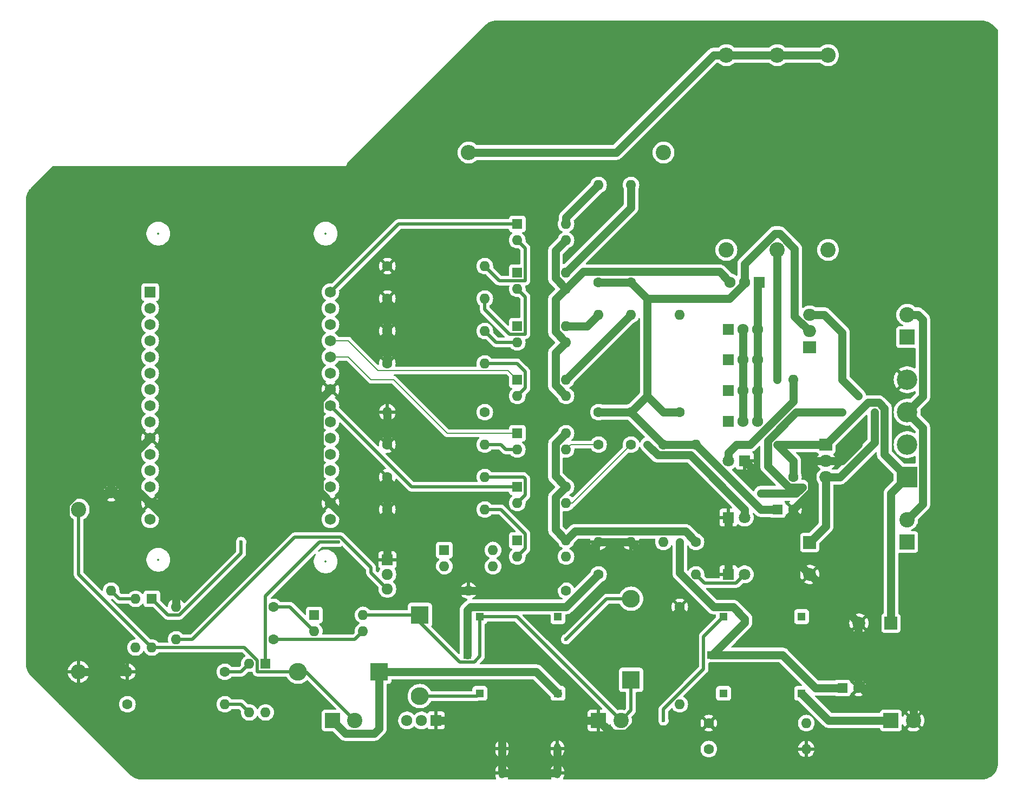
<source format=gbr>
%TF.GenerationSoftware,KiCad,Pcbnew,8.0.3*%
%TF.CreationDate,2024-06-26T23:10:23+05:30*%
%TF.ProjectId,new kicad,6e657720-6b69-4636-9164-2e6b69636164,rev?*%
%TF.SameCoordinates,Original*%
%TF.FileFunction,Copper,L2,Bot*%
%TF.FilePolarity,Positive*%
%FSLAX46Y46*%
G04 Gerber Fmt 4.6, Leading zero omitted, Abs format (unit mm)*
G04 Created by KiCad (PCBNEW 8.0.3) date 2024-06-26 23:10:23*
%MOMM*%
%LPD*%
G01*
G04 APERTURE LIST*
%TA.AperFunction,ComponentPad*%
%ADD10C,1.600000*%
%TD*%
%TA.AperFunction,ComponentPad*%
%ADD11O,1.600000X1.600000*%
%TD*%
%TA.AperFunction,ComponentPad*%
%ADD12O,1.100000X1.700000*%
%TD*%
%TA.AperFunction,ComponentPad*%
%ADD13R,1.752600X1.752600*%
%TD*%
%TA.AperFunction,ComponentPad*%
%ADD14C,1.752600*%
%TD*%
%TA.AperFunction,ComponentPad*%
%ADD15R,2.400000X2.400000*%
%TD*%
%TA.AperFunction,ComponentPad*%
%ADD16C,2.400000*%
%TD*%
%TA.AperFunction,ComponentPad*%
%ADD17R,1.600000X1.600000*%
%TD*%
%TA.AperFunction,ComponentPad*%
%ADD18R,2.000000X1.905000*%
%TD*%
%TA.AperFunction,ComponentPad*%
%ADD19O,2.000000X1.905000*%
%TD*%
%TA.AperFunction,ComponentPad*%
%ADD20R,1.800000X1.800000*%
%TD*%
%TA.AperFunction,ComponentPad*%
%ADD21C,1.800000*%
%TD*%
%TA.AperFunction,ComponentPad*%
%ADD22O,2.400000X2.400000*%
%TD*%
%TA.AperFunction,ComponentPad*%
%ADD23R,1.710000X1.800000*%
%TD*%
%TA.AperFunction,ComponentPad*%
%ADD24O,1.710000X1.800000*%
%TD*%
%TA.AperFunction,ComponentPad*%
%ADD25R,3.200000X3.200000*%
%TD*%
%TA.AperFunction,ComponentPad*%
%ADD26C,3.200000*%
%TD*%
%TA.AperFunction,ComponentPad*%
%ADD27R,1.308000X1.308000*%
%TD*%
%TA.AperFunction,ComponentPad*%
%ADD28R,2.800000X2.800000*%
%TD*%
%TA.AperFunction,ComponentPad*%
%ADD29O,2.800000X2.800000*%
%TD*%
%TA.AperFunction,ComponentPad*%
%ADD30R,2.000000X2.000000*%
%TD*%
%TA.AperFunction,ComponentPad*%
%ADD31C,2.000000*%
%TD*%
%TA.AperFunction,ComponentPad*%
%ADD32R,1.800000X1.710000*%
%TD*%
%TA.AperFunction,ComponentPad*%
%ADD33O,1.800000X1.710000*%
%TD*%
%TA.AperFunction,ViaPad*%
%ADD34C,0.900000*%
%TD*%
%TA.AperFunction,ViaPad*%
%ADD35C,0.600000*%
%TD*%
%TA.AperFunction,Conductor*%
%ADD36C,1.300000*%
%TD*%
%TA.AperFunction,Conductor*%
%ADD37C,0.500000*%
%TD*%
%TA.AperFunction,Conductor*%
%ADD38C,0.200000*%
%TD*%
%ADD39C,0.350000*%
%ADD40C,0.300000*%
%ADD41O,0.600000X1.200000*%
G04 APERTURE END LIST*
D10*
%TO.P,R33,1*%
%TO.N,Net-(J6-CC2)*%
X177260000Y-149250000D03*
D11*
%TO.P,R33,2*%
%TO.N,GND*%
X192500000Y-149250000D03*
%TD*%
D10*
%TO.P,R32,1*%
%TO.N,GND*%
X177260000Y-145200000D03*
D11*
%TO.P,R32,2*%
%TO.N,Net-(J6-CC1)*%
X192500000Y-145200000D03*
%TD*%
D12*
%TO.P,J6,S1,SHIELD*%
%TO.N,GND*%
X144930000Y-149200000D03*
X144930000Y-153000000D03*
X153570000Y-149200000D03*
X153570000Y-153000000D03*
%TD*%
D10*
%TO.P,R16,1*%
%TO.N,Net-(R16-Pad1)*%
X109220000Y-132080000D03*
D11*
%TO.P,R16,2*%
%TO.N,Net-(Q2-B)*%
X93980000Y-132080000D03*
%TD*%
D13*
%TO.P,U1,1,A0*%
%TO.N,/A0*%
X89916000Y-77724000D03*
D14*
%TO.P,U1,2,RSV1*%
%TO.N,unconnected-(U1-RSV1-Pad2)*%
X89916000Y-80264000D03*
%TO.P,U1,3,RSV2*%
%TO.N,unconnected-(U1-RSV2-Pad3)*%
X89916000Y-82804000D03*
%TO.P,U1,4,SD3*%
%TO.N,unconnected-(U1-SD3-Pad4)*%
X89916000Y-85344000D03*
%TO.P,U1,5,SD2*%
%TO.N,unconnected-(U1-SD2-Pad5)*%
X89916000Y-87884000D03*
%TO.P,U1,6,SD1*%
%TO.N,unconnected-(U1-SD1-Pad6)*%
X89916000Y-90424000D03*
%TO.P,U1,7,CMD*%
%TO.N,unconnected-(U1-CMD-Pad7)*%
X89916000Y-92964000D03*
%TO.P,U1,8,SD0*%
%TO.N,unconnected-(U1-SD0-Pad8)*%
X89916000Y-95504000D03*
%TO.P,U1,9,CLK*%
%TO.N,unconnected-(U1-CLK-Pad9)*%
X89916000Y-98044000D03*
%TO.P,U1,10,GND*%
%TO.N,GND*%
X89916000Y-100584000D03*
%TO.P,U1,11,3V3*%
%TO.N,unconnected-(U1-3V3-Pad11)_1*%
X89916000Y-103124000D03*
%TO.P,U1,12,EN*%
%TO.N,unconnected-(U1-EN-Pad12)*%
X89916000Y-105664000D03*
%TO.P,U1,13,RST*%
%TO.N,unconnected-(U1-RST-Pad13)*%
X89916000Y-108204000D03*
%TO.P,U1,14,GND*%
%TO.N,GND*%
X89916000Y-110744000D03*
%TO.P,U1,15,VIN*%
%TO.N,VCC*%
X89916000Y-113284000D03*
%TO.P,U1,16,3V3*%
%TO.N,unconnected-(U1-3V3-Pad11)_0*%
X118110000Y-113284000D03*
%TO.P,U1,17,GND*%
%TO.N,GND*%
X118110000Y-110744000D03*
%TO.P,U1,18,TX*%
%TO.N,/PSHARE_ON_OFF*%
X118110000Y-108204000D03*
%TO.P,U1,19,RX*%
%TO.N,/POWER_ON_OFF*%
X118110000Y-105664000D03*
%TO.P,U1,20,D8*%
%TO.N,/D8*%
X118110000Y-103124000D03*
%TO.P,U1,21,D7*%
%TO.N,/D7*%
X118110000Y-100584000D03*
%TO.P,U1,22,D6*%
%TO.N,/D6*%
X118110000Y-98044000D03*
%TO.P,U1,23,D5*%
%TO.N,/D5*%
X118110000Y-95504000D03*
%TO.P,U1,24,GND*%
%TO.N,GND*%
X118110000Y-92964000D03*
%TO.P,U1,25,3V3*%
%TO.N,unconnected-(U1-3V3-Pad11)*%
X118110000Y-90424000D03*
%TO.P,U1,26,D4*%
%TO.N,/D4*%
X118110000Y-87884000D03*
%TO.P,U1,27,D3*%
%TO.N,/D3*%
X118110000Y-85344000D03*
%TO.P,U1,28,D2*%
%TO.N,/D2*%
X118110000Y-82804000D03*
%TO.P,U1,29,D1*%
%TO.N,/D1*%
X118110000Y-80264000D03*
%TO.P,U1,30,D0*%
%TO.N,/D0*%
X118110000Y-77724000D03*
%TD*%
D10*
%TO.P,R12,1*%
%TO.N,Net-(R12-Pad1)*%
X109220000Y-127000000D03*
D11*
%TO.P,R12,2*%
%TO.N,GND*%
X93980000Y-127000000D03*
%TD*%
D10*
%TO.P,R13,1*%
%TO.N,Net-(R13-Pad1)*%
X160020000Y-101600000D03*
D11*
%TO.P,R13,2*%
%TO.N,GND*%
X160020000Y-116840000D03*
%TD*%
D15*
%TO.P,J4,1,Pin_1*%
%TO.N,Net-(D5-K)*%
X118420000Y-144780000D03*
D16*
%TO.P,J4,2,Pin_2*%
%TO.N,/C_SENSE*%
X121920000Y-144780000D03*
%TD*%
D10*
%TO.P,R22,1*%
%TO.N,GND*%
X127000000Y-88900000D03*
D11*
%TO.P,R22,2*%
%TO.N,Net-(R22-Pad2)*%
X142240000Y-88900000D03*
%TD*%
D17*
%TO.P,U12,1*%
%TO.N,/POWER_ON_OFF*%
X115580000Y-128265000D03*
D11*
%TO.P,U12,2*%
%TO.N,Net-(R12-Pad1)*%
X115580000Y-130805000D03*
%TO.P,U12,3*%
%TO.N,Net-(R16-Pad1)*%
X123200000Y-130805000D03*
%TO.P,U12,4*%
%TO.N,VCC*%
X123200000Y-128265000D03*
%TD*%
D17*
%TO.P,U9,1*%
%TO.N,/D4*%
X147320000Y-99823000D03*
D11*
%TO.P,U9,2*%
%TO.N,Net-(R5-Pad2)*%
X147320000Y-102363000D03*
%TO.P,U9,3*%
%TO.N,Net-(R13-Pad1)*%
X154940000Y-102363000D03*
%TO.P,U9,4*%
%TO.N,/V_CONTROL*%
X154940000Y-99823000D03*
%TD*%
D10*
%TO.P,R4,1*%
%TO.N,GND*%
X172720000Y-127000000D03*
D11*
%TO.P,R4,2*%
%TO.N,Net-(R4-Pad2)*%
X172720000Y-142240000D03*
%TD*%
D18*
%TO.P,U8,1,ADJ*%
%TO.N,/V_CONTROL*%
X193040000Y-86360000D03*
D19*
%TO.P,U8,2,VO*%
%TO.N,/V_OUT*%
X193040000Y-83820000D03*
%TO.P,U8,3,VI*%
%TO.N,/POW_REG_CON*%
X193040000Y-81280000D03*
%TD*%
D20*
%TO.P,D6,1,K*%
%TO.N,GND*%
X180340000Y-113030000D03*
D21*
%TO.P,D6,2,A*%
%TO.N,Net-(D6-A)*%
X182880000Y-113030000D03*
%TD*%
D16*
%TO.P,R23,1*%
%TO.N,/E1_TO_R*%
X170180000Y-55880000D03*
D22*
%TO.P,R23,2*%
%TO.N,/LOAD+*%
X139700000Y-55880000D03*
%TD*%
D23*
%TO.P,Q7,1,E*%
%TO.N,/E4_TO_R*%
X180340000Y-97940000D03*
D24*
%TO.P,Q7,2,C*%
%TO.N,/POW_IN_CON*%
X182620000Y-97940000D03*
%TO.P,Q7,3,B*%
%TO.N,Net-(Q3-E)*%
X184900000Y-97940000D03*
%TD*%
D10*
%TO.P,R5,1*%
%TO.N,GND*%
X127000000Y-101600000D03*
D11*
%TO.P,R5,2*%
%TO.N,Net-(R5-Pad2)*%
X142240000Y-101600000D03*
%TD*%
D25*
%TO.P,D3,1,+*%
%TO.N,/POW_IN_CON*%
X208280000Y-106680000D03*
D26*
%TO.P,D3,2*%
%TO.N,Net-(J2-Pin_1)*%
X208280000Y-101600000D03*
%TO.P,D3,3*%
%TO.N,VAC*%
X208280000Y-96520000D03*
%TO.P,D3,4,-*%
%TO.N,GND*%
X208280000Y-91440000D03*
%TD*%
D10*
%TO.P,R17,1*%
%TO.N,/V_OUT*%
X170180000Y-101600000D03*
D11*
%TO.P,R17,2*%
%TO.N,/V_SENSE*%
X170180000Y-116840000D03*
%TD*%
D10*
%TO.P,R14,1*%
%TO.N,Net-(R14-Pad1)*%
X165100000Y-101600000D03*
D11*
%TO.P,R14,2*%
%TO.N,GND*%
X165100000Y-116840000D03*
%TD*%
D18*
%TO.P,U5,1,VI*%
%TO.N,/POW_IN_CON*%
X195580000Y-101600000D03*
D19*
%TO.P,U5,2,GND*%
%TO.N,GND*%
X195580000Y-104140000D03*
%TO.P,U5,3,VO*%
%TO.N,/POW_REG_CON*%
X195580000Y-106680000D03*
%TD*%
D10*
%TO.P,R27,1*%
%TO.N,/V_OUT*%
X160020000Y-76200000D03*
D11*
%TO.P,R27,2*%
%TO.N,/150_R*%
X160020000Y-60960000D03*
%TD*%
D16*
%TO.P,R3,1*%
%TO.N,/C_SENSE*%
X78740000Y-111760000D03*
D22*
%TO.P,R3,2*%
%TO.N,GND*%
X78740000Y-137160000D03*
%TD*%
D10*
%TO.P,R6,1*%
%TO.N,GND*%
X127000000Y-106680000D03*
D11*
%TO.P,R6,2*%
%TO.N,Net-(R6-Pad2)*%
X142240000Y-106680000D03*
%TD*%
D10*
%TO.P,R18,1*%
%TO.N,/V_SENSE*%
X142240000Y-96520000D03*
D11*
%TO.P,R18,2*%
%TO.N,GND*%
X127000000Y-96520000D03*
%TD*%
D10*
%TO.P,R20,1*%
%TO.N,GND*%
X127000000Y-78740000D03*
D11*
%TO.P,R20,2*%
%TO.N,Net-(R20-Pad2)*%
X142240000Y-78740000D03*
%TD*%
D23*
%TO.P,Q5,1,E*%
%TO.N,/E2_TO_R*%
X180340000Y-88340000D03*
D24*
%TO.P,Q5,2,C*%
%TO.N,/POW_IN_CON*%
X182620000Y-88340000D03*
%TO.P,Q5,3,B*%
%TO.N,Net-(Q3-E)*%
X184900000Y-88340000D03*
%TD*%
D10*
%TO.P,R9,1*%
%TO.N,/V_OUT*%
X172720000Y-96520000D03*
D11*
%TO.P,R9,2*%
%TO.N,Net-(D6-A)*%
X172720000Y-81280000D03*
%TD*%
D10*
%TO.P,R25,1*%
%TO.N,/LOAD+*%
X160020000Y-121920000D03*
D11*
%TO.P,R25,2*%
%TO.N,Net-(D7-A)*%
X175260000Y-121920000D03*
%TD*%
D16*
%TO.P,R26,1*%
%TO.N,/E3_TO_R*%
X187960000Y-71120000D03*
D22*
%TO.P,R26,2*%
%TO.N,/LOAD+*%
X187960000Y-40640000D03*
%TD*%
D17*
%TO.P,U14,1*%
%TO.N,/D1*%
X147320000Y-74674000D03*
D11*
%TO.P,U14,2*%
%TO.N,Net-(R20-Pad2)*%
X147320000Y-77214000D03*
%TO.P,U14,3*%
%TO.N,/CURRENT_CONTROL*%
X154940000Y-77214000D03*
%TO.P,U14,4*%
%TO.N,/1k_R*%
X154940000Y-74674000D03*
%TD*%
D10*
%TO.P,R11,1*%
%TO.N,/V_CONTROL*%
X175260000Y-116840000D03*
D11*
%TO.P,R11,2*%
%TO.N,/V_OUT*%
X175260000Y-101600000D03*
%TD*%
D10*
%TO.P,R30,1*%
%TO.N,/V_OUT*%
X165100000Y-96520000D03*
D11*
%TO.P,R30,2*%
%TO.N,/5k_R*%
X165100000Y-81280000D03*
%TD*%
D10*
%TO.P,R21,1*%
%TO.N,GND*%
X127000000Y-83820000D03*
D11*
%TO.P,R21,2*%
%TO.N,Net-(R21-Pad2)*%
X142240000Y-83820000D03*
%TD*%
D17*
%TO.P,U15,1*%
%TO.N,/D2*%
X147320000Y-83057000D03*
D11*
%TO.P,U15,2*%
%TO.N,Net-(R21-Pad2)*%
X147320000Y-85597000D03*
%TO.P,U15,3*%
%TO.N,/CURRENT_CONTROL*%
X154940000Y-85597000D03*
%TO.P,U15,4*%
%TO.N,/3k_R*%
X154940000Y-83057000D03*
%TD*%
D17*
%TO.P,U11,1*%
%TO.N,/D6*%
X147320000Y-116589000D03*
D11*
%TO.P,U11,2*%
%TO.N,Net-(R7-Pad2)*%
X147320000Y-119129000D03*
%TO.P,U11,3*%
%TO.N,Net-(R15-Pad1)*%
X154940000Y-119129000D03*
%TO.P,U11,4*%
%TO.N,/V_CONTROL*%
X154940000Y-116589000D03*
%TD*%
D17*
%TO.P,U13,1*%
%TO.N,/D0*%
X147320000Y-67054000D03*
D11*
%TO.P,U13,2*%
%TO.N,Net-(R19-Pad2)*%
X147320000Y-69594000D03*
%TO.P,U13,3*%
%TO.N,/CURRENT_CONTROL*%
X154940000Y-69594000D03*
%TO.P,U13,4*%
%TO.N,/150_R*%
X154940000Y-67054000D03*
%TD*%
D10*
%TO.P,R1,1*%
%TO.N,/POW_IN_CON*%
X190500000Y-106680000D03*
D11*
%TO.P,R1,2*%
%TO.N,Net-(D4-A)*%
X190500000Y-91440000D03*
%TD*%
D10*
%TO.P,R2,1*%
%TO.N,GND*%
X83820000Y-109220000D03*
D11*
%TO.P,R2,2*%
%TO.N,Net-(R2-Pad2)*%
X83820000Y-124460000D03*
%TD*%
D17*
%TO.P,C3,1*%
%TO.N,/V_OUT*%
X188000000Y-111760000D03*
D10*
%TO.P,C3,2*%
%TO.N,GND*%
X190500000Y-111760000D03*
%TD*%
%TO.P,R7,1*%
%TO.N,GND*%
X127000000Y-111760000D03*
D11*
%TO.P,R7,2*%
%TO.N,Net-(R7-Pad2)*%
X142240000Y-111760000D03*
%TD*%
D15*
%TO.P,J1,1,Pin_1*%
%TO.N,GND*%
X160020000Y-144780000D03*
D16*
%TO.P,J1,2,Pin_2*%
%TO.N,VCC*%
X163520000Y-144780000D03*
%TD*%
D23*
%TO.P,Q6,1,E*%
%TO.N,/E3_TO_R*%
X180340000Y-93140000D03*
D24*
%TO.P,Q6,2,C*%
%TO.N,/POW_IN_CON*%
X182620000Y-93140000D03*
%TO.P,Q6,3,B*%
%TO.N,Net-(Q3-E)*%
X184900000Y-93140000D03*
%TD*%
D17*
%TO.P,U16,1*%
%TO.N,/D3*%
X147320000Y-91440000D03*
D11*
%TO.P,U16,2*%
%TO.N,Net-(R22-Pad2)*%
X147320000Y-93980000D03*
%TO.P,U16,3*%
%TO.N,/CURRENT_CONTROL*%
X154940000Y-93980000D03*
%TO.P,U16,4*%
%TO.N,/5k_R*%
X154940000Y-91440000D03*
%TD*%
D10*
%TO.P,R15,1*%
%TO.N,Net-(R15-Pad1)*%
X154940000Y-124460000D03*
D11*
%TO.P,R15,2*%
%TO.N,GND*%
X139700000Y-124460000D03*
%TD*%
D27*
%TO.P,U2,P$1*%
%TO.N,VCC*%
X141463250Y-128526750D03*
%TO.P,U2,P$2*%
%TO.N,/LOAD+*%
X139463250Y-134526750D03*
%TO.P,U2,P$3*%
%TO.N,/RELAY_IN*%
X141463250Y-140526750D03*
%TO.P,U2,P$4*%
%TO.N,Net-(D5-K)*%
X153663250Y-140526750D03*
%TO.P,U2,P$5*%
%TO.N,unconnected-(U2-PadP$5)*%
X153663250Y-128526750D03*
%TD*%
D20*
%TO.P,D4,1,K*%
%TO.N,GND*%
X182880000Y-104140000D03*
D21*
%TO.P,D4,2,A*%
%TO.N,Net-(D4-A)*%
X180340000Y-104140000D03*
%TD*%
D27*
%TO.P,U3,P$1*%
%TO.N,VCC*%
X179563250Y-128526750D03*
%TO.P,U3,P$2*%
%TO.N,/LOAD+*%
X177563250Y-134526750D03*
%TO.P,U3,P$3*%
%TO.N,/RELAY1_IN*%
X179563250Y-140526750D03*
%TO.P,U3,P$4*%
%TO.N,Net-(J5-Pin_1)*%
X191763250Y-140526750D03*
%TO.P,U3,P$5*%
%TO.N,unconnected-(U3-PadP$5)*%
X191763250Y-128526750D03*
%TD*%
D20*
%TO.P,D7,1,K*%
%TO.N,GND*%
X180340000Y-121920000D03*
D21*
%TO.P,D7,2,A*%
%TO.N,Net-(D7-A)*%
X182880000Y-121920000D03*
%TD*%
D23*
%TO.P,Q4,1,E*%
%TO.N,/E1_TO_R*%
X180340000Y-83540000D03*
D24*
%TO.P,Q4,2,C*%
%TO.N,/POW_IN_CON*%
X182620000Y-83540000D03*
%TO.P,Q4,3,B*%
%TO.N,Net-(Q3-E)*%
X184900000Y-83540000D03*
%TD*%
D17*
%TO.P,U7,1*%
%TO.N,/PSHARE_ON_OFF*%
X107955000Y-135900000D03*
D11*
%TO.P,U7,2*%
%TO.N,Net-(R8-Pad1)*%
X105415000Y-135900000D03*
%TO.P,U7,3*%
%TO.N,Net-(R10-Pad2)*%
X105415000Y-143520000D03*
%TO.P,U7,4*%
%TO.N,VCC*%
X107955000Y-143520000D03*
%TD*%
D10*
%TO.P,R28,1*%
%TO.N,/V_OUT*%
X165100000Y-76200000D03*
D11*
%TO.P,R28,2*%
%TO.N,/1k_R*%
X165100000Y-60960000D03*
%TD*%
D28*
%TO.P,D1,1,K*%
%TO.N,VCC*%
X132080000Y-128270000D03*
D29*
%TO.P,D1,2,A*%
%TO.N,/RELAY_IN*%
X132080000Y-140970000D03*
%TD*%
D23*
%TO.P,Q3,1,E*%
%TO.N,Net-(Q3-E)*%
X185160000Y-76200000D03*
D24*
%TO.P,Q3,2,C*%
%TO.N,/V_OUT*%
X182880000Y-76200000D03*
%TO.P,Q3,3,B*%
%TO.N,/CURRENT_CONTROL*%
X180600000Y-76200000D03*
%TD*%
D30*
%TO.P,C2,1*%
%TO.N,/POW_REG_CON*%
X193040000Y-116920000D03*
D31*
%TO.P,C2,2*%
%TO.N,GND*%
X193040000Y-121920000D03*
%TD*%
D30*
%TO.P,C1,1*%
%TO.N,/POW_IN_CON*%
X205740000Y-129540000D03*
D31*
%TO.P,C1,2*%
%TO.N,GND*%
X200740000Y-129540000D03*
%TD*%
D16*
%TO.P,R31,1*%
%TO.N,/E4_TO_R*%
X195910000Y-71120000D03*
D22*
%TO.P,R31,2*%
%TO.N,/LOAD+*%
X195910000Y-40640000D03*
%TD*%
D15*
%TO.P,J3,1,Pin_1*%
%TO.N,Net-(J2-Pin_1)*%
X208280000Y-84780000D03*
D16*
%TO.P,J3,2,Pin_2*%
%TO.N,VAC*%
X208280000Y-81280000D03*
%TD*%
D23*
%TO.P,Q1,1,E*%
%TO.N,GND*%
X134620000Y-144780000D03*
D24*
%TO.P,Q1,2,C*%
%TO.N,/RELAY1_IN*%
X132340000Y-144780000D03*
%TO.P,Q1,3,B*%
%TO.N,Net-(Q1-B)*%
X130060000Y-144780000D03*
%TD*%
D32*
%TO.P,Q2,1,E*%
%TO.N,GND*%
X127000000Y-119640000D03*
D33*
%TO.P,Q2,2,C*%
%TO.N,/RELAY_IN*%
X127000000Y-121920000D03*
%TO.P,Q2,3,B*%
%TO.N,Net-(Q2-B)*%
X127000000Y-124200000D03*
%TD*%
D10*
%TO.P,R19,1*%
%TO.N,GND*%
X127000000Y-73660000D03*
D11*
%TO.P,R19,2*%
%TO.N,Net-(R19-Pad2)*%
X142240000Y-73660000D03*
%TD*%
D10*
%TO.P,R10,1*%
%TO.N,Net-(Q1-B)*%
X86360000Y-142240000D03*
D11*
%TO.P,R10,2*%
%TO.N,Net-(R10-Pad2)*%
X101600000Y-142240000D03*
%TD*%
D17*
%TO.P,U4,1*%
%TO.N,/D7*%
X90175000Y-125740000D03*
D11*
%TO.P,U4,2*%
%TO.N,Net-(R2-Pad2)*%
X87635000Y-125740000D03*
%TO.P,U4,3*%
%TO.N,/A0*%
X87635000Y-133360000D03*
%TO.P,U4,4*%
%TO.N,/C_SENSE*%
X90175000Y-133360000D03*
%TD*%
D17*
%TO.P,C4,1*%
%TO.N,/LOAD+*%
X198160000Y-139700000D03*
D10*
%TO.P,C4,2*%
%TO.N,GND*%
X200660000Y-139700000D03*
%TD*%
D17*
%TO.P,U6,1*%
%TO.N,/D8*%
X135900000Y-118105000D03*
D11*
%TO.P,U6,2*%
%TO.N,Net-(R4-Pad2)*%
X135900000Y-120645000D03*
%TO.P,U6,3*%
%TO.N,/A0*%
X143520000Y-120645000D03*
%TO.P,U6,4*%
%TO.N,/V_SENSE*%
X143520000Y-118105000D03*
%TD*%
D10*
%TO.P,R8,1*%
%TO.N,Net-(R8-Pad1)*%
X101600000Y-137160000D03*
D11*
%TO.P,R8,2*%
%TO.N,GND*%
X86360000Y-137160000D03*
%TD*%
D10*
%TO.P,R29,1*%
%TO.N,/V_OUT*%
X160020000Y-96520000D03*
D11*
%TO.P,R29,2*%
%TO.N,/3k_R*%
X160020000Y-81280000D03*
%TD*%
D16*
%TO.P,R24,1*%
%TO.N,/E2_TO_R*%
X180010000Y-71120000D03*
D22*
%TO.P,R24,2*%
%TO.N,/LOAD+*%
X180010000Y-40640000D03*
%TD*%
D28*
%TO.P,D5,1,K*%
%TO.N,Net-(D5-K)*%
X125730000Y-137160000D03*
D29*
%TO.P,D5,2,A*%
%TO.N,/C_SENSE*%
X113030000Y-137160000D03*
%TD*%
D15*
%TO.P,J5,1,Pin_1*%
%TO.N,Net-(J5-Pin_1)*%
X205740000Y-144780000D03*
D16*
%TO.P,J5,2,Pin_2*%
%TO.N,GND*%
X209240000Y-144780000D03*
%TD*%
D17*
%TO.P,U10,1*%
%TO.N,/D5*%
X147320000Y-108206000D03*
D11*
%TO.P,U10,2*%
%TO.N,Net-(R6-Pad2)*%
X147320000Y-110746000D03*
%TO.P,U10,3*%
%TO.N,Net-(R14-Pad1)*%
X154940000Y-110746000D03*
%TO.P,U10,4*%
%TO.N,/V_CONTROL*%
X154940000Y-108206000D03*
%TD*%
D15*
%TO.P,J2,1,Pin_1*%
%TO.N,Net-(J2-Pin_1)*%
X208280000Y-116840000D03*
D16*
%TO.P,J2,2,Pin_2*%
%TO.N,VAC*%
X208280000Y-113340000D03*
%TD*%
D28*
%TO.P,D2,1,K*%
%TO.N,VCC*%
X165100000Y-138430000D03*
D29*
%TO.P,D2,2,A*%
%TO.N,/RELAY1_IN*%
X165100000Y-125730000D03*
%TD*%
D34*
%TO.N,GND*%
X212750000Y-63750000D03*
X208500000Y-61250000D03*
X208500000Y-63750000D03*
X212750000Y-56750000D03*
X208500000Y-59000000D03*
X212750000Y-59062500D03*
X212750000Y-61375000D03*
X212750000Y-66000000D03*
X208500000Y-56750000D03*
X208500000Y-65937500D03*
D35*
X112250000Y-68250000D03*
X110000000Y-68250000D03*
X107750000Y-68250000D03*
X105250000Y-68250000D03*
X103062500Y-68250000D03*
X112250000Y-72500000D03*
X109937500Y-72500000D03*
X107625000Y-72500000D03*
X105250000Y-72500000D03*
X103000000Y-72500000D03*
X200660000Y-101600000D03*
X172720000Y-124460000D03*
X185420000Y-106680000D03*
X167640000Y-119380000D03*
%TO.N,/POW_IN_CON*%
X187960000Y-101600000D03*
%TO.N,/POW_REG_CON*%
X203200000Y-96520000D03*
X200660000Y-93980000D03*
%TO.N,VCC*%
X170180000Y-144780000D03*
%TO.N,/LOAD+*%
X172720000Y-116840000D03*
%TO.N,/RELAY1_IN*%
X154940000Y-132080000D03*
%TO.N,/E3_TO_R*%
X187960000Y-91440000D03*
%TO.N,/E4_TO_R*%
X185420000Y-109220000D03*
X198120000Y-96520000D03*
%TO.N,Net-(D6-A)*%
X167640000Y-101600000D03*
%TO.N,/D7*%
X104140000Y-116840000D03*
%TO.N,/PSHARE_ON_OFF*%
X119380000Y-116840000D03*
%TD*%
D36*
%TO.N,GND*%
X153570000Y-153000000D02*
X153570000Y-149200000D01*
X144930000Y-153000000D02*
X153570000Y-153000000D01*
X144930000Y-153000000D02*
X144930000Y-149200000D01*
X144930000Y-149200000D02*
X144930000Y-146210000D01*
X143500000Y-144780000D02*
X160020000Y-144780000D01*
X134620000Y-144780000D02*
X143500000Y-144780000D01*
X144930000Y-146210000D02*
X143500000Y-144780000D01*
X185420000Y-106680000D02*
X182880000Y-104140000D01*
X160020000Y-144780000D02*
X162070000Y-146830000D01*
X165100000Y-116840000D02*
X160020000Y-116840000D01*
X116383700Y-108919057D02*
X116383700Y-108763700D01*
X209240000Y-144780000D02*
X209240000Y-143082944D01*
X193375000Y-108885000D02*
X193375000Y-104140000D01*
X200660000Y-139700000D02*
X200660000Y-129620000D01*
X193120000Y-121920000D02*
X200740000Y-129540000D01*
X198120000Y-104140000D02*
X200660000Y-101600000D01*
X117394943Y-109930300D02*
X116383700Y-108919057D01*
X114403400Y-110744000D02*
X116383700Y-108763700D01*
X205857056Y-139700000D02*
X200660000Y-139700000D01*
X116383700Y-94690300D02*
X118110000Y-92964000D01*
X190500000Y-111760000D02*
X193375000Y-108885000D01*
X93980000Y-114808000D02*
X89916000Y-110744000D01*
X76690000Y-127490000D02*
X76690000Y-110910862D01*
X93980000Y-127000000D02*
X93980000Y-114808000D01*
X190500000Y-116840000D02*
X190500000Y-119380000D01*
X200660000Y-129620000D02*
X200740000Y-129540000D01*
X127000000Y-114300000D02*
X121666000Y-114300000D01*
X78740000Y-137160000D02*
X86360000Y-137160000D01*
X127000000Y-83820000D02*
X127000000Y-88900000D01*
X127000000Y-111760000D02*
X127000000Y-106680000D01*
X172720000Y-124460000D02*
X165100000Y-116840000D01*
X162070000Y-146830000D02*
X164369138Y-146830000D01*
X209240000Y-143082944D02*
X205857056Y-139700000D01*
X127000000Y-111760000D02*
X127000000Y-114300000D01*
X127000000Y-96520000D02*
X127000000Y-101600000D01*
X137160000Y-124460000D02*
X127000000Y-114300000D01*
X193375000Y-104140000D02*
X195580000Y-104140000D01*
X83820000Y-106680000D02*
X83820000Y-109220000D01*
X78380862Y-109220000D02*
X83820000Y-109220000D01*
X76690000Y-110910862D02*
X78380862Y-109220000D01*
X190500000Y-119380000D02*
X193040000Y-121920000D01*
X116383700Y-108763700D02*
X116383700Y-94690300D01*
X172720000Y-138479138D02*
X172720000Y-127000000D01*
X152400000Y-124460000D02*
X160020000Y-116840000D01*
X127000000Y-119640000D02*
X127000000Y-114300000D01*
X139700000Y-124460000D02*
X137160000Y-124460000D01*
X86360000Y-137160000D02*
X76690000Y-127490000D01*
X121666000Y-114300000D02*
X118110000Y-110744000D01*
X127000000Y-78740000D02*
X127000000Y-83820000D01*
X195580000Y-104140000D02*
X198120000Y-104140000D01*
X164369138Y-146830000D02*
X172720000Y-138479138D01*
X88392000Y-109220000D02*
X89916000Y-110744000D01*
X89916000Y-100584000D02*
X83820000Y-106680000D01*
X193040000Y-121920000D02*
X193120000Y-121920000D01*
X89916000Y-110744000D02*
X114403400Y-110744000D01*
X139700000Y-124460000D02*
X152400000Y-124460000D01*
X180340000Y-121920000D02*
X180340000Y-113030000D01*
X83820000Y-109220000D02*
X88392000Y-109220000D01*
X190500000Y-111760000D02*
X190500000Y-116840000D01*
%TO.N,/POW_IN_CON*%
X195580000Y-101600000D02*
X202160000Y-95020000D01*
X203821320Y-95020000D02*
X204700000Y-95898680D01*
X205740000Y-109220000D02*
X208280000Y-106680000D01*
X202160000Y-95020000D02*
X203821320Y-95020000D01*
X182620000Y-88340000D02*
X182620000Y-93140000D01*
X205740000Y-129540000D02*
X205740000Y-109220000D01*
X190500000Y-104140000D02*
X187960000Y-101600000D01*
X204700000Y-103100000D02*
X208280000Y-106680000D01*
X182620000Y-97940000D02*
X182620000Y-93140000D01*
X187960000Y-101600000D02*
X195580000Y-101600000D01*
X182620000Y-83540000D02*
X182620000Y-88340000D01*
X190500000Y-106680000D02*
X190500000Y-104140000D01*
X204700000Y-95898680D02*
X204700000Y-103100000D01*
%TO.N,/POW_REG_CON*%
X195340000Y-81280000D02*
X193040000Y-81280000D01*
X200660000Y-93980000D02*
X198120000Y-91440000D01*
X195580000Y-106680000D02*
X197785000Y-106680000D01*
X197785000Y-106680000D02*
X203200000Y-101265000D01*
X198120000Y-84060000D02*
X195340000Y-81280000D01*
X203200000Y-101265000D02*
X203200000Y-96520000D01*
X195580000Y-106680000D02*
X195580000Y-114380000D01*
X195580000Y-114380000D02*
X193040000Y-116920000D01*
X198120000Y-91440000D02*
X198120000Y-84060000D01*
%TO.N,VAC*%
X210730000Y-98970000D02*
X208280000Y-96520000D01*
X210730000Y-94070000D02*
X208280000Y-96520000D01*
X210730000Y-110890000D02*
X210730000Y-98970000D01*
X208280000Y-113340000D02*
X210730000Y-110890000D01*
X210730000Y-82032944D02*
X210730000Y-94070000D01*
X209977056Y-81280000D02*
X210730000Y-82032944D01*
X208280000Y-81280000D02*
X209977056Y-81280000D01*
D37*
%TO.N,/RELAY_IN*%
X132080000Y-140970000D02*
X141020000Y-140970000D01*
X141020000Y-140970000D02*
X141463250Y-140526750D01*
%TO.N,VCC*%
X141463250Y-128526750D02*
X147266750Y-128526750D01*
X147266750Y-128526750D02*
X163520000Y-144780000D01*
X141463250Y-134734750D02*
X140567250Y-135630750D01*
X138359250Y-135630750D02*
X132080000Y-129351500D01*
X165100000Y-138430000D02*
X165100000Y-143200000D01*
X170180000Y-143012233D02*
X176459250Y-136732983D01*
X132080000Y-128270000D02*
X123205000Y-128270000D01*
X176459250Y-131630750D02*
X179563250Y-128526750D01*
X132080000Y-129351500D02*
X132080000Y-128270000D01*
X141463250Y-128526750D02*
X141463250Y-134734750D01*
X170180000Y-144780000D02*
X170180000Y-143012233D01*
X123205000Y-128270000D02*
X123200000Y-128265000D01*
X140567250Y-135630750D02*
X138359250Y-135630750D01*
X165100000Y-143200000D02*
X163520000Y-144780000D01*
X176459250Y-136732983D02*
X176459250Y-131630750D01*
D36*
%TO.N,/V_OUT*%
X167640000Y-93980000D02*
X165100000Y-96520000D01*
X185420000Y-111760000D02*
X175260000Y-101600000D01*
X190679569Y-81516189D02*
X190679569Y-70940431D01*
X170180000Y-96520000D02*
X167640000Y-93980000D01*
X180516234Y-78740000D02*
X167640000Y-78740000D01*
X170180000Y-101600000D02*
X165100000Y-96520000D01*
X188319138Y-68580000D02*
X187600862Y-68580000D01*
X182880000Y-73300862D02*
X182880000Y-76200000D01*
X182880000Y-76376234D02*
X180516234Y-78740000D01*
X165100000Y-76200000D02*
X167640000Y-78740000D01*
X187600862Y-68580000D02*
X182880000Y-73300862D01*
X190679569Y-70940431D02*
X188319138Y-68580000D01*
X167640000Y-78740000D02*
X167640000Y-93980000D01*
X160020000Y-76200000D02*
X165100000Y-76200000D01*
X192983380Y-83820000D02*
X190679569Y-81516189D01*
X172720000Y-96520000D02*
X170180000Y-96520000D01*
X175260000Y-101600000D02*
X170180000Y-101600000D01*
X188000000Y-111760000D02*
X185420000Y-111760000D01*
X160020000Y-96520000D02*
X165100000Y-96520000D01*
X193040000Y-83820000D02*
X192983380Y-83820000D01*
X182880000Y-76200000D02*
X182880000Y-76376234D01*
%TO.N,/LOAD+*%
X187960000Y-40640000D02*
X195910000Y-40640000D01*
X178029297Y-127022750D02*
X181067250Y-127022750D01*
X182880000Y-129446750D02*
X177800000Y-134526750D01*
X139982000Y-127000000D02*
X154940000Y-127000000D01*
X178006547Y-40640000D02*
X162766547Y-55880000D01*
X139463250Y-134526750D02*
X139463250Y-127518750D01*
X198160000Y-139700000D02*
X193944500Y-139700000D01*
X177800000Y-134526750D02*
X188771250Y-134526750D01*
X187960000Y-40640000D02*
X180010000Y-40640000D01*
X181067250Y-127022750D02*
X182880000Y-128835500D01*
X162766547Y-55880000D02*
X139700000Y-55880000D01*
X172720000Y-116840000D02*
X172720000Y-121713453D01*
X182880000Y-128835500D02*
X182880000Y-129446750D01*
X154940000Y-127000000D02*
X160020000Y-121920000D01*
X180010000Y-40640000D02*
X178006547Y-40640000D01*
X139463250Y-127518750D02*
X139982000Y-127000000D01*
X177563250Y-134526750D02*
X177800000Y-134526750D01*
X188771250Y-134526750D02*
X193944500Y-139700000D01*
X172720000Y-121713453D02*
X178029297Y-127022750D01*
D37*
%TO.N,/RELAY1_IN*%
X154940000Y-132080000D02*
X161290000Y-125730000D01*
X161290000Y-125730000D02*
X165100000Y-125730000D01*
%TO.N,Net-(D7-A)*%
X175260000Y-121920000D02*
X176610000Y-123270000D01*
X181530000Y-123270000D02*
X182880000Y-121920000D01*
X176610000Y-123270000D02*
X181530000Y-123270000D01*
D36*
%TO.N,Net-(D4-A)*%
X180340000Y-104140000D02*
X180340000Y-102867208D01*
X181607208Y-101600000D02*
X183696234Y-101600000D01*
X183696234Y-101600000D02*
X190500000Y-94796234D01*
X180340000Y-102867208D02*
X181607208Y-101600000D01*
X190500000Y-94796234D02*
X190500000Y-91440000D01*
D37*
%TO.N,/C_SENSE*%
X114300000Y-137160000D02*
X113030000Y-137160000D01*
X104642767Y-133360000D02*
X106680000Y-135397233D01*
X90175000Y-133360000D02*
X78740000Y-121925000D01*
X106715000Y-137160000D02*
X113030000Y-137160000D01*
X78740000Y-121925000D02*
X78740000Y-111760000D01*
X106680000Y-137125000D02*
X106715000Y-137160000D01*
X90175000Y-133360000D02*
X104642767Y-133360000D01*
X121920000Y-144780000D02*
X114300000Y-137160000D01*
X106680000Y-135397233D02*
X106680000Y-137125000D01*
D36*
%TO.N,Net-(D5-K)*%
X118420000Y-144780000D02*
X120470000Y-146830000D01*
X125730000Y-146050000D02*
X125730000Y-137160000D01*
X153663250Y-140526750D02*
X150296500Y-137160000D01*
X120470000Y-146830000D02*
X124950000Y-146830000D01*
X150296500Y-137160000D02*
X125730000Y-137160000D01*
X124950000Y-146830000D02*
X125730000Y-146050000D01*
%TO.N,/CURRENT_CONTROL*%
X153290000Y-87247000D02*
X154940000Y-85597000D01*
X153290000Y-92330000D02*
X153290000Y-87247000D01*
X154940000Y-77214000D02*
X153290000Y-75564000D01*
X180600000Y-76200000D02*
X178950000Y-74550000D01*
X153290000Y-75564000D02*
X153290000Y-71244000D01*
X154940000Y-93980000D02*
X153290000Y-92330000D01*
X154940000Y-85597000D02*
X153290000Y-83947000D01*
X153290000Y-83947000D02*
X153290000Y-78864000D01*
X178950000Y-74550000D02*
X157604000Y-74550000D01*
X157604000Y-74550000D02*
X154940000Y-77214000D01*
X153290000Y-78864000D02*
X154940000Y-77214000D01*
X153290000Y-71244000D02*
X154940000Y-69594000D01*
%TO.N,/E3_TO_R*%
X187960000Y-91440000D02*
X187960000Y-71120000D01*
%TO.N,/E4_TO_R*%
X191808680Y-108330000D02*
X189816547Y-108330000D01*
X190918680Y-109220000D02*
X191875000Y-108263680D01*
X186460000Y-104973453D02*
X186460000Y-100978680D01*
X185420000Y-109220000D02*
X190918680Y-109220000D01*
X189816547Y-108330000D02*
X186460000Y-104973453D01*
X191875000Y-108263680D02*
X191808680Y-108330000D01*
X190918680Y-96520000D02*
X198120000Y-96520000D01*
X186460000Y-100978680D02*
X190918680Y-96520000D01*
D37*
%TO.N,Net-(R2-Pad2)*%
X85100000Y-125740000D02*
X83820000Y-124460000D01*
X87635000Y-125740000D02*
X85100000Y-125740000D01*
D36*
%TO.N,Net-(D6-A)*%
X182880000Y-113030000D02*
X182880000Y-111757208D01*
X182880000Y-111757208D02*
X174372792Y-103250000D01*
X174372792Y-103250000D02*
X169290000Y-103250000D01*
X169290000Y-103250000D02*
X167640000Y-101600000D01*
D37*
%TO.N,Net-(R5-Pad2)*%
X144780000Y-101600000D02*
X145543000Y-102363000D01*
X142240000Y-101600000D02*
X144780000Y-101600000D01*
X145543000Y-102363000D02*
X147320000Y-102363000D01*
%TO.N,Net-(R6-Pad2)*%
X148570000Y-109496000D02*
X147320000Y-110746000D01*
X142240000Y-106680000D02*
X148294000Y-106680000D01*
X148570000Y-106956000D02*
X148570000Y-109496000D01*
X148294000Y-106680000D02*
X148570000Y-106956000D01*
D36*
%TO.N,/V_CONTROL*%
X173610000Y-115190000D02*
X156339000Y-115190000D01*
X175260000Y-116840000D02*
X173610000Y-115190000D01*
X154940000Y-116589000D02*
X153290000Y-114939000D01*
X153290000Y-101473000D02*
X154940000Y-99823000D01*
X153290000Y-106556000D02*
X153290000Y-101473000D01*
X156339000Y-115190000D02*
X154940000Y-116589000D01*
X153290000Y-114939000D02*
X153290000Y-109856000D01*
X154940000Y-108206000D02*
X153290000Y-106556000D01*
X153290000Y-109856000D02*
X154940000Y-108206000D01*
%TO.N,Net-(J5-Pin_1)*%
X196016500Y-144780000D02*
X205740000Y-144780000D01*
X191763250Y-140526750D02*
X196016500Y-144780000D01*
D37*
%TO.N,Net-(Q2-B)*%
X124460000Y-120859339D02*
X124460000Y-121660000D01*
X124460000Y-121660000D02*
X127000000Y-124200000D01*
X96520000Y-132080000D02*
X112510000Y-116090000D01*
X112510000Y-116090000D02*
X119690661Y-116090000D01*
X119690661Y-116090000D02*
X124460000Y-120859339D01*
X93980000Y-132080000D02*
X96520000Y-132080000D01*
D36*
%TO.N,Net-(Q3-E)*%
X184900000Y-97940000D02*
X184900000Y-93140000D01*
X184900000Y-88340000D02*
X184900000Y-83540000D01*
X184900000Y-93140000D02*
X184900000Y-88340000D01*
X184900000Y-76460000D02*
X185160000Y-76200000D01*
X184900000Y-83540000D02*
X184900000Y-76460000D01*
D37*
%TO.N,Net-(R7-Pad2)*%
X148570000Y-117879000D02*
X147320000Y-119129000D01*
X148570000Y-115550000D02*
X148570000Y-117879000D01*
X142240000Y-111760000D02*
X144780000Y-111760000D01*
X144780000Y-111760000D02*
X148570000Y-115550000D01*
%TO.N,Net-(R8-Pad1)*%
X104155000Y-137160000D02*
X105415000Y-135900000D01*
X101600000Y-137160000D02*
X104155000Y-137160000D01*
%TO.N,Net-(R10-Pad2)*%
X104135000Y-142240000D02*
X105415000Y-143520000D01*
X101600000Y-142240000D02*
X104135000Y-142240000D01*
D36*
%TO.N,/150_R*%
X154940000Y-67054000D02*
X154940000Y-66040000D01*
X154940000Y-66040000D02*
X160020000Y-60960000D01*
%TO.N,/1k_R*%
X165100000Y-64514000D02*
X165100000Y-60960000D01*
X154940000Y-74674000D02*
X165100000Y-64514000D01*
%TO.N,/3k_R*%
X158243000Y-83057000D02*
X160020000Y-81280000D01*
X154940000Y-83057000D02*
X158243000Y-83057000D01*
%TO.N,/5k_R*%
X165100000Y-81280000D02*
X154940000Y-91440000D01*
D37*
%TO.N,/D7*%
X92685000Y-128250000D02*
X94497767Y-128250000D01*
X104140000Y-118607767D02*
X104140000Y-116840000D01*
X94497767Y-128250000D02*
X104140000Y-118607767D01*
X90175000Y-125740000D02*
X92685000Y-128250000D01*
D38*
%TO.N,/D4*%
X120904000Y-87884000D02*
X118110000Y-87884000D01*
X124460000Y-91440000D02*
X120904000Y-87884000D01*
X136367365Y-99823000D02*
X127984365Y-91440000D01*
X147320000Y-99823000D02*
X136367365Y-99823000D01*
X127984365Y-91440000D02*
X124460000Y-91440000D01*
D37*
%TO.N,/D5*%
X130812000Y-108206000D02*
X118110000Y-95504000D01*
X147320000Y-108206000D02*
X130812000Y-108206000D01*
D38*
%TO.N,/D3*%
X125560000Y-90000000D02*
X120904000Y-85344000D01*
X120904000Y-85344000D02*
X118110000Y-85344000D01*
X147320000Y-91440000D02*
X145880000Y-90000000D01*
X145880000Y-90000000D02*
X125560000Y-90000000D01*
D37*
%TO.N,/D0*%
X128780000Y-67054000D02*
X147320000Y-67054000D01*
X118110000Y-77724000D02*
X128780000Y-67054000D01*
%TO.N,/PSHARE_ON_OFF*%
X107955000Y-135900000D02*
X107955000Y-125314672D01*
X116429672Y-116840000D02*
X119380000Y-116840000D01*
X107955000Y-125314672D02*
X116429672Y-116840000D01*
%TO.N,Net-(R12-Pad1)*%
X109220000Y-127000000D02*
X111775000Y-127000000D01*
X111775000Y-127000000D02*
X115580000Y-130805000D01*
D38*
%TO.N,Net-(R13-Pad1)*%
X160020000Y-101600000D02*
X155703000Y-101600000D01*
X155703000Y-101600000D02*
X154940000Y-102363000D01*
%TO.N,Net-(R14-Pad1)*%
X155954000Y-110746000D02*
X165100000Y-101600000D01*
X154940000Y-110746000D02*
X155954000Y-110746000D01*
D37*
%TO.N,Net-(R16-Pad1)*%
X121925000Y-132080000D02*
X123200000Y-130805000D01*
X109220000Y-132080000D02*
X121925000Y-132080000D01*
%TO.N,Net-(R19-Pad2)*%
X148570000Y-75924000D02*
X144504000Y-75924000D01*
X147320000Y-69594000D02*
X148570000Y-70844000D01*
X148570000Y-70844000D02*
X148570000Y-75924000D01*
X144504000Y-75924000D02*
X142240000Y-73660000D01*
%TO.N,Net-(R20-Pad2)*%
X142240000Y-78740000D02*
X142240000Y-80477000D01*
X146070000Y-84307000D02*
X148570000Y-84307000D01*
X148570000Y-78464000D02*
X147320000Y-77214000D01*
X142240000Y-80477000D02*
X146070000Y-84307000D01*
X148570000Y-84307000D02*
X148570000Y-78464000D01*
%TO.N,Net-(R21-Pad2)*%
X144017000Y-85597000D02*
X142240000Y-83820000D01*
X147320000Y-85597000D02*
X144017000Y-85597000D01*
%TO.N,Net-(R22-Pad2)*%
X147280000Y-88900000D02*
X142240000Y-88900000D01*
X148570000Y-92730000D02*
X148570000Y-90190000D01*
X147320000Y-93980000D02*
X148570000Y-92730000D01*
X148570000Y-90190000D02*
X147280000Y-88900000D01*
%TD*%
%TA.AperFunction,Conductor*%
%TO.N,GND*%
G36*
X189911441Y-110390185D02*
G01*
X189957196Y-110442989D01*
X189967140Y-110512147D01*
X189938115Y-110575703D01*
X189896807Y-110606882D01*
X189847516Y-110629866D01*
X189847512Y-110629868D01*
X189774526Y-110680973D01*
X189774526Y-110680974D01*
X190453553Y-111360000D01*
X190447339Y-111360000D01*
X190345606Y-111387259D01*
X190254394Y-111439920D01*
X190179920Y-111514394D01*
X190127259Y-111605606D01*
X190100000Y-111707339D01*
X190100000Y-111713552D01*
X189415799Y-111029351D01*
X189366805Y-111019505D01*
X189316622Y-110970889D01*
X189301981Y-110915366D01*
X189300900Y-110915423D01*
X189300854Y-110915429D01*
X189300853Y-110915426D01*
X189300676Y-110915436D01*
X189300499Y-110912141D01*
X189300499Y-110912128D01*
X189294091Y-110852517D01*
X189275443Y-110802520D01*
X189243797Y-110717671D01*
X189243793Y-110717664D01*
X189157547Y-110602455D01*
X189154432Y-110600123D01*
X189145939Y-110593765D01*
X189104070Y-110537832D01*
X189099086Y-110468140D01*
X189132572Y-110406818D01*
X189193895Y-110373333D01*
X189220252Y-110370500D01*
X189844402Y-110370500D01*
X189911441Y-110390185D01*
G37*
%TD.AperFunction*%
%TA.AperFunction,Conductor*%
G36*
X185228834Y-101796966D02*
G01*
X185284767Y-101838838D01*
X185309184Y-101904302D01*
X185309500Y-101913148D01*
X185309500Y-104878491D01*
X185309499Y-104878506D01*
X185309499Y-104882907D01*
X185309499Y-105063999D01*
X185322706Y-105147379D01*
X185332024Y-105206212D01*
X185337829Y-105242863D01*
X185393787Y-105415089D01*
X185393788Y-105415092D01*
X185435070Y-105496110D01*
X185473593Y-105571716D01*
X185476006Y-105576450D01*
X185582440Y-105722946D01*
X185582444Y-105722950D01*
X185582447Y-105722954D01*
X185700351Y-105840858D01*
X185714829Y-105855336D01*
X185714840Y-105855346D01*
X187717313Y-107857819D01*
X187750798Y-107919142D01*
X187745814Y-107988834D01*
X187703942Y-108044767D01*
X187638478Y-108069184D01*
X187629632Y-108069500D01*
X185329449Y-108069500D01*
X185150589Y-108097829D01*
X184978363Y-108153787D01*
X184978360Y-108153788D01*
X184817002Y-108236006D01*
X184670505Y-108342441D01*
X184670500Y-108342445D01*
X184542445Y-108470500D01*
X184542441Y-108470505D01*
X184436006Y-108617002D01*
X184353788Y-108778360D01*
X184353788Y-108778362D01*
X184345596Y-108803573D01*
X184306156Y-108861247D01*
X184241797Y-108888443D01*
X184172951Y-108876527D01*
X184139985Y-108852932D01*
X180898475Y-105611422D01*
X180864990Y-105550099D01*
X180869974Y-105480407D01*
X180911846Y-105424474D01*
X180927139Y-105414686D01*
X180964689Y-105394365D01*
X181108626Y-105316470D01*
X181291784Y-105173913D01*
X181300511Y-105164432D01*
X181360394Y-105128441D01*
X181430232Y-105130538D01*
X181487850Y-105170060D01*
X181507924Y-105205080D01*
X181536645Y-105282086D01*
X181536649Y-105282093D01*
X181622809Y-105397187D01*
X181622812Y-105397190D01*
X181737906Y-105483350D01*
X181737913Y-105483354D01*
X181872620Y-105533596D01*
X181872627Y-105533598D01*
X181932155Y-105539999D01*
X181932172Y-105540000D01*
X182630000Y-105540000D01*
X182630000Y-104515277D01*
X182706306Y-104559333D01*
X182820756Y-104590000D01*
X182939244Y-104590000D01*
X183053694Y-104559333D01*
X183130000Y-104515277D01*
X183130000Y-105540000D01*
X183827828Y-105540000D01*
X183827844Y-105539999D01*
X183887372Y-105533598D01*
X183887379Y-105533596D01*
X184022086Y-105483354D01*
X184022093Y-105483350D01*
X184137187Y-105397190D01*
X184137190Y-105397187D01*
X184223350Y-105282093D01*
X184223354Y-105282086D01*
X184273596Y-105147379D01*
X184273598Y-105147372D01*
X184279999Y-105087844D01*
X184280000Y-105087827D01*
X184280000Y-104390000D01*
X183255278Y-104390000D01*
X183299333Y-104313694D01*
X183330000Y-104199244D01*
X183330000Y-104080756D01*
X183299333Y-103966306D01*
X183255278Y-103890000D01*
X184280000Y-103890000D01*
X184280000Y-103192172D01*
X184279999Y-103192155D01*
X184273598Y-103132627D01*
X184273596Y-103132620D01*
X184223354Y-102997913D01*
X184223350Y-102997906D01*
X184137191Y-102882813D01*
X184124726Y-102873482D01*
X184082855Y-102817548D01*
X184077871Y-102747857D01*
X184111356Y-102686534D01*
X184142742Y-102663730D01*
X184150522Y-102659766D01*
X184299228Y-102583996D01*
X184302095Y-102581913D01*
X184445735Y-102477553D01*
X184573787Y-102349501D01*
X184573788Y-102349499D01*
X184580848Y-102342439D01*
X184580853Y-102342432D01*
X185097820Y-101825466D01*
X185159142Y-101791982D01*
X185228834Y-101796966D01*
G37*
%TD.AperFunction*%
%TA.AperFunction,Conductor*%
G36*
X201968834Y-96940732D02*
G01*
X202024767Y-96982604D01*
X202049184Y-97048068D01*
X202049500Y-97056914D01*
X202049500Y-100737085D01*
X202029815Y-100804124D01*
X202013181Y-100824766D01*
X197344766Y-105493181D01*
X197283443Y-105526666D01*
X197257085Y-105529500D01*
X196567790Y-105529500D01*
X196500751Y-105509815D01*
X196454996Y-105457011D01*
X196445052Y-105387853D01*
X196474077Y-105324297D01*
X196494905Y-105305182D01*
X196573736Y-105247907D01*
X196573742Y-105247902D01*
X196735402Y-105086242D01*
X196869788Y-104901276D01*
X196973582Y-104697570D01*
X197044234Y-104480128D01*
X197058509Y-104390000D01*
X196070748Y-104390000D01*
X196092518Y-104352292D01*
X196130000Y-104212409D01*
X196130000Y-104067591D01*
X196092518Y-103927708D01*
X196070748Y-103890000D01*
X197058509Y-103890000D01*
X197044234Y-103799871D01*
X196973580Y-103582425D01*
X196869788Y-103378723D01*
X196736988Y-103195940D01*
X196713508Y-103130133D01*
X196729333Y-103062079D01*
X196779439Y-103013384D01*
X196793966Y-103006875D01*
X196822331Y-102996296D01*
X196937546Y-102910046D01*
X197023796Y-102794831D01*
X197074091Y-102659983D01*
X197080500Y-102600373D01*
X197080499Y-101777913D01*
X197100183Y-101710875D01*
X197116813Y-101690238D01*
X201837821Y-96969231D01*
X201899142Y-96935748D01*
X201968834Y-96940732D01*
G37*
%TD.AperFunction*%
%TA.AperFunction,Conductor*%
G36*
X219941474Y-35250501D02*
G01*
X220003887Y-35250500D01*
X220010839Y-35250695D01*
X220280284Y-35265823D01*
X220294078Y-35267377D01*
X220556698Y-35311995D01*
X220570245Y-35315086D01*
X220826208Y-35388825D01*
X220839333Y-35393417D01*
X220894248Y-35416162D01*
X221085433Y-35495351D01*
X221097953Y-35501380D01*
X221331108Y-35630236D01*
X221342872Y-35637629D01*
X221342922Y-35637664D01*
X221560107Y-35791762D01*
X221570976Y-35800428D01*
X221771824Y-35979913D01*
X221776879Y-35984693D01*
X222463181Y-36670995D01*
X222496666Y-36732318D01*
X222499500Y-36758676D01*
X222499500Y-151496249D01*
X222499274Y-151503736D01*
X222481728Y-151793794D01*
X222479923Y-151808659D01*
X222428219Y-152090798D01*
X222424635Y-152105336D01*
X222339306Y-152379167D01*
X222333997Y-152393168D01*
X222216275Y-152654736D01*
X222209316Y-152667995D01*
X222060928Y-152913459D01*
X222052422Y-152925782D01*
X221875526Y-153151573D01*
X221865596Y-153162781D01*
X221662781Y-153365596D01*
X221651573Y-153375526D01*
X221425782Y-153552422D01*
X221413459Y-153560928D01*
X221167995Y-153709316D01*
X221154736Y-153716275D01*
X220893168Y-153833997D01*
X220879167Y-153839306D01*
X220605336Y-153924635D01*
X220590798Y-153928219D01*
X220308659Y-153979923D01*
X220293794Y-153981728D01*
X220003736Y-153999274D01*
X219996249Y-153999500D01*
X154597422Y-153999500D01*
X154530383Y-153979815D01*
X154484628Y-153927011D01*
X154474684Y-153857853D01*
X154494320Y-153806609D01*
X154500494Y-153797368D01*
X154500499Y-153797358D01*
X154579649Y-153606274D01*
X154579651Y-153606266D01*
X154619999Y-153403420D01*
X154620000Y-153403417D01*
X154620000Y-153250000D01*
X153870000Y-153250000D01*
X153870000Y-152750000D01*
X154620000Y-152750000D01*
X154620000Y-152596583D01*
X154619999Y-152596579D01*
X154579651Y-152393733D01*
X154579649Y-152393725D01*
X154500499Y-152202641D01*
X154500494Y-152202631D01*
X154385589Y-152030664D01*
X154385586Y-152030660D01*
X154239339Y-151884413D01*
X154239335Y-151884410D01*
X154067368Y-151769505D01*
X154067358Y-151769500D01*
X153876272Y-151690349D01*
X153876267Y-151690347D01*
X153820000Y-151679155D01*
X153820000Y-152533011D01*
X153810060Y-152515795D01*
X153754205Y-152459940D01*
X153685796Y-152420444D01*
X153609496Y-152400000D01*
X153530504Y-152400000D01*
X153454204Y-152420444D01*
X153385795Y-152459940D01*
X153329940Y-152515795D01*
X153320000Y-152533011D01*
X153320000Y-151679156D01*
X153319999Y-151679155D01*
X153263732Y-151690347D01*
X153263727Y-151690349D01*
X153072641Y-151769500D01*
X153072631Y-151769505D01*
X152900664Y-151884410D01*
X152900660Y-151884413D01*
X152754413Y-152030660D01*
X152754410Y-152030664D01*
X152639505Y-152202631D01*
X152639500Y-152202641D01*
X152560350Y-152393725D01*
X152560348Y-152393733D01*
X152520000Y-152596579D01*
X152520000Y-152750000D01*
X153270000Y-152750000D01*
X153270000Y-153250000D01*
X152520000Y-153250000D01*
X152520000Y-153403420D01*
X152560348Y-153606266D01*
X152560350Y-153606274D01*
X152639500Y-153797358D01*
X152639505Y-153797368D01*
X152645680Y-153806609D01*
X152666558Y-153873287D01*
X152648073Y-153940667D01*
X152596095Y-153987357D01*
X152542578Y-153999500D01*
X145957422Y-153999500D01*
X145890383Y-153979815D01*
X145844628Y-153927011D01*
X145834684Y-153857853D01*
X145854320Y-153806609D01*
X145860494Y-153797368D01*
X145860499Y-153797358D01*
X145939649Y-153606274D01*
X145939651Y-153606266D01*
X145979999Y-153403420D01*
X145980000Y-153403417D01*
X145980000Y-153250000D01*
X145230000Y-153250000D01*
X145230000Y-152750000D01*
X145980000Y-152750000D01*
X145980000Y-152596583D01*
X145979999Y-152596579D01*
X145939651Y-152393733D01*
X145939649Y-152393725D01*
X145860499Y-152202641D01*
X145860494Y-152202631D01*
X145745589Y-152030664D01*
X145745586Y-152030660D01*
X145599339Y-151884413D01*
X145599335Y-151884410D01*
X145427368Y-151769505D01*
X145427358Y-151769500D01*
X145236272Y-151690349D01*
X145236267Y-151690347D01*
X145180000Y-151679155D01*
X145180000Y-152533011D01*
X145170060Y-152515795D01*
X145114205Y-152459940D01*
X145045796Y-152420444D01*
X144969496Y-152400000D01*
X144890504Y-152400000D01*
X144814204Y-152420444D01*
X144745795Y-152459940D01*
X144689940Y-152515795D01*
X144680000Y-152533011D01*
X144680000Y-151679156D01*
X144679999Y-151679155D01*
X144623732Y-151690347D01*
X144623727Y-151690349D01*
X144432641Y-151769500D01*
X144432631Y-151769505D01*
X144260664Y-151884410D01*
X144260660Y-151884413D01*
X144114413Y-152030660D01*
X144114410Y-152030664D01*
X143999505Y-152202631D01*
X143999500Y-152202641D01*
X143920350Y-152393725D01*
X143920348Y-152393733D01*
X143880000Y-152596579D01*
X143880000Y-152750000D01*
X144630000Y-152750000D01*
X144630000Y-153250000D01*
X143880000Y-153250000D01*
X143880000Y-153403420D01*
X143920348Y-153606266D01*
X143920350Y-153606274D01*
X143999500Y-153797358D01*
X143999505Y-153797368D01*
X144005680Y-153806609D01*
X144026558Y-153873287D01*
X144008073Y-153940667D01*
X143956095Y-153987357D01*
X143902578Y-153999500D01*
X88566136Y-153999500D01*
X88566120Y-153999499D01*
X88496111Y-153999499D01*
X88489160Y-153999304D01*
X88219735Y-153984177D01*
X88205916Y-153982620D01*
X87943321Y-153938004D01*
X87929763Y-153934910D01*
X87673798Y-153861166D01*
X87660672Y-153856572D01*
X87414600Y-153754642D01*
X87402071Y-153748609D01*
X87168939Y-153619757D01*
X87157168Y-153612361D01*
X86939930Y-153458213D01*
X86929058Y-153449542D01*
X86805925Y-153339496D01*
X86727451Y-153269362D01*
X86722423Y-153264609D01*
X86678650Y-153220833D01*
X86678648Y-153220832D01*
X86673684Y-153215867D01*
X86673656Y-153215842D01*
X82254393Y-148796579D01*
X143880000Y-148796579D01*
X143880000Y-148950000D01*
X144630000Y-148950000D01*
X144630000Y-149450000D01*
X143880000Y-149450000D01*
X143880000Y-149603420D01*
X143920348Y-149806266D01*
X143920350Y-149806274D01*
X143999500Y-149997358D01*
X143999505Y-149997368D01*
X144114410Y-150169335D01*
X144114413Y-150169339D01*
X144260660Y-150315586D01*
X144260664Y-150315589D01*
X144432631Y-150430494D01*
X144432641Y-150430499D01*
X144623723Y-150509648D01*
X144623725Y-150509649D01*
X144680000Y-150520842D01*
X144680000Y-149666988D01*
X144689940Y-149684205D01*
X144745795Y-149740060D01*
X144814204Y-149779556D01*
X144890504Y-149800000D01*
X144969496Y-149800000D01*
X145045796Y-149779556D01*
X145114205Y-149740060D01*
X145170060Y-149684205D01*
X145180000Y-149666988D01*
X145180000Y-150520842D01*
X145236274Y-150509649D01*
X145236276Y-150509648D01*
X145427358Y-150430499D01*
X145427368Y-150430494D01*
X145599335Y-150315589D01*
X145599339Y-150315586D01*
X145745586Y-150169339D01*
X145745589Y-150169335D01*
X145860494Y-149997368D01*
X145860499Y-149997358D01*
X145939649Y-149806274D01*
X145939651Y-149806266D01*
X145979999Y-149603420D01*
X145980000Y-149603417D01*
X145980000Y-149450000D01*
X145230000Y-149450000D01*
X145230000Y-148950000D01*
X145980000Y-148950000D01*
X145980000Y-148796583D01*
X145979999Y-148796579D01*
X152520000Y-148796579D01*
X152520000Y-148950000D01*
X153270000Y-148950000D01*
X153270000Y-149450000D01*
X152520000Y-149450000D01*
X152520000Y-149603420D01*
X152560348Y-149806266D01*
X152560350Y-149806274D01*
X152639500Y-149997358D01*
X152639505Y-149997368D01*
X152754410Y-150169335D01*
X152754413Y-150169339D01*
X152900660Y-150315586D01*
X152900664Y-150315589D01*
X153072631Y-150430494D01*
X153072641Y-150430499D01*
X153263723Y-150509648D01*
X153263725Y-150509649D01*
X153320000Y-150520842D01*
X153320000Y-149666988D01*
X153329940Y-149684205D01*
X153385795Y-149740060D01*
X153454204Y-149779556D01*
X153530504Y-149800000D01*
X153609496Y-149800000D01*
X153685796Y-149779556D01*
X153754205Y-149740060D01*
X153810060Y-149684205D01*
X153820000Y-149666988D01*
X153820000Y-150520842D01*
X153876274Y-150509649D01*
X153876276Y-150509648D01*
X154067358Y-150430499D01*
X154067368Y-150430494D01*
X154239335Y-150315589D01*
X154239339Y-150315586D01*
X154385586Y-150169339D01*
X154385589Y-150169335D01*
X154500494Y-149997368D01*
X154500499Y-149997358D01*
X154579649Y-149806274D01*
X154579651Y-149806266D01*
X154619999Y-149603420D01*
X154620000Y-149603417D01*
X154620000Y-149450000D01*
X153870000Y-149450000D01*
X153870000Y-149249998D01*
X175954532Y-149249998D01*
X175954532Y-149250001D01*
X175974364Y-149476686D01*
X175974366Y-149476697D01*
X176033258Y-149696488D01*
X176033261Y-149696497D01*
X176129431Y-149902732D01*
X176129432Y-149902734D01*
X176259954Y-150089141D01*
X176420858Y-150250045D01*
X176420861Y-150250047D01*
X176607266Y-150380568D01*
X176813504Y-150476739D01*
X177033308Y-150535635D01*
X177195230Y-150549801D01*
X177259998Y-150555468D01*
X177260000Y-150555468D01*
X177260002Y-150555468D01*
X177316673Y-150550509D01*
X177486692Y-150535635D01*
X177706496Y-150476739D01*
X177912734Y-150380568D01*
X178099139Y-150250047D01*
X178260047Y-150089139D01*
X178390568Y-149902734D01*
X178486739Y-149696496D01*
X178545635Y-149476692D01*
X178565468Y-149250000D01*
X178545635Y-149023308D01*
X178539389Y-148999999D01*
X191221127Y-148999999D01*
X191221128Y-149000000D01*
X192184314Y-149000000D01*
X192179920Y-149004394D01*
X192127259Y-149095606D01*
X192100000Y-149197339D01*
X192100000Y-149302661D01*
X192127259Y-149404394D01*
X192179920Y-149495606D01*
X192184314Y-149500000D01*
X191221128Y-149500000D01*
X191273730Y-149696317D01*
X191273734Y-149696326D01*
X191369865Y-149902482D01*
X191500342Y-150088820D01*
X191661179Y-150249657D01*
X191847517Y-150380134D01*
X192053673Y-150476265D01*
X192053682Y-150476269D01*
X192249999Y-150528872D01*
X192250000Y-150528871D01*
X192250000Y-149565686D01*
X192254394Y-149570080D01*
X192345606Y-149622741D01*
X192447339Y-149650000D01*
X192552661Y-149650000D01*
X192654394Y-149622741D01*
X192745606Y-149570080D01*
X192750000Y-149565686D01*
X192750000Y-150528872D01*
X192946317Y-150476269D01*
X192946326Y-150476265D01*
X193152482Y-150380134D01*
X193338820Y-150249657D01*
X193499657Y-150088820D01*
X193630134Y-149902482D01*
X193726265Y-149696326D01*
X193726269Y-149696317D01*
X193778872Y-149500000D01*
X192815686Y-149500000D01*
X192820080Y-149495606D01*
X192872741Y-149404394D01*
X192900000Y-149302661D01*
X192900000Y-149197339D01*
X192872741Y-149095606D01*
X192820080Y-149004394D01*
X192815686Y-149000000D01*
X193778872Y-149000000D01*
X193778872Y-148999999D01*
X193726269Y-148803682D01*
X193726265Y-148803673D01*
X193630134Y-148597517D01*
X193499657Y-148411179D01*
X193338820Y-148250342D01*
X193152482Y-148119865D01*
X192946328Y-148023734D01*
X192750000Y-147971127D01*
X192750000Y-148934314D01*
X192745606Y-148929920D01*
X192654394Y-148877259D01*
X192552661Y-148850000D01*
X192447339Y-148850000D01*
X192345606Y-148877259D01*
X192254394Y-148929920D01*
X192250000Y-148934314D01*
X192250000Y-147971127D01*
X192053671Y-148023734D01*
X191847517Y-148119865D01*
X191661179Y-148250342D01*
X191500342Y-148411179D01*
X191369865Y-148597517D01*
X191273734Y-148803673D01*
X191273730Y-148803682D01*
X191221127Y-148999999D01*
X178539389Y-148999999D01*
X178486739Y-148803504D01*
X178390568Y-148597266D01*
X178260047Y-148410861D01*
X178260045Y-148410858D01*
X178099141Y-148249954D01*
X177912734Y-148119432D01*
X177912732Y-148119431D01*
X177706497Y-148023261D01*
X177706488Y-148023258D01*
X177486697Y-147964366D01*
X177486693Y-147964365D01*
X177486692Y-147964365D01*
X177486691Y-147964364D01*
X177486686Y-147964364D01*
X177260002Y-147944532D01*
X177259998Y-147944532D01*
X177033313Y-147964364D01*
X177033302Y-147964366D01*
X176813511Y-148023258D01*
X176813502Y-148023261D01*
X176607267Y-148119431D01*
X176607265Y-148119432D01*
X176420858Y-148249954D01*
X176259954Y-148410858D01*
X176129432Y-148597265D01*
X176129431Y-148597267D01*
X176033261Y-148803502D01*
X176033258Y-148803511D01*
X175974366Y-149023302D01*
X175974364Y-149023313D01*
X175954532Y-149249998D01*
X153870000Y-149249998D01*
X153870000Y-148950000D01*
X154620000Y-148950000D01*
X154620000Y-148796583D01*
X154619999Y-148796579D01*
X154579651Y-148593733D01*
X154579649Y-148593725D01*
X154500499Y-148402641D01*
X154500494Y-148402631D01*
X154385589Y-148230664D01*
X154385586Y-148230660D01*
X154239339Y-148084413D01*
X154239335Y-148084410D01*
X154067368Y-147969505D01*
X154067358Y-147969500D01*
X153876272Y-147890349D01*
X153876267Y-147890347D01*
X153820000Y-147879155D01*
X153820000Y-148733011D01*
X153810060Y-148715795D01*
X153754205Y-148659940D01*
X153685796Y-148620444D01*
X153609496Y-148600000D01*
X153530504Y-148600000D01*
X153454204Y-148620444D01*
X153385795Y-148659940D01*
X153329940Y-148715795D01*
X153320000Y-148733011D01*
X153320000Y-147879156D01*
X153319999Y-147879155D01*
X153263732Y-147890347D01*
X153263727Y-147890349D01*
X153072641Y-147969500D01*
X153072631Y-147969505D01*
X152900664Y-148084410D01*
X152900660Y-148084413D01*
X152754413Y-148230660D01*
X152754410Y-148230664D01*
X152639505Y-148402631D01*
X152639500Y-148402641D01*
X152560350Y-148593725D01*
X152560348Y-148593733D01*
X152520000Y-148796579D01*
X145979999Y-148796579D01*
X145939651Y-148593733D01*
X145939649Y-148593725D01*
X145860499Y-148402641D01*
X145860494Y-148402631D01*
X145745589Y-148230664D01*
X145745586Y-148230660D01*
X145599339Y-148084413D01*
X145599335Y-148084410D01*
X145427368Y-147969505D01*
X145427358Y-147969500D01*
X145236272Y-147890349D01*
X145236267Y-147890347D01*
X145180000Y-147879155D01*
X145180000Y-148733011D01*
X145170060Y-148715795D01*
X145114205Y-148659940D01*
X145045796Y-148620444D01*
X144969496Y-148600000D01*
X144890504Y-148600000D01*
X144814204Y-148620444D01*
X144745795Y-148659940D01*
X144689940Y-148715795D01*
X144680000Y-148733011D01*
X144680000Y-147879156D01*
X144679999Y-147879155D01*
X144623732Y-147890347D01*
X144623727Y-147890349D01*
X144432641Y-147969500D01*
X144432631Y-147969505D01*
X144260664Y-148084410D01*
X144260660Y-148084413D01*
X144114413Y-148230660D01*
X144114410Y-148230664D01*
X143999505Y-148402631D01*
X143999500Y-148402641D01*
X143920350Y-148593725D01*
X143920348Y-148593733D01*
X143880000Y-148796579D01*
X82254393Y-148796579D01*
X75697812Y-142239998D01*
X85054532Y-142239998D01*
X85054532Y-142240001D01*
X85074364Y-142466686D01*
X85074366Y-142466697D01*
X85133258Y-142686488D01*
X85133261Y-142686497D01*
X85229431Y-142892732D01*
X85229432Y-142892734D01*
X85359954Y-143079141D01*
X85520858Y-143240045D01*
X85520861Y-143240047D01*
X85707266Y-143370568D01*
X85913504Y-143466739D01*
X86133308Y-143525635D01*
X86295230Y-143539801D01*
X86359998Y-143545468D01*
X86360000Y-143545468D01*
X86360002Y-143545468D01*
X86416673Y-143540509D01*
X86586692Y-143525635D01*
X86806496Y-143466739D01*
X87012734Y-143370568D01*
X87199139Y-143240047D01*
X87360047Y-143079139D01*
X87490568Y-142892734D01*
X87586739Y-142686496D01*
X87645635Y-142466692D01*
X87665468Y-142240000D01*
X87665468Y-142239998D01*
X100294532Y-142239998D01*
X100294532Y-142240001D01*
X100314364Y-142466686D01*
X100314366Y-142466697D01*
X100373258Y-142686488D01*
X100373261Y-142686497D01*
X100469431Y-142892732D01*
X100469432Y-142892734D01*
X100599954Y-143079141D01*
X100760858Y-143240045D01*
X100760861Y-143240047D01*
X100947266Y-143370568D01*
X101153504Y-143466739D01*
X101373308Y-143525635D01*
X101535230Y-143539801D01*
X101599998Y-143545468D01*
X101600000Y-143545468D01*
X101600002Y-143545468D01*
X101656673Y-143540509D01*
X101826692Y-143525635D01*
X102046496Y-143466739D01*
X102252734Y-143370568D01*
X102439139Y-143240047D01*
X102600047Y-143079139D01*
X102625088Y-143043377D01*
X102679665Y-142999752D01*
X102726663Y-142990500D01*
X103772770Y-142990500D01*
X103839809Y-143010185D01*
X103860451Y-143026819D01*
X104088282Y-143254650D01*
X104121767Y-143315973D01*
X104124129Y-143353137D01*
X104109532Y-143519996D01*
X104109532Y-143520001D01*
X104129364Y-143746686D01*
X104129366Y-143746697D01*
X104188258Y-143966488D01*
X104188261Y-143966497D01*
X104284431Y-144172732D01*
X104284432Y-144172734D01*
X104414954Y-144359141D01*
X104575858Y-144520045D01*
X104622693Y-144552839D01*
X104762266Y-144650568D01*
X104968504Y-144746739D01*
X104968509Y-144746740D01*
X104968511Y-144746741D01*
X104994382Y-144753673D01*
X105188308Y-144805635D01*
X105350230Y-144819801D01*
X105414998Y-144825468D01*
X105415000Y-144825468D01*
X105415002Y-144825468D01*
X105471673Y-144820509D01*
X105641692Y-144805635D01*
X105861496Y-144746739D01*
X106067734Y-144650568D01*
X106254139Y-144520047D01*
X106415047Y-144359139D01*
X106545568Y-144172734D01*
X106572618Y-144114724D01*
X106618790Y-144062285D01*
X106685983Y-144043133D01*
X106752865Y-144063348D01*
X106797382Y-144114725D01*
X106824429Y-144172728D01*
X106824432Y-144172734D01*
X106954954Y-144359141D01*
X107115858Y-144520045D01*
X107162693Y-144552839D01*
X107302266Y-144650568D01*
X107508504Y-144746739D01*
X107508509Y-144746740D01*
X107508511Y-144746741D01*
X107534382Y-144753673D01*
X107728308Y-144805635D01*
X107890230Y-144819801D01*
X107954998Y-144825468D01*
X107955000Y-144825468D01*
X107955002Y-144825468D01*
X108011673Y-144820509D01*
X108181692Y-144805635D01*
X108401496Y-144746739D01*
X108607734Y-144650568D01*
X108794139Y-144520047D01*
X108955047Y-144359139D01*
X109085568Y-144172734D01*
X109181739Y-143966496D01*
X109240635Y-143746692D01*
X109260468Y-143520000D01*
X109240635Y-143293308D01*
X109183261Y-143079184D01*
X109181741Y-143073511D01*
X109181738Y-143073502D01*
X109159969Y-143026819D01*
X109085568Y-142867266D01*
X108955047Y-142680861D01*
X108955045Y-142680858D01*
X108794141Y-142519954D01*
X108607734Y-142389432D01*
X108607732Y-142389431D01*
X108401497Y-142293261D01*
X108401488Y-142293258D01*
X108181697Y-142234366D01*
X108181693Y-142234365D01*
X108181692Y-142234365D01*
X108181691Y-142234364D01*
X108181686Y-142234364D01*
X107955002Y-142214532D01*
X107954998Y-142214532D01*
X107728313Y-142234364D01*
X107728302Y-142234366D01*
X107508511Y-142293258D01*
X107508502Y-142293261D01*
X107302267Y-142389431D01*
X107302265Y-142389432D01*
X107115858Y-142519954D01*
X106954954Y-142680858D01*
X106824432Y-142867265D01*
X106824431Y-142867267D01*
X106797382Y-142925275D01*
X106751209Y-142977714D01*
X106684016Y-142996866D01*
X106617135Y-142976650D01*
X106572618Y-142925275D01*
X106545568Y-142867266D01*
X106415047Y-142680861D01*
X106415045Y-142680858D01*
X106254141Y-142519954D01*
X106067734Y-142389432D01*
X106067732Y-142389431D01*
X105861497Y-142293261D01*
X105861488Y-142293258D01*
X105641697Y-142234366D01*
X105641693Y-142234365D01*
X105641692Y-142234365D01*
X105641691Y-142234364D01*
X105641686Y-142234364D01*
X105415002Y-142214532D01*
X105414997Y-142214532D01*
X105248137Y-142229129D01*
X105179637Y-142215362D01*
X105149650Y-142193282D01*
X104613421Y-141657052D01*
X104613420Y-141657051D01*
X104517501Y-141592961D01*
X104508976Y-141587265D01*
X104490495Y-141574916D01*
X104490493Y-141574915D01*
X104490490Y-141574913D01*
X104353917Y-141518343D01*
X104353907Y-141518340D01*
X104208920Y-141489500D01*
X104208918Y-141489500D01*
X102726663Y-141489500D01*
X102659624Y-141469815D01*
X102625088Y-141436623D01*
X102600045Y-141400858D01*
X102439141Y-141239954D01*
X102252734Y-141109432D01*
X102252732Y-141109431D01*
X102046497Y-141013261D01*
X102046488Y-141013258D01*
X101826697Y-140954366D01*
X101826693Y-140954365D01*
X101826692Y-140954365D01*
X101826691Y-140954364D01*
X101826686Y-140954364D01*
X101600002Y-140934532D01*
X101599998Y-140934532D01*
X101373313Y-140954364D01*
X101373302Y-140954366D01*
X101153511Y-141013258D01*
X101153502Y-141013261D01*
X100947267Y-141109431D01*
X100947265Y-141109432D01*
X100760858Y-141239954D01*
X100599954Y-141400858D01*
X100469432Y-141587265D01*
X100469431Y-141587267D01*
X100373261Y-141793502D01*
X100373258Y-141793511D01*
X100314366Y-142013302D01*
X100314364Y-142013313D01*
X100294532Y-142239998D01*
X87665468Y-142239998D01*
X87663312Y-142215362D01*
X87645635Y-142013313D01*
X87645635Y-142013308D01*
X87586739Y-141793504D01*
X87490568Y-141587266D01*
X87375608Y-141423085D01*
X87360045Y-141400858D01*
X87199141Y-141239954D01*
X87012734Y-141109432D01*
X87012732Y-141109431D01*
X86806497Y-141013261D01*
X86806488Y-141013258D01*
X86586697Y-140954366D01*
X86586693Y-140954365D01*
X86586692Y-140954365D01*
X86586691Y-140954364D01*
X86586686Y-140954364D01*
X86360002Y-140934532D01*
X86359998Y-140934532D01*
X86133313Y-140954364D01*
X86133302Y-140954366D01*
X85913511Y-141013258D01*
X85913502Y-141013261D01*
X85707267Y-141109431D01*
X85707265Y-141109432D01*
X85520858Y-141239954D01*
X85359954Y-141400858D01*
X85229432Y-141587265D01*
X85229431Y-141587267D01*
X85133261Y-141793502D01*
X85133258Y-141793511D01*
X85074366Y-142013302D01*
X85074364Y-142013313D01*
X85054532Y-142239998D01*
X75697812Y-142239998D01*
X71235050Y-137777236D01*
X71230288Y-137772200D01*
X71050451Y-137570959D01*
X71041789Y-137560095D01*
X70985307Y-137480490D01*
X70887649Y-137342850D01*
X70880254Y-137331081D01*
X70831541Y-137242940D01*
X70751410Y-137097950D01*
X70745378Y-137085424D01*
X70743549Y-137081009D01*
X70672718Y-136910000D01*
X77053968Y-136910000D01*
X78191518Y-136910000D01*
X78180889Y-136928409D01*
X78140000Y-137081009D01*
X78140000Y-137238991D01*
X78180889Y-137391591D01*
X78191518Y-137410000D01*
X77053968Y-137410000D01*
X77054274Y-137414079D01*
X77054275Y-137414086D01*
X77110967Y-137662475D01*
X77110973Y-137662494D01*
X77204058Y-137899671D01*
X77204057Y-137899671D01*
X77331455Y-138120328D01*
X77490320Y-138319540D01*
X77677097Y-138492842D01*
X77887616Y-138636371D01*
X77887624Y-138636376D01*
X78117176Y-138746921D01*
X78117174Y-138746921D01*
X78360652Y-138822024D01*
X78360660Y-138822026D01*
X78490000Y-138841520D01*
X78490000Y-137708482D01*
X78508409Y-137719111D01*
X78661009Y-137760000D01*
X78818991Y-137760000D01*
X78971591Y-137719111D01*
X78990000Y-137708482D01*
X78990000Y-138841519D01*
X79119339Y-138822026D01*
X79119347Y-138822024D01*
X79362824Y-138746921D01*
X79592376Y-138636376D01*
X79592377Y-138636375D01*
X79802905Y-138492840D01*
X79989679Y-138319540D01*
X80148544Y-138120328D01*
X80275941Y-137899671D01*
X80369026Y-137662494D01*
X80369032Y-137662475D01*
X80425724Y-137414086D01*
X80425725Y-137414079D01*
X80426032Y-137410000D01*
X79288482Y-137410000D01*
X79299111Y-137391591D01*
X79340000Y-137238991D01*
X79340000Y-137081009D01*
X79299111Y-136928409D01*
X79288482Y-136910000D01*
X80426031Y-136910000D01*
X80426031Y-136909999D01*
X85081127Y-136909999D01*
X85081128Y-136910000D01*
X86044314Y-136910000D01*
X86039920Y-136914394D01*
X85987259Y-137005606D01*
X85960000Y-137107339D01*
X85960000Y-137212661D01*
X85987259Y-137314394D01*
X86039920Y-137405606D01*
X86044314Y-137410000D01*
X85081128Y-137410000D01*
X85133730Y-137606317D01*
X85133734Y-137606326D01*
X85229865Y-137812482D01*
X85360342Y-137998820D01*
X85521179Y-138159657D01*
X85707517Y-138290134D01*
X85913673Y-138386265D01*
X85913682Y-138386269D01*
X86109999Y-138438872D01*
X86110000Y-138438871D01*
X86110000Y-137475686D01*
X86114394Y-137480080D01*
X86205606Y-137532741D01*
X86307339Y-137560000D01*
X86412661Y-137560000D01*
X86514394Y-137532741D01*
X86605606Y-137480080D01*
X86610000Y-137475686D01*
X86610000Y-138438872D01*
X86806317Y-138386269D01*
X86806326Y-138386265D01*
X87012482Y-138290134D01*
X87198820Y-138159657D01*
X87359657Y-137998820D01*
X87490134Y-137812482D01*
X87586265Y-137606326D01*
X87586269Y-137606317D01*
X87638872Y-137410000D01*
X86675686Y-137410000D01*
X86680080Y-137405606D01*
X86732741Y-137314394D01*
X86760000Y-137212661D01*
X86760000Y-137107339D01*
X86732741Y-137005606D01*
X86680080Y-136914394D01*
X86675686Y-136910000D01*
X87638872Y-136910000D01*
X87638872Y-136909999D01*
X87586269Y-136713682D01*
X87586265Y-136713673D01*
X87490134Y-136507517D01*
X87359657Y-136321179D01*
X87198820Y-136160342D01*
X87012482Y-136029865D01*
X86806328Y-135933734D01*
X86610000Y-135881127D01*
X86610000Y-136844314D01*
X86605606Y-136839920D01*
X86514394Y-136787259D01*
X86412661Y-136760000D01*
X86307339Y-136760000D01*
X86205606Y-136787259D01*
X86114394Y-136839920D01*
X86110000Y-136844314D01*
X86110000Y-135881127D01*
X85913671Y-135933734D01*
X85707517Y-136029865D01*
X85521179Y-136160342D01*
X85360342Y-136321179D01*
X85229865Y-136507517D01*
X85133734Y-136713673D01*
X85133730Y-136713682D01*
X85081127Y-136909999D01*
X80426031Y-136909999D01*
X80425725Y-136905920D01*
X80425724Y-136905913D01*
X80369032Y-136657524D01*
X80369026Y-136657505D01*
X80275941Y-136420328D01*
X80275942Y-136420328D01*
X80148544Y-136199671D01*
X79989679Y-136000459D01*
X79802905Y-135827159D01*
X79592377Y-135683624D01*
X79592376Y-135683623D01*
X79362823Y-135573078D01*
X79362825Y-135573078D01*
X79119354Y-135497977D01*
X79119348Y-135497976D01*
X78990000Y-135478479D01*
X78990000Y-136611517D01*
X78971591Y-136600889D01*
X78818991Y-136560000D01*
X78661009Y-136560000D01*
X78508409Y-136600889D01*
X78490000Y-136611517D01*
X78490000Y-135478479D01*
X78360651Y-135497976D01*
X78360645Y-135497977D01*
X78117175Y-135573078D01*
X77887624Y-135683623D01*
X77887616Y-135683628D01*
X77677097Y-135827157D01*
X77490320Y-136000459D01*
X77331455Y-136199671D01*
X77204058Y-136420328D01*
X77110973Y-136657505D01*
X77110967Y-136657524D01*
X77054275Y-136905913D01*
X77054274Y-136905920D01*
X77053968Y-136910000D01*
X70672718Y-136910000D01*
X70643444Y-136839324D01*
X70638852Y-136826199D01*
X70600162Y-136691896D01*
X70565115Y-136570239D01*
X70562022Y-136556688D01*
X70558492Y-136535908D01*
X70517405Y-136294073D01*
X70515851Y-136280282D01*
X70500694Y-136010315D01*
X70500500Y-136003377D01*
X70500500Y-135984767D01*
X70500501Y-135941474D01*
X70500500Y-135941470D01*
X70500500Y-111759995D01*
X77034732Y-111759995D01*
X77034732Y-111760004D01*
X77053777Y-112014154D01*
X77103133Y-112230399D01*
X77110492Y-112262637D01*
X77203607Y-112499888D01*
X77331041Y-112720612D01*
X77489950Y-112919877D01*
X77676783Y-113093232D01*
X77887366Y-113236805D01*
X77919301Y-113252184D01*
X77971160Y-113299005D01*
X77989500Y-113363904D01*
X77989500Y-121998918D01*
X77989500Y-121998920D01*
X77989499Y-121998920D01*
X78018340Y-122143907D01*
X78018343Y-122143917D01*
X78074748Y-122280090D01*
X78074916Y-122280495D01*
X78091001Y-122304568D01*
X78098937Y-122316446D01*
X78157049Y-122403418D01*
X78157052Y-122403421D01*
X87606201Y-131852568D01*
X87639686Y-131913891D01*
X87634702Y-131983583D01*
X87592830Y-132039516D01*
X87529328Y-132063777D01*
X87408312Y-132074364D01*
X87408302Y-132074366D01*
X87188511Y-132133258D01*
X87188502Y-132133261D01*
X86982267Y-132229431D01*
X86982265Y-132229432D01*
X86795858Y-132359954D01*
X86634954Y-132520858D01*
X86504432Y-132707265D01*
X86504431Y-132707267D01*
X86408261Y-132913502D01*
X86408258Y-132913511D01*
X86349366Y-133133302D01*
X86349364Y-133133313D01*
X86329532Y-133359998D01*
X86329532Y-133360001D01*
X86349364Y-133586686D01*
X86349366Y-133586697D01*
X86408258Y-133806488D01*
X86408261Y-133806497D01*
X86504431Y-134012732D01*
X86504432Y-134012734D01*
X86634954Y-134199141D01*
X86795858Y-134360045D01*
X86795861Y-134360047D01*
X86982266Y-134490568D01*
X87188504Y-134586739D01*
X87408308Y-134645635D01*
X87570230Y-134659801D01*
X87634998Y-134665468D01*
X87635000Y-134665468D01*
X87635002Y-134665468D01*
X87691673Y-134660509D01*
X87861692Y-134645635D01*
X88081496Y-134586739D01*
X88287734Y-134490568D01*
X88474139Y-134360047D01*
X88635047Y-134199139D01*
X88765568Y-134012734D01*
X88792618Y-133954724D01*
X88838790Y-133902285D01*
X88905983Y-133883133D01*
X88972865Y-133903348D01*
X89017382Y-133954725D01*
X89044429Y-134012728D01*
X89044432Y-134012734D01*
X89174954Y-134199141D01*
X89335858Y-134360045D01*
X89335861Y-134360047D01*
X89522266Y-134490568D01*
X89728504Y-134586739D01*
X89948308Y-134645635D01*
X90110230Y-134659801D01*
X90174998Y-134665468D01*
X90175000Y-134665468D01*
X90175002Y-134665468D01*
X90231673Y-134660509D01*
X90401692Y-134645635D01*
X90621496Y-134586739D01*
X90827734Y-134490568D01*
X91014139Y-134360047D01*
X91175047Y-134199139D01*
X91200088Y-134163377D01*
X91254665Y-134119752D01*
X91301663Y-134110500D01*
X104280537Y-134110500D01*
X104347576Y-134130185D01*
X104368218Y-134146819D01*
X104792922Y-134571523D01*
X104826407Y-134632846D01*
X104821423Y-134702538D01*
X104779551Y-134758471D01*
X104766657Y-134766195D01*
X104766961Y-134766721D01*
X104762268Y-134769430D01*
X104575858Y-134899954D01*
X104414954Y-135060858D01*
X104284432Y-135247265D01*
X104284431Y-135247267D01*
X104188261Y-135453502D01*
X104188258Y-135453511D01*
X104129366Y-135673302D01*
X104129364Y-135673313D01*
X104109532Y-135899998D01*
X104109532Y-135900003D01*
X104124129Y-136066861D01*
X104110362Y-136135360D01*
X104088282Y-136165348D01*
X103880449Y-136373182D01*
X103819129Y-136406666D01*
X103792770Y-136409500D01*
X102726663Y-136409500D01*
X102659624Y-136389815D01*
X102625088Y-136356623D01*
X102600045Y-136320858D01*
X102439141Y-136159954D01*
X102252734Y-136029432D01*
X102252732Y-136029431D01*
X102046497Y-135933261D01*
X102046488Y-135933258D01*
X101826697Y-135874366D01*
X101826693Y-135874365D01*
X101826692Y-135874365D01*
X101826691Y-135874364D01*
X101826686Y-135874364D01*
X101600002Y-135854532D01*
X101599998Y-135854532D01*
X101373313Y-135874364D01*
X101373302Y-135874366D01*
X101153511Y-135933258D01*
X101153502Y-135933261D01*
X100947267Y-136029431D01*
X100947265Y-136029432D01*
X100760858Y-136159954D01*
X100599954Y-136320858D01*
X100469432Y-136507265D01*
X100469431Y-136507267D01*
X100373261Y-136713502D01*
X100373258Y-136713511D01*
X100314366Y-136933302D01*
X100314364Y-136933313D01*
X100294532Y-137159998D01*
X100294532Y-137160001D01*
X100314364Y-137386686D01*
X100314366Y-137386697D01*
X100373258Y-137606488D01*
X100373261Y-137606497D01*
X100469431Y-137812732D01*
X100469432Y-137812734D01*
X100599954Y-137999141D01*
X100760858Y-138160045D01*
X100760861Y-138160047D01*
X100947266Y-138290568D01*
X101153504Y-138386739D01*
X101153509Y-138386740D01*
X101153511Y-138386741D01*
X101196878Y-138398361D01*
X101373308Y-138445635D01*
X101522882Y-138458721D01*
X101599998Y-138465468D01*
X101600000Y-138465468D01*
X101600002Y-138465468D01*
X101677118Y-138458721D01*
X101826692Y-138445635D01*
X102046496Y-138386739D01*
X102252734Y-138290568D01*
X102439139Y-138160047D01*
X102600047Y-137999139D01*
X102625088Y-137963377D01*
X102679665Y-137919752D01*
X102726663Y-137910500D01*
X104228920Y-137910500D01*
X104326462Y-137891096D01*
X104373913Y-137881658D01*
X104510495Y-137825084D01*
X104564201Y-137789199D01*
X104564201Y-137789198D01*
X104564203Y-137789198D01*
X104607901Y-137760000D01*
X104633416Y-137742952D01*
X105149652Y-137226714D01*
X105210973Y-137193231D01*
X105248135Y-137190869D01*
X105391366Y-137203400D01*
X105414999Y-137205468D01*
X105415000Y-137205468D01*
X105415002Y-137205468D01*
X105471673Y-137200509D01*
X105641692Y-137185635D01*
X105784547Y-137147357D01*
X105854395Y-137149020D01*
X105912258Y-137188182D01*
X105938256Y-137242940D01*
X105958340Y-137343907D01*
X105958343Y-137343917D01*
X106014913Y-137480490D01*
X106014915Y-137480493D01*
X106014916Y-137480495D01*
X106038302Y-137515494D01*
X106097048Y-137603416D01*
X106173133Y-137679500D01*
X106212744Y-137719111D01*
X106236585Y-137742952D01*
X106359498Y-137825080D01*
X106359511Y-137825087D01*
X106496082Y-137881656D01*
X106496087Y-137881658D01*
X106496091Y-137881658D01*
X106496092Y-137881659D01*
X106641079Y-137910500D01*
X106641082Y-137910500D01*
X111200860Y-137910500D01*
X111267899Y-137930185D01*
X111309692Y-137975073D01*
X111427109Y-138190107D01*
X111427110Y-138190108D01*
X111427113Y-138190113D01*
X111590029Y-138407742D01*
X111590033Y-138407746D01*
X111590038Y-138407752D01*
X111782247Y-138599961D01*
X111782253Y-138599966D01*
X111782258Y-138599971D01*
X111999887Y-138762887D01*
X111999891Y-138762889D01*
X111999892Y-138762890D01*
X112238481Y-138893169D01*
X112238480Y-138893169D01*
X112238484Y-138893170D01*
X112238487Y-138893172D01*
X112493199Y-138988175D01*
X112758840Y-139045961D01*
X113010605Y-139063967D01*
X113029999Y-139065355D01*
X113030000Y-139065355D01*
X113030001Y-139065355D01*
X113048100Y-139064060D01*
X113301160Y-139045961D01*
X113566801Y-138988175D01*
X113821513Y-138893172D01*
X113821517Y-138893169D01*
X113821519Y-138893169D01*
X113987882Y-138802328D01*
X114060113Y-138762887D01*
X114277742Y-138599971D01*
X114328529Y-138549184D01*
X114390492Y-138487222D01*
X114451815Y-138453737D01*
X114521507Y-138458721D01*
X114565854Y-138487222D01*
X118946451Y-142867819D01*
X118979936Y-142929142D01*
X118974952Y-142998834D01*
X118933080Y-143054767D01*
X118867616Y-143079184D01*
X118858770Y-143079500D01*
X117172129Y-143079500D01*
X117172123Y-143079501D01*
X117112516Y-143085908D01*
X116977671Y-143136202D01*
X116977664Y-143136206D01*
X116862455Y-143222452D01*
X116862452Y-143222455D01*
X116776206Y-143337664D01*
X116776202Y-143337671D01*
X116725908Y-143472517D01*
X116720198Y-143525633D01*
X116719501Y-143532123D01*
X116719500Y-143532135D01*
X116719500Y-146027870D01*
X116719501Y-146027876D01*
X116725908Y-146087483D01*
X116776202Y-146222328D01*
X116776206Y-146222335D01*
X116862452Y-146337544D01*
X116862455Y-146337547D01*
X116977664Y-146423793D01*
X116977671Y-146423797D01*
X117112517Y-146474091D01*
X117112516Y-146474091D01*
X117119444Y-146474835D01*
X117172127Y-146480500D01*
X118442084Y-146480499D01*
X118509123Y-146500184D01*
X118529765Y-146516818D01*
X119589321Y-147576374D01*
X119589335Y-147576389D01*
X119592446Y-147579500D01*
X119592447Y-147579501D01*
X119720499Y-147707553D01*
X119720502Y-147707555D01*
X119720506Y-147707559D01*
X119853364Y-147804084D01*
X119867006Y-147813996D01*
X119969818Y-147866381D01*
X120028356Y-147896209D01*
X120028358Y-147896209D01*
X120028361Y-147896211D01*
X120120680Y-147926207D01*
X120200590Y-147952172D01*
X120379449Y-147980501D01*
X120379454Y-147980501D01*
X120565658Y-147980501D01*
X120565682Y-147980500D01*
X124854319Y-147980500D01*
X124854343Y-147980501D01*
X124859454Y-147980501D01*
X125040545Y-147980501D01*
X125040546Y-147980501D01*
X125219409Y-147952171D01*
X125391639Y-147896211D01*
X125552994Y-147813996D01*
X125699501Y-147707553D01*
X125827553Y-147579501D01*
X125827554Y-147579498D01*
X125832923Y-147574130D01*
X125832931Y-147574120D01*
X126473651Y-146933399D01*
X126473667Y-146933386D01*
X126479498Y-146927554D01*
X126479501Y-146927553D01*
X126607553Y-146799501D01*
X126713996Y-146652994D01*
X126796211Y-146491639D01*
X126798162Y-146485635D01*
X126817298Y-146426740D01*
X126817298Y-146426739D01*
X126836582Y-146367389D01*
X126852172Y-146319409D01*
X126867585Y-146222093D01*
X126880501Y-146140551D01*
X126880501Y-145955052D01*
X126880500Y-145955037D01*
X126880500Y-144628320D01*
X128704500Y-144628320D01*
X128704500Y-144931680D01*
X128709185Y-144961262D01*
X128737877Y-145142414D01*
X128803810Y-145345335D01*
X128892640Y-145519671D01*
X128900673Y-145535437D01*
X129026083Y-145708049D01*
X129176951Y-145858917D01*
X129349563Y-145984327D01*
X129434936Y-146027827D01*
X129539664Y-146081189D01*
X129539666Y-146081189D01*
X129539669Y-146081191D01*
X129742586Y-146147123D01*
X129953320Y-146180500D01*
X129953321Y-146180500D01*
X130166679Y-146180500D01*
X130166680Y-146180500D01*
X130377414Y-146147123D01*
X130580331Y-146081191D01*
X130770437Y-145984327D01*
X130943049Y-145858917D01*
X131093917Y-145708049D01*
X131099683Y-145700112D01*
X131155011Y-145657448D01*
X131224624Y-145651469D01*
X131286420Y-145684074D01*
X131300312Y-145700106D01*
X131306083Y-145708049D01*
X131456951Y-145858917D01*
X131629563Y-145984327D01*
X131714936Y-146027827D01*
X131819664Y-146081189D01*
X131819666Y-146081189D01*
X131819669Y-146081191D01*
X132022586Y-146147123D01*
X132233320Y-146180500D01*
X132233321Y-146180500D01*
X132446679Y-146180500D01*
X132446680Y-146180500D01*
X132657414Y-146147123D01*
X132860331Y-146081191D01*
X133050437Y-145984327D01*
X133157386Y-145906623D01*
X133223191Y-145883143D01*
X133291245Y-145898968D01*
X133329537Y-145932630D01*
X133407809Y-146037187D01*
X133407812Y-146037190D01*
X133522906Y-146123350D01*
X133522913Y-146123354D01*
X133657620Y-146173596D01*
X133657627Y-146173598D01*
X133717155Y-146179999D01*
X133717172Y-146180000D01*
X134370000Y-146180000D01*
X134370000Y-145213012D01*
X134427007Y-145245925D01*
X134554174Y-145280000D01*
X134685826Y-145280000D01*
X134812993Y-145245925D01*
X134870000Y-145213012D01*
X134870000Y-146180000D01*
X135522828Y-146180000D01*
X135522844Y-146179999D01*
X135582372Y-146173598D01*
X135582379Y-146173596D01*
X135717086Y-146123354D01*
X135717093Y-146123350D01*
X135832187Y-146037190D01*
X135832190Y-146037187D01*
X135918350Y-145922093D01*
X135918354Y-145922086D01*
X135968596Y-145787379D01*
X135968598Y-145787372D01*
X135974999Y-145727844D01*
X135975000Y-145727827D01*
X135975000Y-145030000D01*
X135053012Y-145030000D01*
X135085925Y-144972993D01*
X135120000Y-144845826D01*
X135120000Y-144714174D01*
X135085925Y-144587007D01*
X135053012Y-144530000D01*
X135975000Y-144530000D01*
X135975000Y-143832172D01*
X135974999Y-143832155D01*
X135968598Y-143772627D01*
X135968596Y-143772620D01*
X135918354Y-143637913D01*
X135918350Y-143637906D01*
X135832190Y-143522812D01*
X135832187Y-143522809D01*
X135717093Y-143436649D01*
X135717086Y-143436645D01*
X135582379Y-143386403D01*
X135582372Y-143386401D01*
X135522844Y-143380000D01*
X134870000Y-143380000D01*
X134870000Y-144346988D01*
X134812993Y-144314075D01*
X134685826Y-144280000D01*
X134554174Y-144280000D01*
X134427007Y-144314075D01*
X134370000Y-144346988D01*
X134370000Y-143380000D01*
X133717155Y-143380000D01*
X133657627Y-143386401D01*
X133657620Y-143386403D01*
X133522913Y-143436645D01*
X133522906Y-143436649D01*
X133407812Y-143522809D01*
X133329537Y-143627370D01*
X133273603Y-143669240D01*
X133203911Y-143674224D01*
X133157387Y-143653377D01*
X133050437Y-143575673D01*
X132860335Y-143478810D01*
X132657414Y-143412877D01*
X132446680Y-143379500D01*
X132233320Y-143379500D01*
X132127953Y-143396188D01*
X132022585Y-143412877D01*
X131819664Y-143478810D01*
X131629562Y-143575673D01*
X131543907Y-143637906D01*
X131456951Y-143701083D01*
X131456949Y-143701085D01*
X131456948Y-143701085D01*
X131306085Y-143851948D01*
X131300316Y-143859889D01*
X131244984Y-143902553D01*
X131175371Y-143908529D01*
X131113577Y-143875922D01*
X131099684Y-143859889D01*
X131093917Y-143851951D01*
X130943049Y-143701083D01*
X130770437Y-143575673D01*
X130580335Y-143478810D01*
X130377414Y-143412877D01*
X130166680Y-143379500D01*
X129953320Y-143379500D01*
X129847953Y-143396188D01*
X129742585Y-143412877D01*
X129539664Y-143478810D01*
X129349562Y-143575673D01*
X129263907Y-143637906D01*
X129176951Y-143701083D01*
X129176949Y-143701085D01*
X129176948Y-143701085D01*
X129026085Y-143851948D01*
X129026085Y-143851949D01*
X129026083Y-143851951D01*
X128984977Y-143908529D01*
X128900673Y-144024562D01*
X128803810Y-144214664D01*
X128737877Y-144417585D01*
X128717299Y-144547512D01*
X128704500Y-144628320D01*
X126880500Y-144628320D01*
X126880500Y-140969998D01*
X130174645Y-140969998D01*
X130174645Y-140970001D01*
X130194039Y-141241160D01*
X130194040Y-141241167D01*
X130228779Y-141400861D01*
X130251825Y-141506801D01*
X130307866Y-141657051D01*
X130346830Y-141761519D01*
X130477109Y-142000107D01*
X130477110Y-142000108D01*
X130477113Y-142000113D01*
X130640029Y-142217742D01*
X130640033Y-142217746D01*
X130640038Y-142217752D01*
X130832247Y-142409961D01*
X130832253Y-142409966D01*
X130832258Y-142409971D01*
X131049887Y-142572887D01*
X131049889Y-142572888D01*
X131049892Y-142572890D01*
X131288481Y-142703169D01*
X131288480Y-142703169D01*
X131288484Y-142703170D01*
X131288487Y-142703172D01*
X131543199Y-142798175D01*
X131808840Y-142855961D01*
X132060605Y-142873967D01*
X132079999Y-142875355D01*
X132080000Y-142875355D01*
X132080001Y-142875355D01*
X132098100Y-142874060D01*
X132351160Y-142855961D01*
X132616801Y-142798175D01*
X132871513Y-142703172D01*
X132871517Y-142703169D01*
X132871519Y-142703169D01*
X132990813Y-142638029D01*
X133110113Y-142572887D01*
X133327742Y-142409971D01*
X133519971Y-142217742D01*
X133682887Y-142000113D01*
X133795705Y-141793502D01*
X133800308Y-141785073D01*
X133849713Y-141735668D01*
X133909140Y-141720500D01*
X141093920Y-141720500D01*
X141238908Y-141691659D01*
X141238908Y-141691658D01*
X141238913Y-141691658D01*
X141238918Y-141691656D01*
X141241249Y-141690691D01*
X141243725Y-141690198D01*
X141244745Y-141689889D01*
X141244775Y-141689989D01*
X141288708Y-141681249D01*
X142165121Y-141681249D01*
X142165122Y-141681249D01*
X142224733Y-141674841D01*
X142359581Y-141624546D01*
X142474796Y-141538296D01*
X142561046Y-141423081D01*
X142611341Y-141288233D01*
X142617750Y-141228623D01*
X142617749Y-139824878D01*
X142611341Y-139765267D01*
X142606639Y-139752661D01*
X142561047Y-139630421D01*
X142561043Y-139630414D01*
X142474797Y-139515205D01*
X142474794Y-139515202D01*
X142359585Y-139428956D01*
X142359578Y-139428952D01*
X142224732Y-139378658D01*
X142224733Y-139378658D01*
X142165133Y-139372251D01*
X142165131Y-139372250D01*
X142165123Y-139372250D01*
X142165114Y-139372250D01*
X140761379Y-139372250D01*
X140761373Y-139372251D01*
X140701766Y-139378658D01*
X140566921Y-139428952D01*
X140566914Y-139428956D01*
X140451705Y-139515202D01*
X140451702Y-139515205D01*
X140365456Y-139630414D01*
X140365452Y-139630421D01*
X140315158Y-139765267D01*
X140308751Y-139824866D01*
X140308751Y-139824873D01*
X140308750Y-139824885D01*
X140308750Y-140095500D01*
X140289065Y-140162539D01*
X140236261Y-140208294D01*
X140184750Y-140219500D01*
X133909140Y-140219500D01*
X133842101Y-140199815D01*
X133800308Y-140154927D01*
X133682890Y-139939892D01*
X133682889Y-139939891D01*
X133682887Y-139939887D01*
X133519971Y-139722258D01*
X133519966Y-139722253D01*
X133519961Y-139722247D01*
X133327752Y-139530038D01*
X133327746Y-139530033D01*
X133327742Y-139530029D01*
X133110113Y-139367113D01*
X133110108Y-139367110D01*
X133110107Y-139367109D01*
X132871518Y-139236830D01*
X132871519Y-139236830D01*
X132821920Y-139218330D01*
X132616801Y-139141825D01*
X132616794Y-139141823D01*
X132616793Y-139141823D01*
X132351167Y-139084040D01*
X132351160Y-139084039D01*
X132080001Y-139064645D01*
X132079999Y-139064645D01*
X131808839Y-139084039D01*
X131808832Y-139084040D01*
X131543206Y-139141823D01*
X131543202Y-139141824D01*
X131543199Y-139141825D01*
X131428786Y-139184499D01*
X131288480Y-139236830D01*
X131049892Y-139367109D01*
X131049891Y-139367110D01*
X130832259Y-139530028D01*
X130832247Y-139530038D01*
X130640038Y-139722247D01*
X130640028Y-139722259D01*
X130477110Y-139939891D01*
X130477109Y-139939892D01*
X130346830Y-140178480D01*
X130311279Y-140273796D01*
X130251825Y-140433199D01*
X130251824Y-140433202D01*
X130251823Y-140433206D01*
X130194040Y-140698832D01*
X130194039Y-140698839D01*
X130174645Y-140969998D01*
X126880500Y-140969998D01*
X126880500Y-139184499D01*
X126900185Y-139117460D01*
X126952989Y-139071705D01*
X127004500Y-139060499D01*
X127177871Y-139060499D01*
X127177872Y-139060499D01*
X127237483Y-139054091D01*
X127372331Y-139003796D01*
X127487546Y-138917546D01*
X127573796Y-138802331D01*
X127624091Y-138667483D01*
X127630500Y-138607873D01*
X127630500Y-138434500D01*
X127650185Y-138367461D01*
X127702989Y-138321706D01*
X127754500Y-138310500D01*
X149768585Y-138310500D01*
X149835624Y-138330185D01*
X149856266Y-138346819D01*
X152472431Y-140962983D01*
X152505916Y-141024306D01*
X152508750Y-141050663D01*
X152508750Y-141228619D01*
X152508751Y-141228626D01*
X152515158Y-141288233D01*
X152565452Y-141423078D01*
X152565456Y-141423085D01*
X152651702Y-141538294D01*
X152651705Y-141538297D01*
X152766914Y-141624543D01*
X152766921Y-141624547D01*
X152901767Y-141674841D01*
X152901766Y-141674841D01*
X152908694Y-141675585D01*
X152961377Y-141681250D01*
X154365122Y-141681249D01*
X154424733Y-141674841D01*
X154559581Y-141624546D01*
X154674796Y-141538296D01*
X154761046Y-141423081D01*
X154811341Y-141288233D01*
X154817750Y-141228623D01*
X154817749Y-139824878D01*
X154811341Y-139765267D01*
X154806639Y-139752661D01*
X154761047Y-139630421D01*
X154761043Y-139630414D01*
X154674797Y-139515205D01*
X154674794Y-139515202D01*
X154559585Y-139428956D01*
X154559578Y-139428952D01*
X154424732Y-139378658D01*
X154424733Y-139378658D01*
X154365133Y-139372251D01*
X154365131Y-139372250D01*
X154365123Y-139372250D01*
X154365115Y-139372250D01*
X154187164Y-139372250D01*
X154120125Y-139352565D01*
X154099483Y-139335931D01*
X152645211Y-137881659D01*
X151178393Y-136414840D01*
X151178384Y-136414830D01*
X151120177Y-136356623D01*
X151046001Y-136282447D01*
X151045997Y-136282444D01*
X151045993Y-136282440D01*
X150899497Y-136176006D01*
X150899496Y-136176005D01*
X150899494Y-136176004D01*
X150847800Y-136149664D01*
X150738139Y-136093788D01*
X150738136Y-136093787D01*
X150565910Y-136037829D01*
X150476477Y-136023664D01*
X150387046Y-136009499D01*
X150205954Y-136009499D01*
X150200843Y-136009499D01*
X150200819Y-136009500D01*
X141549230Y-136009500D01*
X141482191Y-135989815D01*
X141436436Y-135937011D01*
X141426492Y-135867853D01*
X141455517Y-135804297D01*
X141461549Y-135797819D01*
X142046198Y-135213169D01*
X142046197Y-135213169D01*
X142046201Y-135213166D01*
X142128334Y-135090245D01*
X142184908Y-134953663D01*
X142195592Y-134899953D01*
X142213750Y-134808670D01*
X142213750Y-129765032D01*
X142233435Y-129697993D01*
X142286239Y-129652238D01*
X142294413Y-129648852D01*
X142359581Y-129624546D01*
X142474796Y-129538296D01*
X142561046Y-129423081D01*
X142585351Y-129357917D01*
X142627222Y-129301983D01*
X142692686Y-129277566D01*
X142701533Y-129277250D01*
X146904520Y-129277250D01*
X146971559Y-129296935D01*
X146992201Y-129313569D01*
X154392314Y-136713682D01*
X160546952Y-142868319D01*
X160580437Y-142929642D01*
X160575453Y-142999334D01*
X160533581Y-143055267D01*
X160468117Y-143079684D01*
X160459271Y-143080000D01*
X160270000Y-143080000D01*
X160270000Y-144231517D01*
X160251591Y-144220889D01*
X160098991Y-144180000D01*
X159941009Y-144180000D01*
X159788409Y-144220889D01*
X159770000Y-144231517D01*
X159770000Y-143080000D01*
X158772155Y-143080000D01*
X158712627Y-143086401D01*
X158712620Y-143086403D01*
X158577913Y-143136645D01*
X158577906Y-143136649D01*
X158462812Y-143222809D01*
X158462809Y-143222812D01*
X158376649Y-143337906D01*
X158376645Y-143337913D01*
X158326403Y-143472620D01*
X158326401Y-143472627D01*
X158320000Y-143532155D01*
X158320000Y-144530000D01*
X159471518Y-144530000D01*
X159460889Y-144548409D01*
X159420000Y-144701009D01*
X159420000Y-144858991D01*
X159460889Y-145011591D01*
X159471518Y-145030000D01*
X158320000Y-145030000D01*
X158320000Y-146027844D01*
X158326401Y-146087372D01*
X158326403Y-146087379D01*
X158376645Y-146222086D01*
X158376649Y-146222093D01*
X158462809Y-146337187D01*
X158462812Y-146337190D01*
X158577906Y-146423350D01*
X158577913Y-146423354D01*
X158712620Y-146473596D01*
X158712627Y-146473598D01*
X158772155Y-146479999D01*
X158772172Y-146480000D01*
X159770000Y-146480000D01*
X159770000Y-145328482D01*
X159788409Y-145339111D01*
X159941009Y-145380000D01*
X160098991Y-145380000D01*
X160251591Y-145339111D01*
X160270000Y-145328482D01*
X160270000Y-146480000D01*
X161267828Y-146480000D01*
X161267844Y-146479999D01*
X161327372Y-146473598D01*
X161327379Y-146473596D01*
X161462086Y-146423354D01*
X161462093Y-146423350D01*
X161577187Y-146337190D01*
X161577190Y-146337187D01*
X161663350Y-146222093D01*
X161663354Y-146222086D01*
X161713596Y-146087379D01*
X161713598Y-146087372D01*
X161719999Y-146027844D01*
X161720000Y-146027827D01*
X161720000Y-145503583D01*
X161739685Y-145436544D01*
X161792489Y-145390789D01*
X161861647Y-145380845D01*
X161925203Y-145409870D01*
X161959427Y-145458280D01*
X161983607Y-145519888D01*
X162111041Y-145740612D01*
X162269950Y-145939877D01*
X162456783Y-146113232D01*
X162667366Y-146256805D01*
X162667371Y-146256807D01*
X162667372Y-146256808D01*
X162667373Y-146256809D01*
X162789328Y-146315538D01*
X162896992Y-146367387D01*
X162896993Y-146367387D01*
X162896996Y-146367389D01*
X163140542Y-146442513D01*
X163392565Y-146480500D01*
X163647435Y-146480500D01*
X163899458Y-146442513D01*
X164143004Y-146367389D01*
X164372634Y-146256805D01*
X164583217Y-146113232D01*
X164770050Y-145939877D01*
X164928959Y-145740612D01*
X165056393Y-145519888D01*
X165149508Y-145282637D01*
X165206222Y-145034157D01*
X165225268Y-144780000D01*
X165223282Y-144753504D01*
X165211663Y-144598459D01*
X165206222Y-144525843D01*
X165152585Y-144290844D01*
X165156858Y-144221105D01*
X165185791Y-144175574D01*
X165682951Y-143678416D01*
X165765084Y-143555495D01*
X165774763Y-143532129D01*
X165799412Y-143472620D01*
X165821658Y-143418913D01*
X165829498Y-143379500D01*
X165837772Y-143337906D01*
X165850500Y-143273920D01*
X165850500Y-140454499D01*
X165870185Y-140387460D01*
X165922989Y-140341705D01*
X165974500Y-140330499D01*
X166547871Y-140330499D01*
X166547872Y-140330499D01*
X166607483Y-140324091D01*
X166742331Y-140273796D01*
X166857546Y-140187546D01*
X166943796Y-140072331D01*
X166994091Y-139937483D01*
X167000500Y-139877873D01*
X167000499Y-136982128D01*
X166994091Y-136922517D01*
X166991061Y-136914394D01*
X166943797Y-136787671D01*
X166943793Y-136787664D01*
X166857547Y-136672455D01*
X166857544Y-136672452D01*
X166742335Y-136586206D01*
X166742328Y-136586202D01*
X166607482Y-136535908D01*
X166607483Y-136535908D01*
X166547883Y-136529501D01*
X166547881Y-136529500D01*
X166547873Y-136529500D01*
X166547864Y-136529500D01*
X163652129Y-136529500D01*
X163652123Y-136529501D01*
X163592516Y-136535908D01*
X163457671Y-136586202D01*
X163457664Y-136586206D01*
X163342455Y-136672452D01*
X163342452Y-136672455D01*
X163256206Y-136787664D01*
X163256202Y-136787671D01*
X163205908Y-136922517D01*
X163199501Y-136982116D01*
X163199500Y-136982127D01*
X163199500Y-139877870D01*
X163199501Y-139877876D01*
X163205908Y-139937483D01*
X163256202Y-140072328D01*
X163256206Y-140072335D01*
X163342452Y-140187544D01*
X163342455Y-140187547D01*
X163457664Y-140273793D01*
X163457671Y-140273797D01*
X163502618Y-140290561D01*
X163592517Y-140324091D01*
X163652127Y-140330500D01*
X164225500Y-140330499D01*
X164292539Y-140350183D01*
X164338294Y-140402987D01*
X164349500Y-140454499D01*
X164349500Y-142837770D01*
X164329815Y-142904809D01*
X164313181Y-142925451D01*
X164121717Y-143116914D01*
X164060394Y-143150399D01*
X163997487Y-143147724D01*
X163899470Y-143117490D01*
X163899463Y-143117488D01*
X163899458Y-143117487D01*
X163778231Y-143099214D01*
X163647440Y-143079500D01*
X163647435Y-143079500D01*
X163392565Y-143079500D01*
X163392559Y-143079500D01*
X163235609Y-143103157D01*
X163140542Y-143117487D01*
X163140539Y-143117488D01*
X163140529Y-143117490D01*
X163042511Y-143147724D01*
X162972647Y-143148674D01*
X162918281Y-143116914D01*
X151881364Y-132079996D01*
X154134435Y-132079996D01*
X154134435Y-132080003D01*
X154154630Y-132259249D01*
X154154631Y-132259254D01*
X154214211Y-132429523D01*
X154275144Y-132526496D01*
X154310184Y-132582262D01*
X154437738Y-132709816D01*
X154437740Y-132709817D01*
X154583903Y-132801658D01*
X154590478Y-132805789D01*
X154661098Y-132830500D01*
X154760745Y-132865368D01*
X154760750Y-132865369D01*
X154939996Y-132885565D01*
X154940000Y-132885565D01*
X154940004Y-132885565D01*
X155119249Y-132865369D01*
X155119252Y-132865368D01*
X155119255Y-132865368D01*
X155289522Y-132805789D01*
X155442262Y-132709816D01*
X155569816Y-132582262D01*
X155665789Y-132429522D01*
X155665790Y-132429520D01*
X155668812Y-132423245D01*
X155670652Y-132424131D01*
X155693307Y-132388058D01*
X161564548Y-126516819D01*
X161625871Y-126483334D01*
X161652229Y-126480500D01*
X163270860Y-126480500D01*
X163337899Y-126500185D01*
X163379692Y-126545073D01*
X163497109Y-126760107D01*
X163497110Y-126760108D01*
X163497113Y-126760113D01*
X163660029Y-126977742D01*
X163660033Y-126977746D01*
X163660038Y-126977752D01*
X163852247Y-127169961D01*
X163852253Y-127169966D01*
X163852258Y-127169971D01*
X164069887Y-127332887D01*
X164069891Y-127332889D01*
X164069892Y-127332890D01*
X164308481Y-127463169D01*
X164308480Y-127463169D01*
X164308484Y-127463170D01*
X164308487Y-127463172D01*
X164563199Y-127558175D01*
X164828840Y-127615961D01*
X165080605Y-127633967D01*
X165099999Y-127635355D01*
X165100000Y-127635355D01*
X165100001Y-127635355D01*
X165118100Y-127634060D01*
X165371160Y-127615961D01*
X165636801Y-127558175D01*
X165891513Y-127463172D01*
X165891517Y-127463169D01*
X165891519Y-127463169D01*
X166015445Y-127395500D01*
X166130113Y-127332887D01*
X166347742Y-127169971D01*
X166517716Y-126999997D01*
X171415034Y-126999997D01*
X171415034Y-127000002D01*
X171434858Y-127226599D01*
X171434860Y-127226610D01*
X171493730Y-127446317D01*
X171493735Y-127446331D01*
X171589863Y-127652478D01*
X171640974Y-127725472D01*
X172320000Y-127046446D01*
X172320000Y-127052661D01*
X172347259Y-127154394D01*
X172399920Y-127245606D01*
X172474394Y-127320080D01*
X172565606Y-127372741D01*
X172667339Y-127400000D01*
X172673553Y-127400000D01*
X171994526Y-128079025D01*
X172067513Y-128130132D01*
X172067521Y-128130136D01*
X172273668Y-128226264D01*
X172273682Y-128226269D01*
X172493389Y-128285139D01*
X172493400Y-128285141D01*
X172719998Y-128304966D01*
X172720002Y-128304966D01*
X172946599Y-128285141D01*
X172946610Y-128285139D01*
X173166317Y-128226269D01*
X173166331Y-128226264D01*
X173372478Y-128130136D01*
X173445471Y-128079024D01*
X172766447Y-127400000D01*
X172772661Y-127400000D01*
X172874394Y-127372741D01*
X172965606Y-127320080D01*
X173040080Y-127245606D01*
X173092741Y-127154394D01*
X173120000Y-127052661D01*
X173120000Y-127046447D01*
X173799024Y-127725471D01*
X173850136Y-127652478D01*
X173946264Y-127446331D01*
X173946269Y-127446317D01*
X174005139Y-127226610D01*
X174005141Y-127226599D01*
X174024966Y-127000002D01*
X174024966Y-126999997D01*
X174005141Y-126773400D01*
X174005139Y-126773389D01*
X173946269Y-126553682D01*
X173946264Y-126553668D01*
X173850136Y-126347521D01*
X173850132Y-126347513D01*
X173799025Y-126274526D01*
X173120000Y-126953551D01*
X173120000Y-126947339D01*
X173092741Y-126845606D01*
X173040080Y-126754394D01*
X172965606Y-126679920D01*
X172874394Y-126627259D01*
X172772661Y-126600000D01*
X172766448Y-126600000D01*
X173445472Y-125920974D01*
X173372478Y-125869863D01*
X173166331Y-125773735D01*
X173166317Y-125773730D01*
X172946610Y-125714860D01*
X172946599Y-125714858D01*
X172720002Y-125695034D01*
X172719998Y-125695034D01*
X172493400Y-125714858D01*
X172493389Y-125714860D01*
X172273682Y-125773730D01*
X172273673Y-125773734D01*
X172067516Y-125869866D01*
X172067512Y-125869868D01*
X171994526Y-125920973D01*
X171994526Y-125920974D01*
X172673553Y-126600000D01*
X172667339Y-126600000D01*
X172565606Y-126627259D01*
X172474394Y-126679920D01*
X172399920Y-126754394D01*
X172347259Y-126845606D01*
X172320000Y-126947339D01*
X172320000Y-126953552D01*
X171640974Y-126274526D01*
X171640973Y-126274526D01*
X171589868Y-126347512D01*
X171589866Y-126347516D01*
X171493734Y-126553673D01*
X171493730Y-126553682D01*
X171434860Y-126773389D01*
X171434858Y-126773400D01*
X171415034Y-126999997D01*
X166517716Y-126999997D01*
X166539971Y-126977742D01*
X166702887Y-126760113D01*
X166801705Y-126579141D01*
X166833169Y-126521519D01*
X166833169Y-126521517D01*
X166833172Y-126521513D01*
X166928175Y-126266801D01*
X166985961Y-126001160D01*
X167005355Y-125730000D01*
X166985961Y-125458840D01*
X166928175Y-125193199D01*
X166833172Y-124938487D01*
X166833170Y-124938484D01*
X166833169Y-124938480D01*
X166702890Y-124699892D01*
X166702889Y-124699891D01*
X166702887Y-124699887D01*
X166539971Y-124482258D01*
X166539966Y-124482253D01*
X166539961Y-124482247D01*
X166347752Y-124290038D01*
X166347746Y-124290033D01*
X166347742Y-124290029D01*
X166130113Y-124127113D01*
X166130108Y-124127110D01*
X166130107Y-124127109D01*
X165891518Y-123996830D01*
X165891519Y-123996830D01*
X165807286Y-123965413D01*
X165636801Y-123901825D01*
X165636794Y-123901823D01*
X165636793Y-123901823D01*
X165371167Y-123844040D01*
X165371160Y-123844039D01*
X165100001Y-123824645D01*
X165099999Y-123824645D01*
X164828839Y-123844039D01*
X164828832Y-123844040D01*
X164563206Y-123901823D01*
X164563202Y-123901824D01*
X164563199Y-123901825D01*
X164474026Y-123935085D01*
X164308480Y-123996830D01*
X164069892Y-124127109D01*
X164069891Y-124127110D01*
X163852259Y-124290028D01*
X163852247Y-124290038D01*
X163660038Y-124482247D01*
X163660028Y-124482259D01*
X163497110Y-124699891D01*
X163497109Y-124699892D01*
X163379692Y-124914927D01*
X163330287Y-124964332D01*
X163270860Y-124979500D01*
X161216080Y-124979500D01*
X161071092Y-125008340D01*
X161071082Y-125008343D01*
X160934511Y-125064912D01*
X160934498Y-125064919D01*
X160811584Y-125147048D01*
X160811580Y-125147051D01*
X154631939Y-131326692D01*
X154595872Y-131349359D01*
X154596753Y-131351188D01*
X154590483Y-131354207D01*
X154437737Y-131450184D01*
X154310184Y-131577737D01*
X154214211Y-131730476D01*
X154154631Y-131900745D01*
X154154630Y-131900750D01*
X154134435Y-132079996D01*
X151881364Y-132079996D01*
X148163549Y-128362181D01*
X148130064Y-128300858D01*
X148135048Y-128231166D01*
X148176920Y-128175233D01*
X148242384Y-128150816D01*
X148251230Y-128150500D01*
X152384750Y-128150500D01*
X152451789Y-128170185D01*
X152497544Y-128222989D01*
X152508750Y-128274500D01*
X152508750Y-129228620D01*
X152508751Y-129228626D01*
X152515158Y-129288233D01*
X152565452Y-129423078D01*
X152565456Y-129423085D01*
X152651702Y-129538294D01*
X152651705Y-129538297D01*
X152766914Y-129624543D01*
X152766921Y-129624547D01*
X152901767Y-129674841D01*
X152901766Y-129674841D01*
X152908694Y-129675585D01*
X152961377Y-129681250D01*
X154365122Y-129681249D01*
X154424733Y-129674841D01*
X154559581Y-129624546D01*
X154674796Y-129538296D01*
X154761046Y-129423081D01*
X154811341Y-129288233D01*
X154817750Y-129228623D01*
X154817749Y-128274500D01*
X154837433Y-128207462D01*
X154890237Y-128161707D01*
X154941749Y-128150501D01*
X155030545Y-128150501D01*
X155030546Y-128150501D01*
X155209409Y-128122171D01*
X155381639Y-128066211D01*
X155542994Y-127983996D01*
X155575486Y-127960389D01*
X155689501Y-127877553D01*
X155817553Y-127749501D01*
X155817554Y-127749499D01*
X155824614Y-127742439D01*
X155824620Y-127742432D01*
X160379916Y-123187135D01*
X160435501Y-123155043D01*
X160466496Y-123146739D01*
X160672734Y-123050568D01*
X160859139Y-122920047D01*
X161020047Y-122759139D01*
X161150568Y-122572734D01*
X161246739Y-122366496D01*
X161305635Y-122146692D01*
X161322802Y-121950468D01*
X161325468Y-121920001D01*
X161325468Y-121919998D01*
X161310456Y-121748412D01*
X161305635Y-121693308D01*
X161246739Y-121473504D01*
X161150568Y-121267266D01*
X161040966Y-121110736D01*
X161020045Y-121080858D01*
X160859141Y-120919954D01*
X160672734Y-120789432D01*
X160672732Y-120789431D01*
X160466497Y-120693261D01*
X160466488Y-120693258D01*
X160246697Y-120634366D01*
X160246693Y-120634365D01*
X160246692Y-120634365D01*
X160246691Y-120634364D01*
X160246686Y-120634364D01*
X160020002Y-120614532D01*
X160019998Y-120614532D01*
X159793313Y-120634364D01*
X159793302Y-120634366D01*
X159573511Y-120693258D01*
X159573502Y-120693261D01*
X159367267Y-120789431D01*
X159367265Y-120789432D01*
X159180858Y-120919954D01*
X159019954Y-121080858D01*
X158889432Y-121267265D01*
X158889431Y-121267267D01*
X158793261Y-121473502D01*
X158784955Y-121504500D01*
X158752862Y-121560083D01*
X156334161Y-123978784D01*
X156272838Y-124012269D01*
X156203146Y-124007285D01*
X156147213Y-123965413D01*
X156134100Y-123943511D01*
X156070568Y-123807266D01*
X155940047Y-123620861D01*
X155940045Y-123620858D01*
X155779141Y-123459954D01*
X155592734Y-123329432D01*
X155592732Y-123329431D01*
X155386497Y-123233261D01*
X155386488Y-123233258D01*
X155166697Y-123174366D01*
X155166693Y-123174365D01*
X155166692Y-123174365D01*
X155166691Y-123174364D01*
X155166686Y-123174364D01*
X154940002Y-123154532D01*
X154939998Y-123154532D01*
X154713313Y-123174364D01*
X154713302Y-123174366D01*
X154493511Y-123233258D01*
X154493502Y-123233261D01*
X154287267Y-123329431D01*
X154287265Y-123329432D01*
X154100858Y-123459954D01*
X153939954Y-123620858D01*
X153809432Y-123807265D01*
X153809431Y-123807267D01*
X153713261Y-124013502D01*
X153713258Y-124013511D01*
X153654366Y-124233302D01*
X153654364Y-124233313D01*
X153634532Y-124459998D01*
X153634532Y-124460001D01*
X153654364Y-124686686D01*
X153654366Y-124686697D01*
X153713258Y-124906488D01*
X153713260Y-124906493D01*
X153713261Y-124906496D01*
X153797289Y-125086694D01*
X153809431Y-125112732D01*
X153809432Y-125112734D01*
X153939954Y-125299141D01*
X154100858Y-125460045D01*
X154100861Y-125460047D01*
X154287266Y-125590568D01*
X154335625Y-125613118D01*
X154388064Y-125659290D01*
X154407216Y-125726484D01*
X154387000Y-125793365D01*
X154333835Y-125838700D01*
X154283220Y-125849500D01*
X140355598Y-125849500D01*
X140288559Y-125829815D01*
X140242804Y-125777011D01*
X140232860Y-125707853D01*
X140261885Y-125644297D01*
X140303193Y-125613118D01*
X140352482Y-125590134D01*
X140538820Y-125459657D01*
X140699657Y-125298820D01*
X140830134Y-125112482D01*
X140926265Y-124906326D01*
X140926269Y-124906317D01*
X140978872Y-124710000D01*
X140015686Y-124710000D01*
X140020080Y-124705606D01*
X140072741Y-124614394D01*
X140100000Y-124512661D01*
X140100000Y-124407339D01*
X140072741Y-124305606D01*
X140020080Y-124214394D01*
X140015686Y-124210000D01*
X140978872Y-124210000D01*
X140978872Y-124209999D01*
X140926269Y-124013682D01*
X140926265Y-124013673D01*
X140830134Y-123807517D01*
X140699657Y-123621179D01*
X140538820Y-123460342D01*
X140352482Y-123329865D01*
X140146328Y-123233734D01*
X139950000Y-123181127D01*
X139950000Y-124144314D01*
X139945606Y-124139920D01*
X139854394Y-124087259D01*
X139752661Y-124060000D01*
X139647339Y-124060000D01*
X139545606Y-124087259D01*
X139454394Y-124139920D01*
X139450000Y-124144314D01*
X139450000Y-123181127D01*
X139253671Y-123233734D01*
X139047517Y-123329865D01*
X138861179Y-123460342D01*
X138700342Y-123621179D01*
X138569865Y-123807517D01*
X138473734Y-124013673D01*
X138473730Y-124013682D01*
X138421127Y-124209999D01*
X138421128Y-124210000D01*
X139384314Y-124210000D01*
X139379920Y-124214394D01*
X139327259Y-124305606D01*
X139300000Y-124407339D01*
X139300000Y-124512661D01*
X139327259Y-124614394D01*
X139379920Y-124705606D01*
X139384314Y-124710000D01*
X138421128Y-124710000D01*
X138473730Y-124906317D01*
X138473734Y-124906326D01*
X138569865Y-125112482D01*
X138700342Y-125298820D01*
X138861179Y-125459657D01*
X139047517Y-125590134D01*
X139253673Y-125686265D01*
X139253682Y-125686269D01*
X139447899Y-125738309D01*
X139507560Y-125774674D01*
X139538089Y-125837521D01*
X139529794Y-125906896D01*
X139485309Y-125960774D01*
X139472102Y-125968568D01*
X139379004Y-126016004D01*
X139232505Y-126122441D01*
X139232500Y-126122445D01*
X138585693Y-126769252D01*
X138512086Y-126870567D01*
X138512084Y-126870569D01*
X138479256Y-126915751D01*
X138397038Y-127077110D01*
X138397037Y-127077113D01*
X138341079Y-127249339D01*
X138338606Y-127264953D01*
X138314504Y-127417127D01*
X138312749Y-127428205D01*
X138312749Y-127614406D01*
X138312750Y-127614431D01*
X138312750Y-133781030D01*
X138312039Y-133794285D01*
X138308751Y-133824866D01*
X138308750Y-133824885D01*
X138308750Y-134219520D01*
X138289065Y-134286559D01*
X138236261Y-134332314D01*
X138167103Y-134342258D01*
X138103547Y-134313233D01*
X138097069Y-134307201D01*
X133904904Y-130115036D01*
X133871419Y-130053713D01*
X133876403Y-129984021D01*
X133893319Y-129953044D01*
X133923793Y-129912335D01*
X133923792Y-129912335D01*
X133923796Y-129912331D01*
X133974091Y-129777483D01*
X133980500Y-129717873D01*
X133980499Y-126822128D01*
X133974091Y-126762517D01*
X133973194Y-126760113D01*
X133923797Y-126627671D01*
X133923793Y-126627664D01*
X133837547Y-126512455D01*
X133837544Y-126512452D01*
X133722335Y-126426206D01*
X133722328Y-126426202D01*
X133587482Y-126375908D01*
X133587483Y-126375908D01*
X133527883Y-126369501D01*
X133527881Y-126369500D01*
X133527873Y-126369500D01*
X133527864Y-126369500D01*
X130632129Y-126369500D01*
X130632123Y-126369501D01*
X130572516Y-126375908D01*
X130437671Y-126426202D01*
X130437664Y-126426206D01*
X130322455Y-126512452D01*
X130322452Y-126512455D01*
X130236206Y-126627664D01*
X130236202Y-126627671D01*
X130185908Y-126762517D01*
X130183778Y-126782335D01*
X130179501Y-126822123D01*
X130179500Y-126822135D01*
X130179500Y-127395500D01*
X130159815Y-127462539D01*
X130107011Y-127508294D01*
X130055500Y-127519500D01*
X124330164Y-127519500D01*
X124263125Y-127499815D01*
X124228589Y-127466623D01*
X124200045Y-127425858D01*
X124039141Y-127264954D01*
X123852734Y-127134432D01*
X123852732Y-127134431D01*
X123646497Y-127038261D01*
X123646488Y-127038258D01*
X123426697Y-126979366D01*
X123426693Y-126979365D01*
X123426692Y-126979365D01*
X123426691Y-126979364D01*
X123426686Y-126979364D01*
X123200002Y-126959532D01*
X123199998Y-126959532D01*
X122973313Y-126979364D01*
X122973302Y-126979366D01*
X122753511Y-127038258D01*
X122753502Y-127038261D01*
X122547267Y-127134431D01*
X122547265Y-127134432D01*
X122360858Y-127264954D01*
X122199954Y-127425858D01*
X122069432Y-127612265D01*
X122069431Y-127612267D01*
X121973261Y-127818502D01*
X121973258Y-127818511D01*
X121914366Y-128038302D01*
X121914364Y-128038313D01*
X121894532Y-128264998D01*
X121894532Y-128265001D01*
X121914364Y-128491686D01*
X121914366Y-128491697D01*
X121973258Y-128711488D01*
X121973261Y-128711497D01*
X122069431Y-128917732D01*
X122069432Y-128917734D01*
X122199954Y-129104141D01*
X122360858Y-129265045D01*
X122360861Y-129265047D01*
X122547266Y-129395568D01*
X122605275Y-129422618D01*
X122657714Y-129468791D01*
X122676866Y-129535984D01*
X122656650Y-129602865D01*
X122605275Y-129647381D01*
X122594861Y-129652238D01*
X122547267Y-129674431D01*
X122547265Y-129674432D01*
X122360858Y-129804954D01*
X122199954Y-129965858D01*
X122069432Y-130152265D01*
X122069431Y-130152267D01*
X121973261Y-130358502D01*
X121973258Y-130358511D01*
X121914366Y-130578302D01*
X121914364Y-130578313D01*
X121894532Y-130804998D01*
X121894532Y-130805003D01*
X121909129Y-130971861D01*
X121895362Y-131040360D01*
X121873282Y-131070348D01*
X121650449Y-131293182D01*
X121589129Y-131326666D01*
X121562770Y-131329500D01*
X116947438Y-131329500D01*
X116880399Y-131309815D01*
X116834644Y-131257011D01*
X116824700Y-131187853D01*
X116827663Y-131173407D01*
X116852703Y-131079954D01*
X116865635Y-131031692D01*
X116885468Y-130805000D01*
X116885035Y-130800056D01*
X116867618Y-130600973D01*
X116865635Y-130578308D01*
X116806739Y-130358504D01*
X116710568Y-130152266D01*
X116580047Y-129965861D01*
X116580045Y-129965858D01*
X116419143Y-129804956D01*
X116394536Y-129787726D01*
X116350912Y-129733149D01*
X116343719Y-129663650D01*
X116375241Y-129601296D01*
X116435471Y-129565882D01*
X116452404Y-129562861D01*
X116487483Y-129559091D01*
X116622331Y-129508796D01*
X116737546Y-129422546D01*
X116823796Y-129307331D01*
X116874091Y-129172483D01*
X116880500Y-129112873D01*
X116880499Y-127417128D01*
X116874091Y-127357517D01*
X116864905Y-127332889D01*
X116823797Y-127222671D01*
X116823793Y-127222664D01*
X116737547Y-127107455D01*
X116737544Y-127107452D01*
X116622335Y-127021206D01*
X116622328Y-127021202D01*
X116487482Y-126970908D01*
X116487483Y-126970908D01*
X116427883Y-126964501D01*
X116427881Y-126964500D01*
X116427873Y-126964500D01*
X116427864Y-126964500D01*
X114732129Y-126964500D01*
X114732123Y-126964501D01*
X114672516Y-126970908D01*
X114537671Y-127021202D01*
X114537664Y-127021206D01*
X114422455Y-127107452D01*
X114422452Y-127107455D01*
X114336206Y-127222664D01*
X114336202Y-127222671D01*
X114285908Y-127357517D01*
X114281825Y-127395500D01*
X114279501Y-127417123D01*
X114279500Y-127417135D01*
X114279500Y-128143770D01*
X114259815Y-128210809D01*
X114207011Y-128256564D01*
X114137853Y-128266508D01*
X114074297Y-128237483D01*
X114067819Y-128231451D01*
X112253421Y-126417052D01*
X112253420Y-126417051D01*
X112245534Y-126411782D01*
X112166837Y-126359199D01*
X112149360Y-126347521D01*
X112130500Y-126334919D01*
X112130488Y-126334912D01*
X111993917Y-126278343D01*
X111993907Y-126278340D01*
X111848920Y-126249500D01*
X111848918Y-126249500D01*
X110346663Y-126249500D01*
X110279624Y-126229815D01*
X110245088Y-126196623D01*
X110220045Y-126160858D01*
X110059141Y-125999954D01*
X109872734Y-125869432D01*
X109872732Y-125869431D01*
X109666497Y-125773261D01*
X109666488Y-125773258D01*
X109446697Y-125714366D01*
X109446693Y-125714365D01*
X109446692Y-125714365D01*
X109446691Y-125714364D01*
X109446686Y-125714364D01*
X109220002Y-125694532D01*
X109219998Y-125694532D01*
X108993313Y-125714364D01*
X108993299Y-125714367D01*
X108925821Y-125732447D01*
X108855971Y-125730784D01*
X108798109Y-125691620D01*
X108770606Y-125627392D01*
X108782193Y-125558490D01*
X108806045Y-125524994D01*
X115594587Y-118736452D01*
X115655908Y-118702969D01*
X115725600Y-118707953D01*
X115781533Y-118749825D01*
X115805950Y-118815289D01*
X115791098Y-118883562D01*
X115789653Y-118886135D01*
X115684777Y-119067784D01*
X115684773Y-119067794D01*
X115591947Y-119291895D01*
X115529161Y-119526214D01*
X115497500Y-119766711D01*
X115497500Y-120009288D01*
X115529161Y-120249785D01*
X115591947Y-120484104D01*
X115666584Y-120664293D01*
X115684776Y-120708212D01*
X115806064Y-120918289D01*
X115806066Y-120918292D01*
X115806067Y-120918293D01*
X115953733Y-121110736D01*
X115953739Y-121110743D01*
X116125256Y-121282260D01*
X116125263Y-121282266D01*
X116166351Y-121313794D01*
X116317711Y-121429936D01*
X116527788Y-121551224D01*
X116751900Y-121644054D01*
X116986211Y-121706838D01*
X117166586Y-121730584D01*
X117226711Y-121738500D01*
X117226712Y-121738500D01*
X117469289Y-121738500D01*
X117517388Y-121732167D01*
X117709789Y-121706838D01*
X117944100Y-121644054D01*
X118168212Y-121551224D01*
X118378289Y-121429936D01*
X118570738Y-121282265D01*
X118742265Y-121110738D01*
X118889936Y-120918289D01*
X119011224Y-120708212D01*
X119104054Y-120484100D01*
X119166838Y-120249789D01*
X119198500Y-120009288D01*
X119198500Y-119766712D01*
X119166838Y-119526211D01*
X119104054Y-119291900D01*
X119011224Y-119067788D01*
X118889936Y-118857711D01*
X118797430Y-118737155D01*
X118742266Y-118665263D01*
X118742260Y-118665256D01*
X118570743Y-118493739D01*
X118570736Y-118493733D01*
X118378293Y-118346067D01*
X118378292Y-118346066D01*
X118378289Y-118346064D01*
X118168212Y-118224776D01*
X118105498Y-118198799D01*
X117944104Y-118131947D01*
X117709785Y-118069161D01*
X117469289Y-118037500D01*
X117469288Y-118037500D01*
X117226712Y-118037500D01*
X117226711Y-118037500D01*
X116986214Y-118069161D01*
X116751895Y-118131947D01*
X116527794Y-118224773D01*
X116527784Y-118224777D01*
X116346135Y-118329653D01*
X116278235Y-118346126D01*
X116212208Y-118323273D01*
X116169017Y-118268352D01*
X116162376Y-118198799D01*
X116194392Y-118136696D01*
X116196411Y-118134628D01*
X116704221Y-117626819D01*
X116765544Y-117593334D01*
X116791902Y-117590500D01*
X119080028Y-117590500D01*
X119120983Y-117597458D01*
X119200745Y-117625368D01*
X119200750Y-117625369D01*
X119379996Y-117645565D01*
X119380000Y-117645565D01*
X119380004Y-117645565D01*
X119559249Y-117625369D01*
X119559252Y-117625368D01*
X119559255Y-117625368D01*
X119729522Y-117565789D01*
X119876432Y-117473478D01*
X119943668Y-117454479D01*
X120010504Y-117474847D01*
X120030085Y-117490792D01*
X123673181Y-121133888D01*
X123706666Y-121195211D01*
X123709500Y-121221569D01*
X123709500Y-121733918D01*
X123709500Y-121733920D01*
X123709499Y-121733920D01*
X123738340Y-121878907D01*
X123738343Y-121878917D01*
X123794912Y-122015487D01*
X123794916Y-122015496D01*
X123802387Y-122026675D01*
X123802388Y-122026680D01*
X123802390Y-122026680D01*
X123867432Y-122124025D01*
X123877051Y-122138420D01*
X123877052Y-122138421D01*
X125586606Y-123847974D01*
X125620091Y-123909297D01*
X125621398Y-123955052D01*
X125599500Y-124093314D01*
X125599500Y-124306679D01*
X125632877Y-124517414D01*
X125698810Y-124720335D01*
X125790792Y-124900858D01*
X125795673Y-124910437D01*
X125921083Y-125083049D01*
X126071951Y-125233917D01*
X126244563Y-125359327D01*
X126334379Y-125405090D01*
X126434664Y-125456189D01*
X126434666Y-125456189D01*
X126434669Y-125456191D01*
X126637586Y-125522123D01*
X126848320Y-125555500D01*
X126848321Y-125555500D01*
X127151679Y-125555500D01*
X127151680Y-125555500D01*
X127362414Y-125522123D01*
X127565331Y-125456191D01*
X127755437Y-125359327D01*
X127928049Y-125233917D01*
X128078917Y-125083049D01*
X128204327Y-124910437D01*
X128301191Y-124720331D01*
X128367123Y-124517414D01*
X128400500Y-124306680D01*
X128400500Y-124093320D01*
X128367123Y-123882586D01*
X128301191Y-123679669D01*
X128301189Y-123679666D01*
X128301189Y-123679664D01*
X128204326Y-123489562D01*
X128078917Y-123316951D01*
X127928049Y-123166083D01*
X127920112Y-123160316D01*
X127877448Y-123104989D01*
X127871469Y-123035376D01*
X127904074Y-122973580D01*
X127920106Y-122959687D01*
X127928049Y-122953917D01*
X128078917Y-122803049D01*
X128204327Y-122630437D01*
X128301191Y-122440331D01*
X128367123Y-122237414D01*
X128400500Y-122026680D01*
X128400500Y-121813320D01*
X128367123Y-121602586D01*
X128301191Y-121399669D01*
X128301189Y-121399666D01*
X128301189Y-121399664D01*
X128241371Y-121282266D01*
X128204327Y-121209563D01*
X128126622Y-121102611D01*
X128103143Y-121036808D01*
X128118968Y-120968754D01*
X128152630Y-120930461D01*
X128257190Y-120852186D01*
X128343350Y-120737093D01*
X128343354Y-120737086D01*
X128377700Y-120644998D01*
X134594532Y-120644998D01*
X134594532Y-120645001D01*
X134614364Y-120871686D01*
X134614366Y-120871697D01*
X134673258Y-121091488D01*
X134673261Y-121091497D01*
X134769431Y-121297732D01*
X134769432Y-121297734D01*
X134899954Y-121484141D01*
X135060858Y-121645045D01*
X135060861Y-121645047D01*
X135247266Y-121775568D01*
X135453504Y-121871739D01*
X135673308Y-121930635D01*
X135835230Y-121944801D01*
X135899998Y-121950468D01*
X135900000Y-121950468D01*
X135900002Y-121950468D01*
X135956673Y-121945509D01*
X136126692Y-121930635D01*
X136346496Y-121871739D01*
X136552734Y-121775568D01*
X136739139Y-121645047D01*
X136900047Y-121484139D01*
X137030568Y-121297734D01*
X137126739Y-121091496D01*
X137185635Y-120871692D01*
X137205468Y-120645000D01*
X137205067Y-120640421D01*
X137194488Y-120519500D01*
X137185635Y-120418308D01*
X137126739Y-120198504D01*
X137030568Y-119992266D01*
X136900047Y-119805861D01*
X136900045Y-119805858D01*
X136739143Y-119644956D01*
X136714536Y-119627726D01*
X136670912Y-119573149D01*
X136663719Y-119503650D01*
X136695241Y-119441296D01*
X136755471Y-119405882D01*
X136772404Y-119402861D01*
X136807483Y-119399091D01*
X136942331Y-119348796D01*
X137057546Y-119262546D01*
X137143796Y-119147331D01*
X137194091Y-119012483D01*
X137200500Y-118952873D01*
X137200499Y-118104998D01*
X142214532Y-118104998D01*
X142214532Y-118105001D01*
X142234364Y-118331686D01*
X142234366Y-118331697D01*
X142293258Y-118551488D01*
X142293261Y-118551497D01*
X142389431Y-118757732D01*
X142389432Y-118757734D01*
X142519954Y-118944141D01*
X142680858Y-119105045D01*
X142680861Y-119105047D01*
X142867266Y-119235568D01*
X142925275Y-119262618D01*
X142977714Y-119308791D01*
X142996866Y-119375984D01*
X142976650Y-119442865D01*
X142925275Y-119487382D01*
X142867267Y-119514431D01*
X142867265Y-119514432D01*
X142680858Y-119644954D01*
X142519954Y-119805858D01*
X142389432Y-119992265D01*
X142389431Y-119992267D01*
X142293261Y-120198502D01*
X142293258Y-120198511D01*
X142234366Y-120418302D01*
X142234364Y-120418313D01*
X142214532Y-120644998D01*
X142214532Y-120645001D01*
X142234364Y-120871686D01*
X142234366Y-120871697D01*
X142293258Y-121091488D01*
X142293261Y-121091497D01*
X142389431Y-121297732D01*
X142389432Y-121297734D01*
X142519954Y-121484141D01*
X142680858Y-121645045D01*
X142680861Y-121645047D01*
X142867266Y-121775568D01*
X143073504Y-121871739D01*
X143293308Y-121930635D01*
X143455230Y-121944801D01*
X143519998Y-121950468D01*
X143520000Y-121950468D01*
X143520002Y-121950468D01*
X143576673Y-121945509D01*
X143746692Y-121930635D01*
X143966496Y-121871739D01*
X144172734Y-121775568D01*
X144359139Y-121645047D01*
X144520047Y-121484139D01*
X144650568Y-121297734D01*
X144746739Y-121091496D01*
X144805635Y-120871692D01*
X144825468Y-120645000D01*
X144825067Y-120640421D01*
X144814488Y-120519500D01*
X144805635Y-120418308D01*
X144746739Y-120198504D01*
X144650568Y-119992266D01*
X144520047Y-119805861D01*
X144520045Y-119805858D01*
X144359141Y-119644954D01*
X144172734Y-119514432D01*
X144172728Y-119514429D01*
X144114725Y-119487382D01*
X144062285Y-119441210D01*
X144043133Y-119374017D01*
X144063348Y-119307135D01*
X144114725Y-119262618D01*
X144172734Y-119235568D01*
X144359139Y-119105047D01*
X144520047Y-118944139D01*
X144650568Y-118757734D01*
X144746739Y-118551496D01*
X144805635Y-118331692D01*
X144825468Y-118105000D01*
X144824847Y-118097907D01*
X144813725Y-117970776D01*
X144805635Y-117878308D01*
X144746739Y-117658504D01*
X144650568Y-117452266D01*
X144520047Y-117265861D01*
X144520045Y-117265858D01*
X144359141Y-117104954D01*
X144172734Y-116974432D01*
X144172732Y-116974431D01*
X143966497Y-116878261D01*
X143966488Y-116878258D01*
X143746697Y-116819366D01*
X143746693Y-116819365D01*
X143746692Y-116819365D01*
X143746691Y-116819364D01*
X143746686Y-116819364D01*
X143520002Y-116799532D01*
X143519998Y-116799532D01*
X143293313Y-116819364D01*
X143293302Y-116819366D01*
X143073511Y-116878258D01*
X143073502Y-116878261D01*
X142867267Y-116974431D01*
X142867265Y-116974432D01*
X142680858Y-117104954D01*
X142519954Y-117265858D01*
X142389432Y-117452265D01*
X142389431Y-117452267D01*
X142293261Y-117658502D01*
X142293258Y-117658511D01*
X142234366Y-117878302D01*
X142234364Y-117878313D01*
X142214532Y-118104998D01*
X137200499Y-118104998D01*
X137200499Y-117257128D01*
X137194091Y-117197517D01*
X137159567Y-117104954D01*
X137143797Y-117062671D01*
X137143793Y-117062664D01*
X137057547Y-116947455D01*
X137057544Y-116947452D01*
X136942335Y-116861206D01*
X136942328Y-116861202D01*
X136807482Y-116810908D01*
X136807483Y-116810908D01*
X136747883Y-116804501D01*
X136747881Y-116804500D01*
X136747873Y-116804500D01*
X136747864Y-116804500D01*
X135052129Y-116804500D01*
X135052123Y-116804501D01*
X134992516Y-116810908D01*
X134857671Y-116861202D01*
X134857664Y-116861206D01*
X134742455Y-116947452D01*
X134742452Y-116947455D01*
X134656206Y-117062664D01*
X134656202Y-117062671D01*
X134605908Y-117197517D01*
X134601341Y-117240000D01*
X134599501Y-117257123D01*
X134599500Y-117257135D01*
X134599500Y-118952870D01*
X134599501Y-118952876D01*
X134605908Y-119012483D01*
X134656202Y-119147328D01*
X134656206Y-119147335D01*
X134742452Y-119262544D01*
X134742455Y-119262547D01*
X134857664Y-119348793D01*
X134857671Y-119348797D01*
X134902618Y-119365561D01*
X134992517Y-119399091D01*
X135027596Y-119402862D01*
X135092144Y-119429599D01*
X135131993Y-119486991D01*
X135134488Y-119556816D01*
X135098836Y-119616905D01*
X135085464Y-119627725D01*
X135060858Y-119644954D01*
X134899954Y-119805858D01*
X134769432Y-119992265D01*
X134769431Y-119992267D01*
X134673261Y-120198502D01*
X134673258Y-120198511D01*
X134614366Y-120418302D01*
X134614364Y-120418313D01*
X134594532Y-120644998D01*
X128377700Y-120644998D01*
X128393596Y-120602379D01*
X128393598Y-120602372D01*
X128399999Y-120542844D01*
X128400000Y-120542827D01*
X128400000Y-119890000D01*
X127433012Y-119890000D01*
X127465925Y-119832993D01*
X127500000Y-119705826D01*
X127500000Y-119574174D01*
X127465925Y-119447007D01*
X127433012Y-119390000D01*
X128400000Y-119390000D01*
X128400000Y-118737172D01*
X128399999Y-118737155D01*
X128393598Y-118677627D01*
X128393596Y-118677620D01*
X128343354Y-118542913D01*
X128343350Y-118542906D01*
X128257190Y-118427812D01*
X128257187Y-118427809D01*
X128142093Y-118341649D01*
X128142086Y-118341645D01*
X128007379Y-118291403D01*
X128007372Y-118291401D01*
X127947844Y-118285000D01*
X127250000Y-118285000D01*
X127250000Y-119206988D01*
X127192993Y-119174075D01*
X127065826Y-119140000D01*
X126934174Y-119140000D01*
X126807007Y-119174075D01*
X126750000Y-119206988D01*
X126750000Y-118285000D01*
X126052155Y-118285000D01*
X125992627Y-118291401D01*
X125992620Y-118291403D01*
X125857913Y-118341645D01*
X125857906Y-118341649D01*
X125742812Y-118427809D01*
X125742809Y-118427812D01*
X125656649Y-118542906D01*
X125656645Y-118542913D01*
X125606403Y-118677620D01*
X125606401Y-118677627D01*
X125600000Y-118737155D01*
X125600000Y-119390000D01*
X126566988Y-119390000D01*
X126534075Y-119447007D01*
X126500000Y-119574174D01*
X126500000Y-119705826D01*
X126534075Y-119832993D01*
X126566988Y-119890000D01*
X125600000Y-119890000D01*
X125600000Y-120542844D01*
X125606401Y-120602372D01*
X125606403Y-120602379D01*
X125656645Y-120737086D01*
X125656649Y-120737093D01*
X125742809Y-120852186D01*
X125847368Y-120930460D01*
X125889239Y-120986394D01*
X125894223Y-121056086D01*
X125873376Y-121102611D01*
X125795674Y-121209560D01*
X125698810Y-121399664D01*
X125653980Y-121537638D01*
X125614542Y-121595313D01*
X125550183Y-121622511D01*
X125481337Y-121610596D01*
X125448368Y-121587000D01*
X125246819Y-121385451D01*
X125213334Y-121324128D01*
X125210500Y-121297770D01*
X125210500Y-120785418D01*
X125181659Y-120640431D01*
X125181658Y-120640430D01*
X125181658Y-120640426D01*
X125179148Y-120634366D01*
X125125086Y-120503847D01*
X125065477Y-120414635D01*
X125065477Y-120414634D01*
X125065475Y-120414633D01*
X125042952Y-120380923D01*
X122614947Y-117952918D01*
X120169082Y-115507052D01*
X120169081Y-115507051D01*
X120122917Y-115476206D01*
X120078026Y-115446211D01*
X120046156Y-115424916D01*
X120046154Y-115424915D01*
X120046151Y-115424913D01*
X119909578Y-115368343D01*
X119909568Y-115368340D01*
X119764581Y-115339500D01*
X119764579Y-115339500D01*
X112436082Y-115339500D01*
X112436080Y-115339500D01*
X112291092Y-115368340D01*
X112291082Y-115368343D01*
X112154509Y-115424913D01*
X112122635Y-115446211D01*
X112031579Y-115507051D01*
X112031578Y-115507052D01*
X96245451Y-131293181D01*
X96184128Y-131326666D01*
X96157770Y-131329500D01*
X95106663Y-131329500D01*
X95039624Y-131309815D01*
X95005088Y-131276623D01*
X94980045Y-131240858D01*
X94819141Y-131079954D01*
X94632734Y-130949432D01*
X94632732Y-130949431D01*
X94426497Y-130853261D01*
X94426488Y-130853258D01*
X94206697Y-130794366D01*
X94206693Y-130794365D01*
X94206692Y-130794365D01*
X94206691Y-130794364D01*
X94206686Y-130794364D01*
X93980002Y-130774532D01*
X93979998Y-130774532D01*
X93753313Y-130794364D01*
X93753302Y-130794366D01*
X93533511Y-130853258D01*
X93533502Y-130853261D01*
X93327267Y-130949431D01*
X93327265Y-130949432D01*
X93140858Y-131079954D01*
X92979954Y-131240858D01*
X92849432Y-131427265D01*
X92849431Y-131427267D01*
X92753261Y-131633502D01*
X92753258Y-131633511D01*
X92694366Y-131853302D01*
X92694364Y-131853313D01*
X92674532Y-132079998D01*
X92674532Y-132080001D01*
X92694364Y-132306686D01*
X92694366Y-132306697D01*
X92733677Y-132453407D01*
X92732014Y-132523257D01*
X92692851Y-132581119D01*
X92628623Y-132608623D01*
X92613902Y-132609500D01*
X91301663Y-132609500D01*
X91234624Y-132589815D01*
X91200088Y-132556623D01*
X91175045Y-132520858D01*
X91014141Y-132359954D01*
X90827734Y-132229432D01*
X90827732Y-132229431D01*
X90621497Y-132133261D01*
X90621488Y-132133258D01*
X90401697Y-132074366D01*
X90401693Y-132074365D01*
X90401692Y-132074365D01*
X90401691Y-132074364D01*
X90401686Y-132074364D01*
X90175002Y-132054532D01*
X90174997Y-132054532D01*
X90008137Y-132069129D01*
X89939637Y-132055362D01*
X89909650Y-132033282D01*
X86896868Y-129020500D01*
X83844200Y-125967833D01*
X83810716Y-125906511D01*
X83815700Y-125836819D01*
X83857572Y-125780886D01*
X83921073Y-125756625D01*
X83986861Y-125750869D01*
X84055359Y-125764635D01*
X84085348Y-125786716D01*
X84314083Y-126015450D01*
X84517048Y-126218415D01*
X84517049Y-126218416D01*
X84571882Y-126273249D01*
X84621585Y-126322952D01*
X84744498Y-126405080D01*
X84744511Y-126405087D01*
X84881082Y-126461656D01*
X84881087Y-126461658D01*
X84881091Y-126461658D01*
X84881092Y-126461659D01*
X85026079Y-126490500D01*
X85026082Y-126490500D01*
X86508337Y-126490500D01*
X86575376Y-126510185D01*
X86609912Y-126543377D01*
X86634954Y-126579141D01*
X86795858Y-126740045D01*
X86795861Y-126740047D01*
X86982266Y-126870568D01*
X87188504Y-126966739D01*
X87188509Y-126966740D01*
X87188511Y-126966741D01*
X87229568Y-126977742D01*
X87408308Y-127025635D01*
X87552624Y-127038261D01*
X87634998Y-127045468D01*
X87635000Y-127045468D01*
X87635002Y-127045468D01*
X87691807Y-127040498D01*
X87861692Y-127025635D01*
X88081496Y-126966739D01*
X88287734Y-126870568D01*
X88474139Y-126740047D01*
X88635047Y-126579139D01*
X88652272Y-126554539D01*
X88706848Y-126510913D01*
X88776346Y-126503718D01*
X88838701Y-126535239D01*
X88874116Y-126595468D01*
X88877138Y-126612406D01*
X88880908Y-126647483D01*
X88931202Y-126782328D01*
X88931206Y-126782335D01*
X89017452Y-126897544D01*
X89017455Y-126897547D01*
X89132664Y-126983793D01*
X89132671Y-126983797D01*
X89267517Y-127034091D01*
X89267516Y-127034091D01*
X89274444Y-127034835D01*
X89327127Y-127040500D01*
X90362769Y-127040499D01*
X90429808Y-127060183D01*
X90450450Y-127076818D01*
X92206578Y-128832947D01*
X92206581Y-128832950D01*
X92206584Y-128832952D01*
X92266647Y-128873084D01*
X92329505Y-128915084D01*
X92466087Y-128971658D01*
X92466091Y-128971658D01*
X92466092Y-128971659D01*
X92611079Y-129000500D01*
X92611082Y-129000500D01*
X94571687Y-129000500D01*
X94669229Y-128981096D01*
X94716680Y-128971658D01*
X94853262Y-128915084D01*
X94916120Y-128873084D01*
X94976183Y-128832952D01*
X104722952Y-119086182D01*
X104755213Y-119037900D01*
X104805084Y-118963262D01*
X104848805Y-118857711D01*
X104861659Y-118826679D01*
X104890500Y-118681684D01*
X104890500Y-118533849D01*
X104890500Y-117139972D01*
X104897458Y-117099017D01*
X104910177Y-117062669D01*
X104925368Y-117019255D01*
X104929549Y-116982147D01*
X104945565Y-116840003D01*
X104945565Y-116839996D01*
X104925369Y-116660750D01*
X104925368Y-116660745D01*
X104867929Y-116496594D01*
X104865789Y-116490478D01*
X104860554Y-116482147D01*
X104807908Y-116398361D01*
X104769816Y-116337738D01*
X104642262Y-116210184D01*
X104605787Y-116187265D01*
X104489523Y-116114211D01*
X104319254Y-116054631D01*
X104319249Y-116054630D01*
X104140004Y-116034435D01*
X104139996Y-116034435D01*
X103960750Y-116054630D01*
X103960745Y-116054631D01*
X103790476Y-116114211D01*
X103637737Y-116210184D01*
X103510184Y-116337737D01*
X103414211Y-116490476D01*
X103354631Y-116660745D01*
X103354630Y-116660750D01*
X103334435Y-116839996D01*
X103334435Y-116840003D01*
X103354630Y-117019249D01*
X103354631Y-117019254D01*
X103382542Y-117099017D01*
X103389500Y-117139972D01*
X103389500Y-118245536D01*
X103369815Y-118312575D01*
X103353181Y-118333217D01*
X95308100Y-126378297D01*
X95246777Y-126411782D01*
X95177085Y-126406798D01*
X95121152Y-126364926D01*
X95113358Y-126351903D01*
X95112839Y-126352203D01*
X95110134Y-126347518D01*
X94979657Y-126161179D01*
X94818820Y-126000342D01*
X94632482Y-125869865D01*
X94426328Y-125773734D01*
X94230000Y-125721127D01*
X94230000Y-126684314D01*
X94225606Y-126679920D01*
X94134394Y-126627259D01*
X94032661Y-126600000D01*
X93927339Y-126600000D01*
X93825606Y-126627259D01*
X93734394Y-126679920D01*
X93730000Y-126684314D01*
X93730000Y-125721127D01*
X93533671Y-125773734D01*
X93327517Y-125869865D01*
X93141179Y-126000342D01*
X92980342Y-126161179D01*
X92849865Y-126347517D01*
X92753734Y-126553673D01*
X92753730Y-126553682D01*
X92694860Y-126773389D01*
X92694858Y-126773399D01*
X92683836Y-126899386D01*
X92658383Y-126964454D01*
X92601792Y-127005433D01*
X92532030Y-127009311D01*
X92472627Y-126976259D01*
X91511818Y-126015450D01*
X91478333Y-125954127D01*
X91475499Y-125927769D01*
X91475499Y-124892129D01*
X91475498Y-124892123D01*
X91469091Y-124832516D01*
X91418797Y-124697671D01*
X91418793Y-124697664D01*
X91332547Y-124582455D01*
X91332544Y-124582452D01*
X91217335Y-124496206D01*
X91217328Y-124496202D01*
X91082482Y-124445908D01*
X91082483Y-124445908D01*
X91022883Y-124439501D01*
X91022881Y-124439500D01*
X91022873Y-124439500D01*
X91022864Y-124439500D01*
X89327129Y-124439500D01*
X89327123Y-124439501D01*
X89267516Y-124445908D01*
X89132671Y-124496202D01*
X89132664Y-124496206D01*
X89017455Y-124582452D01*
X89017452Y-124582455D01*
X88931206Y-124697664D01*
X88931202Y-124697671D01*
X88880908Y-124832516D01*
X88877137Y-124867596D01*
X88850398Y-124932146D01*
X88793006Y-124971994D01*
X88723180Y-124974487D01*
X88663092Y-124938834D01*
X88652273Y-124925462D01*
X88635045Y-124900858D01*
X88474141Y-124739954D01*
X88287734Y-124609432D01*
X88287732Y-124609431D01*
X88081497Y-124513261D01*
X88081488Y-124513258D01*
X87861697Y-124454366D01*
X87861693Y-124454365D01*
X87861692Y-124454365D01*
X87861691Y-124454364D01*
X87861686Y-124454364D01*
X87635002Y-124434532D01*
X87634998Y-124434532D01*
X87408313Y-124454364D01*
X87408302Y-124454366D01*
X87188511Y-124513258D01*
X87188502Y-124513261D01*
X86982267Y-124609431D01*
X86982265Y-124609432D01*
X86795858Y-124739954D01*
X86634954Y-124900858D01*
X86609912Y-124936623D01*
X86555335Y-124980248D01*
X86508337Y-124989500D01*
X85462229Y-124989500D01*
X85395190Y-124969815D01*
X85374548Y-124953181D01*
X85146716Y-124725348D01*
X85113231Y-124664025D01*
X85110869Y-124626863D01*
X85125468Y-124460000D01*
X85123674Y-124439500D01*
X85105635Y-124233313D01*
X85105635Y-124233312D01*
X85105635Y-124233308D01*
X85046739Y-124013504D01*
X84950568Y-123807266D01*
X84820047Y-123620861D01*
X84820045Y-123620858D01*
X84659141Y-123459954D01*
X84472734Y-123329432D01*
X84472732Y-123329431D01*
X84266497Y-123233261D01*
X84266488Y-123233258D01*
X84046697Y-123174366D01*
X84046693Y-123174365D01*
X84046692Y-123174365D01*
X84046691Y-123174364D01*
X84046686Y-123174364D01*
X83820002Y-123154532D01*
X83819998Y-123154532D01*
X83593313Y-123174364D01*
X83593302Y-123174366D01*
X83373511Y-123233258D01*
X83373502Y-123233261D01*
X83167267Y-123329431D01*
X83167265Y-123329432D01*
X82980858Y-123459954D01*
X82819954Y-123620858D01*
X82689432Y-123807265D01*
X82689431Y-123807267D01*
X82593261Y-124013502D01*
X82593258Y-124013511D01*
X82534366Y-124233302D01*
X82534364Y-124233312D01*
X82523374Y-124358925D01*
X82497921Y-124423994D01*
X82441330Y-124464972D01*
X82371568Y-124468850D01*
X82312165Y-124435798D01*
X80981356Y-123104989D01*
X79526819Y-121650451D01*
X79493334Y-121589128D01*
X79490500Y-121562770D01*
X79490500Y-119512711D01*
X89335500Y-119512711D01*
X89335500Y-119755288D01*
X89367161Y-119995785D01*
X89429947Y-120230104D01*
X89522773Y-120454205D01*
X89522777Y-120454214D01*
X89540032Y-120484100D01*
X89644064Y-120664289D01*
X89644066Y-120664292D01*
X89644067Y-120664293D01*
X89791733Y-120856736D01*
X89791739Y-120856743D01*
X89963256Y-121028260D01*
X89963263Y-121028266D01*
X90045656Y-121091488D01*
X90155711Y-121175936D01*
X90365788Y-121297224D01*
X90589900Y-121390054D01*
X90824211Y-121452838D01*
X90981188Y-121473504D01*
X91064711Y-121484500D01*
X91064712Y-121484500D01*
X91307289Y-121484500D01*
X91355388Y-121478167D01*
X91547789Y-121452838D01*
X91782100Y-121390054D01*
X92006212Y-121297224D01*
X92216289Y-121175936D01*
X92408738Y-121028265D01*
X92580265Y-120856738D01*
X92727936Y-120664289D01*
X92849224Y-120454212D01*
X92942054Y-120230100D01*
X93004838Y-119995789D01*
X93036500Y-119755288D01*
X93036500Y-119512712D01*
X93004838Y-119272211D01*
X92942054Y-119037900D01*
X92849224Y-118813788D01*
X92727936Y-118603711D01*
X92630144Y-118476266D01*
X92580266Y-118411263D01*
X92580260Y-118411256D01*
X92408743Y-118239739D01*
X92408736Y-118239733D01*
X92216293Y-118092067D01*
X92216292Y-118092066D01*
X92216289Y-118092064D01*
X92007262Y-117971382D01*
X92006214Y-117970777D01*
X92006205Y-117970773D01*
X91782104Y-117877947D01*
X91547785Y-117815161D01*
X91307289Y-117783500D01*
X91307288Y-117783500D01*
X91064712Y-117783500D01*
X91064711Y-117783500D01*
X90824214Y-117815161D01*
X90589895Y-117877947D01*
X90365794Y-117970773D01*
X90365785Y-117970777D01*
X90155706Y-118092067D01*
X89963263Y-118239733D01*
X89963256Y-118239739D01*
X89791739Y-118411256D01*
X89791733Y-118411263D01*
X89644067Y-118603706D01*
X89522777Y-118813785D01*
X89522773Y-118813794D01*
X89429947Y-119037895D01*
X89367161Y-119272214D01*
X89335500Y-119512711D01*
X79490500Y-119512711D01*
X79490500Y-113363904D01*
X79510185Y-113296865D01*
X79560698Y-113252184D01*
X79592634Y-113236805D01*
X79803217Y-113093232D01*
X79990050Y-112919877D01*
X80148959Y-112720612D01*
X80276393Y-112499888D01*
X80369508Y-112262637D01*
X80426222Y-112014157D01*
X80434766Y-111900137D01*
X80445268Y-111760004D01*
X80445268Y-111759995D01*
X80428286Y-111533389D01*
X80426222Y-111505843D01*
X80369508Y-111257363D01*
X80276393Y-111020112D01*
X80148959Y-110799388D01*
X79990050Y-110600123D01*
X79803217Y-110426768D01*
X79592634Y-110283195D01*
X79592630Y-110283193D01*
X79592627Y-110283191D01*
X79592626Y-110283190D01*
X79363006Y-110172612D01*
X79363008Y-110172612D01*
X79119466Y-110097489D01*
X79119462Y-110097488D01*
X79119458Y-110097487D01*
X78998231Y-110079214D01*
X78867440Y-110059500D01*
X78867435Y-110059500D01*
X78612565Y-110059500D01*
X78612559Y-110059500D01*
X78455609Y-110083157D01*
X78360542Y-110097487D01*
X78360539Y-110097488D01*
X78360533Y-110097489D01*
X78116992Y-110172612D01*
X77887373Y-110283190D01*
X77887372Y-110283191D01*
X77676782Y-110426768D01*
X77489952Y-110600121D01*
X77489950Y-110600123D01*
X77331041Y-110799388D01*
X77203608Y-111020109D01*
X77110492Y-111257362D01*
X77110490Y-111257369D01*
X77053777Y-111505845D01*
X77034732Y-111759995D01*
X70500500Y-111759995D01*
X70500500Y-109219997D01*
X82515034Y-109219997D01*
X82515034Y-109220000D01*
X82534858Y-109446599D01*
X82534860Y-109446610D01*
X82593730Y-109666317D01*
X82593735Y-109666331D01*
X82689863Y-109872478D01*
X82740974Y-109945472D01*
X83420000Y-109266446D01*
X83420000Y-109272661D01*
X83447259Y-109374394D01*
X83499920Y-109465606D01*
X83574394Y-109540080D01*
X83665606Y-109592741D01*
X83767339Y-109620000D01*
X83773553Y-109620000D01*
X83094526Y-110299025D01*
X83167513Y-110350132D01*
X83167521Y-110350136D01*
X83373668Y-110446264D01*
X83373682Y-110446269D01*
X83593389Y-110505139D01*
X83593400Y-110505141D01*
X83819998Y-110524966D01*
X83820002Y-110524966D01*
X84046599Y-110505141D01*
X84046610Y-110505139D01*
X84266317Y-110446269D01*
X84266331Y-110446264D01*
X84472478Y-110350136D01*
X84545471Y-110299024D01*
X83866447Y-109620000D01*
X83872661Y-109620000D01*
X83974394Y-109592741D01*
X84065606Y-109540080D01*
X84140080Y-109465606D01*
X84192741Y-109374394D01*
X84220000Y-109272661D01*
X84220000Y-109266447D01*
X84899024Y-109945471D01*
X84950136Y-109872478D01*
X85046264Y-109666331D01*
X85046269Y-109666317D01*
X85105139Y-109446610D01*
X85105141Y-109446599D01*
X85124966Y-109220000D01*
X85124966Y-109219997D01*
X85105141Y-108993400D01*
X85105139Y-108993389D01*
X85046269Y-108773682D01*
X85046264Y-108773668D01*
X84950136Y-108567521D01*
X84950132Y-108567513D01*
X84899025Y-108494526D01*
X84220000Y-109173551D01*
X84220000Y-109167339D01*
X84192741Y-109065606D01*
X84140080Y-108974394D01*
X84065606Y-108899920D01*
X83974394Y-108847259D01*
X83872661Y-108820000D01*
X83866448Y-108820000D01*
X84545472Y-108140974D01*
X84472478Y-108089863D01*
X84266331Y-107993735D01*
X84266317Y-107993730D01*
X84046610Y-107934860D01*
X84046599Y-107934858D01*
X83820002Y-107915034D01*
X83819998Y-107915034D01*
X83593400Y-107934858D01*
X83593389Y-107934860D01*
X83373682Y-107993730D01*
X83373673Y-107993734D01*
X83167516Y-108089866D01*
X83167512Y-108089868D01*
X83094526Y-108140973D01*
X83094526Y-108140974D01*
X83773553Y-108820000D01*
X83767339Y-108820000D01*
X83665606Y-108847259D01*
X83574394Y-108899920D01*
X83499920Y-108974394D01*
X83447259Y-109065606D01*
X83420000Y-109167339D01*
X83420000Y-109173552D01*
X82740974Y-108494526D01*
X82740973Y-108494526D01*
X82689868Y-108567512D01*
X82689866Y-108567516D01*
X82593734Y-108773673D01*
X82593730Y-108773682D01*
X82534860Y-108993389D01*
X82534858Y-108993400D01*
X82515034Y-109219997D01*
X70500500Y-109219997D01*
X70500500Y-80263994D01*
X88534481Y-80263994D01*
X88534481Y-80264005D01*
X88553321Y-80491383D01*
X88553323Y-80491391D01*
X88609335Y-80712577D01*
X88700989Y-80921529D01*
X88825787Y-81112548D01*
X88980319Y-81280413D01*
X88980323Y-81280417D01*
X89160379Y-81420560D01*
X89160383Y-81420562D01*
X89168483Y-81424946D01*
X89218073Y-81474166D01*
X89233180Y-81542383D01*
X89209008Y-81607939D01*
X89168483Y-81643054D01*
X89160383Y-81647437D01*
X89160379Y-81647439D01*
X88980323Y-81787582D01*
X88980319Y-81787586D01*
X88825787Y-81955451D01*
X88700989Y-82146470D01*
X88609335Y-82355422D01*
X88553323Y-82576608D01*
X88553321Y-82576616D01*
X88534481Y-82803994D01*
X88534481Y-82804005D01*
X88553321Y-83031383D01*
X88553323Y-83031391D01*
X88609335Y-83252577D01*
X88700989Y-83461529D01*
X88825787Y-83652548D01*
X88980319Y-83820413D01*
X88980323Y-83820417D01*
X89160379Y-83960560D01*
X89160383Y-83960562D01*
X89168483Y-83964946D01*
X89218073Y-84014166D01*
X89233180Y-84082383D01*
X89209008Y-84147939D01*
X89168483Y-84183054D01*
X89160383Y-84187437D01*
X89160379Y-84187439D01*
X88980323Y-84327582D01*
X88980319Y-84327586D01*
X88825787Y-84495451D01*
X88700989Y-84686470D01*
X88609335Y-84895422D01*
X88553323Y-85116608D01*
X88553321Y-85116616D01*
X88534481Y-85343994D01*
X88534481Y-85344005D01*
X88553321Y-85571383D01*
X88553323Y-85571391D01*
X88609335Y-85792577D01*
X88700989Y-86001529D01*
X88825787Y-86192548D01*
X88980319Y-86360413D01*
X88980323Y-86360417D01*
X89160379Y-86500560D01*
X89160383Y-86500562D01*
X89168483Y-86504946D01*
X89218073Y-86554166D01*
X89233180Y-86622383D01*
X89209008Y-86687939D01*
X89168483Y-86723054D01*
X89160383Y-86727437D01*
X89160379Y-86727439D01*
X88980323Y-86867582D01*
X88980319Y-86867586D01*
X88825787Y-87035451D01*
X88700989Y-87226470D01*
X88609335Y-87435422D01*
X88553323Y-87656608D01*
X88553321Y-87656616D01*
X88534481Y-87883994D01*
X88534481Y-87884005D01*
X88553321Y-88111383D01*
X88553323Y-88111391D01*
X88609335Y-88332577D01*
X88700989Y-88541529D01*
X88825787Y-88732548D01*
X88980319Y-88900413D01*
X88980323Y-88900417D01*
X89160379Y-89040560D01*
X89160383Y-89040562D01*
X89168483Y-89044946D01*
X89218073Y-89094166D01*
X89233180Y-89162383D01*
X89209008Y-89227939D01*
X89168483Y-89263054D01*
X89160383Y-89267437D01*
X89160379Y-89267439D01*
X88980323Y-89407582D01*
X88980319Y-89407586D01*
X88825787Y-89575451D01*
X88700989Y-89766470D01*
X88609335Y-89975422D01*
X88553323Y-90196608D01*
X88553321Y-90196616D01*
X88534481Y-90423994D01*
X88534481Y-90424005D01*
X88553321Y-90651383D01*
X88553323Y-90651391D01*
X88609335Y-90872577D01*
X88700989Y-91081529D01*
X88825787Y-91272548D01*
X88980319Y-91440413D01*
X88980323Y-91440417D01*
X89160379Y-91580560D01*
X89160381Y-91580561D01*
X89161760Y-91581307D01*
X89168483Y-91584946D01*
X89218073Y-91634166D01*
X89233180Y-91702383D01*
X89209008Y-91767939D01*
X89168483Y-91803054D01*
X89160383Y-91807437D01*
X89160379Y-91807439D01*
X88980323Y-91947582D01*
X88980319Y-91947586D01*
X88825787Y-92115451D01*
X88700989Y-92306470D01*
X88609335Y-92515422D01*
X88553323Y-92736608D01*
X88553321Y-92736616D01*
X88534481Y-92963994D01*
X88534481Y-92964005D01*
X88553321Y-93191383D01*
X88553323Y-93191391D01*
X88609335Y-93412577D01*
X88700989Y-93621529D01*
X88825787Y-93812548D01*
X88980319Y-93980413D01*
X88980323Y-93980417D01*
X89160379Y-94120560D01*
X89160383Y-94120562D01*
X89168483Y-94124946D01*
X89218073Y-94174166D01*
X89233180Y-94242383D01*
X89209008Y-94307939D01*
X89168483Y-94343054D01*
X89160383Y-94347437D01*
X89160379Y-94347439D01*
X88980323Y-94487582D01*
X88980319Y-94487586D01*
X88825787Y-94655451D01*
X88700989Y-94846470D01*
X88609335Y-95055422D01*
X88553323Y-95276608D01*
X88553321Y-95276616D01*
X88534481Y-95503994D01*
X88534481Y-95504005D01*
X88553321Y-95731383D01*
X88553323Y-95731391D01*
X88609335Y-95952577D01*
X88700989Y-96161529D01*
X88825787Y-96352548D01*
X88980319Y-96520413D01*
X88980323Y-96520417D01*
X89160379Y-96660560D01*
X89160383Y-96660562D01*
X89168483Y-96664946D01*
X89218073Y-96714166D01*
X89233180Y-96782383D01*
X89209008Y-96847939D01*
X89168483Y-96883054D01*
X89160383Y-96887437D01*
X89160379Y-96887439D01*
X88980323Y-97027582D01*
X88980319Y-97027586D01*
X88825787Y-97195451D01*
X88700989Y-97386470D01*
X88609335Y-97595422D01*
X88553323Y-97816608D01*
X88553321Y-97816616D01*
X88534481Y-98043994D01*
X88534481Y-98044005D01*
X88553321Y-98271383D01*
X88553323Y-98271391D01*
X88609335Y-98492577D01*
X88700989Y-98701529D01*
X88825787Y-98892548D01*
X88980319Y-99060413D01*
X88980323Y-99060417D01*
X89160379Y-99200560D01*
X89160387Y-99200565D01*
X89169007Y-99205230D01*
X89218598Y-99254450D01*
X89233705Y-99322666D01*
X89209534Y-99388222D01*
X89169009Y-99423337D01*
X89160661Y-99427854D01*
X89160646Y-99427864D01*
X89134089Y-99448534D01*
X89134089Y-99448536D01*
X89831905Y-100146352D01*
X89744429Y-100169792D01*
X89643070Y-100228311D01*
X89560311Y-100311070D01*
X89501792Y-100412429D01*
X89478352Y-100499905D01*
X88781935Y-99803488D01*
X88701431Y-99926710D01*
X88701429Y-99926714D01*
X88609809Y-100135584D01*
X88553817Y-100356695D01*
X88534983Y-100583994D01*
X88534983Y-100584005D01*
X88553817Y-100811304D01*
X88609809Y-101032415D01*
X88701431Y-101241290D01*
X88781934Y-101364510D01*
X89478352Y-100668094D01*
X89501792Y-100755571D01*
X89560311Y-100856930D01*
X89643070Y-100939689D01*
X89744429Y-100998208D01*
X89831905Y-101021647D01*
X89134088Y-101719462D01*
X89134089Y-101719463D01*
X89160651Y-101740137D01*
X89160657Y-101740141D01*
X89169006Y-101744660D01*
X89218597Y-101793879D01*
X89233705Y-101862095D01*
X89209535Y-101927651D01*
X89169014Y-101962766D01*
X89160383Y-101967437D01*
X89160379Y-101967439D01*
X88980323Y-102107582D01*
X88980319Y-102107586D01*
X88825787Y-102275451D01*
X88700989Y-102466470D01*
X88609335Y-102675422D01*
X88553323Y-102896608D01*
X88553321Y-102896616D01*
X88534481Y-103123994D01*
X88534481Y-103124005D01*
X88553321Y-103351383D01*
X88553323Y-103351391D01*
X88609335Y-103572577D01*
X88700989Y-103781529D01*
X88825787Y-103972548D01*
X88980319Y-104140413D01*
X88980323Y-104140417D01*
X89160379Y-104280560D01*
X89160383Y-104280562D01*
X89168483Y-104284946D01*
X89218073Y-104334166D01*
X89233180Y-104402383D01*
X89209008Y-104467939D01*
X89168483Y-104503054D01*
X89160383Y-104507437D01*
X89160379Y-104507439D01*
X88980323Y-104647582D01*
X88980319Y-104647586D01*
X88825787Y-104815451D01*
X88700989Y-105006470D01*
X88609335Y-105215422D01*
X88553323Y-105436608D01*
X88553321Y-105436616D01*
X88534481Y-105663994D01*
X88534481Y-105664000D01*
X88553321Y-105891383D01*
X88553323Y-105891391D01*
X88609335Y-106112577D01*
X88700989Y-106321529D01*
X88825787Y-106512548D01*
X88980319Y-106680413D01*
X88980323Y-106680417D01*
X89160379Y-106820560D01*
X89160383Y-106820562D01*
X89168483Y-106824946D01*
X89218073Y-106874166D01*
X89233180Y-106942383D01*
X89209008Y-107007939D01*
X89168483Y-107043054D01*
X89160383Y-107047437D01*
X89160379Y-107047439D01*
X88980323Y-107187582D01*
X88980319Y-107187586D01*
X88825787Y-107355451D01*
X88700989Y-107546470D01*
X88609335Y-107755422D01*
X88553323Y-107976608D01*
X88553321Y-107976616D01*
X88534481Y-108203994D01*
X88534481Y-108204005D01*
X88553321Y-108431383D01*
X88553323Y-108431391D01*
X88609335Y-108652577D01*
X88700989Y-108861529D01*
X88825787Y-109052548D01*
X88980319Y-109220413D01*
X88980323Y-109220417D01*
X89160379Y-109360560D01*
X89160387Y-109360565D01*
X89169007Y-109365230D01*
X89218598Y-109414450D01*
X89233705Y-109482666D01*
X89209534Y-109548222D01*
X89169009Y-109583337D01*
X89160661Y-109587854D01*
X89160646Y-109587864D01*
X89134089Y-109608534D01*
X89134089Y-109608536D01*
X89831905Y-110306352D01*
X89744429Y-110329792D01*
X89643070Y-110388311D01*
X89560311Y-110471070D01*
X89501792Y-110572429D01*
X89478352Y-110659905D01*
X88781935Y-109963488D01*
X88701431Y-110086710D01*
X88701429Y-110086714D01*
X88609809Y-110295584D01*
X88553817Y-110516695D01*
X88534983Y-110743994D01*
X88534983Y-110744005D01*
X88553817Y-110971304D01*
X88609809Y-111192415D01*
X88701431Y-111401290D01*
X88781934Y-111524510D01*
X89478352Y-110828094D01*
X89501792Y-110915571D01*
X89560311Y-111016930D01*
X89643070Y-111099689D01*
X89744429Y-111158208D01*
X89831905Y-111181647D01*
X89134088Y-111879462D01*
X89134089Y-111879463D01*
X89160651Y-111900137D01*
X89160657Y-111900141D01*
X89169006Y-111904660D01*
X89218597Y-111953879D01*
X89233705Y-112022095D01*
X89209535Y-112087651D01*
X89169014Y-112122766D01*
X89160383Y-112127437D01*
X89160379Y-112127439D01*
X88980323Y-112267582D01*
X88980319Y-112267586D01*
X88825787Y-112435451D01*
X88700989Y-112626470D01*
X88609335Y-112835422D01*
X88553323Y-113056608D01*
X88553321Y-113056616D01*
X88534481Y-113283994D01*
X88534481Y-113284005D01*
X88553321Y-113511383D01*
X88553323Y-113511391D01*
X88609335Y-113732577D01*
X88700989Y-113941529D01*
X88825787Y-114132548D01*
X88980319Y-114300413D01*
X88980323Y-114300417D01*
X89160381Y-114440561D01*
X89361050Y-114549158D01*
X89576857Y-114623245D01*
X89801915Y-114660800D01*
X90030085Y-114660800D01*
X90255143Y-114623245D01*
X90470950Y-114549158D01*
X90671619Y-114440561D01*
X90851677Y-114300417D01*
X91006213Y-114132547D01*
X91131010Y-113941530D01*
X91222664Y-113732578D01*
X91278677Y-113511391D01*
X91281278Y-113480000D01*
X91297519Y-113284005D01*
X91297519Y-113283994D01*
X91278678Y-113056616D01*
X91278677Y-113056613D01*
X91278677Y-113056609D01*
X91222664Y-112835422D01*
X91131010Y-112626470D01*
X91096533Y-112573699D01*
X91006212Y-112435451D01*
X90851680Y-112267586D01*
X90851676Y-112267582D01*
X90671620Y-112127439D01*
X90671616Y-112127437D01*
X90662989Y-112122768D01*
X90613400Y-112073547D01*
X90598294Y-112005329D01*
X90622467Y-111939775D01*
X90662997Y-111904658D01*
X90671341Y-111900142D01*
X90671349Y-111900137D01*
X90697910Y-111879463D01*
X90000094Y-111181647D01*
X90087571Y-111158208D01*
X90188930Y-111099689D01*
X90271689Y-111016930D01*
X90330208Y-110915571D01*
X90353647Y-110828094D01*
X91050063Y-111524511D01*
X91130569Y-111401287D01*
X91222190Y-111192415D01*
X91278182Y-110971304D01*
X91297017Y-110744005D01*
X91297017Y-110743994D01*
X91278182Y-110516695D01*
X91222190Y-110295584D01*
X91130568Y-110086709D01*
X91050063Y-109963487D01*
X90353647Y-110659904D01*
X90330208Y-110572429D01*
X90271689Y-110471070D01*
X90188930Y-110388311D01*
X90087571Y-110329792D01*
X90000095Y-110306352D01*
X90697910Y-109608537D01*
X90697909Y-109608535D01*
X90671349Y-109587862D01*
X90671339Y-109587855D01*
X90662990Y-109583337D01*
X90613401Y-109534117D01*
X90598294Y-109465900D01*
X90622466Y-109400345D01*
X90662995Y-109365228D01*
X90671612Y-109360565D01*
X90671619Y-109360561D01*
X90851677Y-109220417D01*
X91006213Y-109052547D01*
X91131010Y-108861530D01*
X91222664Y-108652578D01*
X91278677Y-108431391D01*
X91286047Y-108342447D01*
X91297519Y-108204005D01*
X91297519Y-108203994D01*
X91278678Y-107976616D01*
X91278677Y-107976613D01*
X91278677Y-107976609D01*
X91222664Y-107755422D01*
X91131010Y-107546470D01*
X91071577Y-107455500D01*
X91006212Y-107355451D01*
X90851680Y-107187586D01*
X90851676Y-107187582D01*
X90730791Y-107093494D01*
X90671619Y-107047439D01*
X90663517Y-107043054D01*
X90613928Y-106993837D01*
X90598818Y-106925621D01*
X90622988Y-106860065D01*
X90663517Y-106824945D01*
X90671619Y-106820561D01*
X90851677Y-106680417D01*
X91006213Y-106512547D01*
X91131010Y-106321530D01*
X91222664Y-106112578D01*
X91278677Y-105891391D01*
X91282024Y-105851006D01*
X91297519Y-105664000D01*
X91297519Y-105663994D01*
X91278678Y-105436616D01*
X91278677Y-105436613D01*
X91278677Y-105436609D01*
X91222664Y-105215422D01*
X91131010Y-105006470D01*
X91050278Y-104882900D01*
X91006212Y-104815451D01*
X90851680Y-104647586D01*
X90851676Y-104647582D01*
X90738293Y-104559333D01*
X90671619Y-104507439D01*
X90663517Y-104503054D01*
X90613928Y-104453837D01*
X90598818Y-104385621D01*
X90622988Y-104320065D01*
X90663517Y-104284945D01*
X90671619Y-104280561D01*
X90851677Y-104140417D01*
X91006213Y-103972547D01*
X91131010Y-103781530D01*
X91222664Y-103572578D01*
X91278677Y-103351391D01*
X91278678Y-103351383D01*
X91297519Y-103124005D01*
X91297519Y-103123994D01*
X91278678Y-102896616D01*
X91278677Y-102896613D01*
X91278677Y-102896609D01*
X91222664Y-102675422D01*
X91131010Y-102466470D01*
X91112928Y-102438793D01*
X91006212Y-102275451D01*
X90851680Y-102107586D01*
X90851676Y-102107582D01*
X90671620Y-101967439D01*
X90671616Y-101967437D01*
X90662989Y-101962768D01*
X90613400Y-101913547D01*
X90598294Y-101845329D01*
X90622467Y-101779775D01*
X90662997Y-101744658D01*
X90671341Y-101740142D01*
X90671349Y-101740137D01*
X90697910Y-101719463D01*
X90000094Y-101021647D01*
X90087571Y-100998208D01*
X90188930Y-100939689D01*
X90271689Y-100856930D01*
X90330208Y-100755571D01*
X90353647Y-100668094D01*
X91050063Y-101364511D01*
X91130569Y-101241287D01*
X91222190Y-101032415D01*
X91278182Y-100811304D01*
X91297017Y-100584005D01*
X91297017Y-100583994D01*
X91278182Y-100356695D01*
X91222190Y-100135584D01*
X91130568Y-99926709D01*
X91050063Y-99803487D01*
X90353647Y-100499904D01*
X90330208Y-100412429D01*
X90271689Y-100311070D01*
X90188930Y-100228311D01*
X90087571Y-100169792D01*
X90000095Y-100146352D01*
X90697910Y-99448537D01*
X90697909Y-99448535D01*
X90671349Y-99427862D01*
X90671339Y-99427855D01*
X90662990Y-99423337D01*
X90613401Y-99374117D01*
X90598294Y-99305900D01*
X90622466Y-99240345D01*
X90662995Y-99205228D01*
X90671612Y-99200565D01*
X90671619Y-99200561D01*
X90851677Y-99060417D01*
X91006213Y-98892547D01*
X91131010Y-98701530D01*
X91222664Y-98492578D01*
X91278677Y-98271391D01*
X91282859Y-98220925D01*
X91297519Y-98044005D01*
X91297519Y-98043994D01*
X91278678Y-97816616D01*
X91278677Y-97816613D01*
X91278677Y-97816609D01*
X91222664Y-97595422D01*
X91131010Y-97386470D01*
X91006213Y-97195453D01*
X91006212Y-97195451D01*
X90851680Y-97027586D01*
X90851676Y-97027582D01*
X90732940Y-96935167D01*
X90671619Y-96887439D01*
X90663517Y-96883054D01*
X90613928Y-96833837D01*
X90598818Y-96765621D01*
X90622988Y-96700065D01*
X90663517Y-96664945D01*
X90671619Y-96660561D01*
X90851677Y-96520417D01*
X91006213Y-96352547D01*
X91131010Y-96161530D01*
X91222664Y-95952578D01*
X91278677Y-95731391D01*
X91278679Y-95731370D01*
X91297519Y-95504005D01*
X91297519Y-95503994D01*
X91278678Y-95276616D01*
X91278677Y-95276613D01*
X91278677Y-95276609D01*
X91222664Y-95055422D01*
X91131010Y-94846470D01*
X91039033Y-94705688D01*
X91006212Y-94655451D01*
X90851680Y-94487586D01*
X90851676Y-94487582D01*
X90733367Y-94395499D01*
X90671619Y-94347439D01*
X90663517Y-94343054D01*
X90613928Y-94293837D01*
X90598818Y-94225621D01*
X90622988Y-94160065D01*
X90663517Y-94124945D01*
X90671619Y-94120561D01*
X90851677Y-93980417D01*
X91006213Y-93812547D01*
X91131010Y-93621530D01*
X91222664Y-93412578D01*
X91278677Y-93191391D01*
X91278678Y-93191383D01*
X91297519Y-92964005D01*
X91297519Y-92963994D01*
X91278678Y-92736616D01*
X91278677Y-92736613D01*
X91278677Y-92736609D01*
X91222664Y-92515422D01*
X91131010Y-92306470D01*
X91087583Y-92240000D01*
X91006212Y-92115451D01*
X90851680Y-91947586D01*
X90851676Y-91947582D01*
X90698726Y-91828537D01*
X90671619Y-91807439D01*
X90663517Y-91803054D01*
X90613928Y-91753837D01*
X90598818Y-91685621D01*
X90622988Y-91620065D01*
X90663517Y-91584945D01*
X90671619Y-91580561D01*
X90851677Y-91440417D01*
X91006213Y-91272547D01*
X91131010Y-91081530D01*
X91222664Y-90872578D01*
X91278677Y-90651391D01*
X91279621Y-90640000D01*
X91297519Y-90424005D01*
X91297519Y-90423994D01*
X91278678Y-90196616D01*
X91278677Y-90196613D01*
X91278677Y-90196609D01*
X91222664Y-89975422D01*
X91131010Y-89766470D01*
X91071402Y-89675233D01*
X91006212Y-89575451D01*
X90851680Y-89407586D01*
X90851676Y-89407582D01*
X90761648Y-89337511D01*
X90671619Y-89267439D01*
X90663517Y-89263054D01*
X90613928Y-89213837D01*
X90598818Y-89145621D01*
X90622988Y-89080065D01*
X90663517Y-89044945D01*
X90671619Y-89040561D01*
X90851677Y-88900417D01*
X91006213Y-88732547D01*
X91131010Y-88541530D01*
X91222664Y-88332578D01*
X91278677Y-88111391D01*
X91282864Y-88060861D01*
X91297519Y-87884005D01*
X91297519Y-87883994D01*
X91278678Y-87656616D01*
X91278677Y-87656613D01*
X91278677Y-87656609D01*
X91222664Y-87435422D01*
X91131010Y-87226470D01*
X91112195Y-87197671D01*
X91006212Y-87035451D01*
X90851680Y-86867586D01*
X90851676Y-86867582D01*
X90761648Y-86797511D01*
X90671619Y-86727439D01*
X90663517Y-86723054D01*
X90613928Y-86673837D01*
X90598818Y-86605621D01*
X90622988Y-86540065D01*
X90663517Y-86504945D01*
X90671619Y-86500561D01*
X90851677Y-86360417D01*
X91006213Y-86192547D01*
X91131010Y-86001530D01*
X91222664Y-85792578D01*
X91278677Y-85571391D01*
X91278739Y-85570641D01*
X91297519Y-85344005D01*
X91297519Y-85343994D01*
X91278678Y-85116616D01*
X91278677Y-85116613D01*
X91278677Y-85116609D01*
X91222664Y-84895422D01*
X91131010Y-84686470D01*
X91072526Y-84596953D01*
X91006212Y-84495451D01*
X90851680Y-84327586D01*
X90851676Y-84327582D01*
X90761648Y-84257511D01*
X90671619Y-84187439D01*
X90663517Y-84183054D01*
X90613928Y-84133837D01*
X90598818Y-84065621D01*
X90622988Y-84000065D01*
X90663517Y-83964945D01*
X90671619Y-83960561D01*
X90851677Y-83820417D01*
X91006213Y-83652547D01*
X91131010Y-83461530D01*
X91222664Y-83252578D01*
X91278677Y-83031391D01*
X91278678Y-83031383D01*
X91297519Y-82804005D01*
X91297519Y-82803994D01*
X91278678Y-82576616D01*
X91278677Y-82576613D01*
X91278677Y-82576609D01*
X91222664Y-82355422D01*
X91131010Y-82146470D01*
X91006213Y-81955453D01*
X91006212Y-81955451D01*
X90851680Y-81787586D01*
X90851676Y-81787582D01*
X90671620Y-81647440D01*
X90671619Y-81647439D01*
X90663517Y-81643054D01*
X90613928Y-81593837D01*
X90598818Y-81525621D01*
X90622988Y-81460065D01*
X90663517Y-81424945D01*
X90671619Y-81420561D01*
X90851677Y-81280417D01*
X91006213Y-81112547D01*
X91131010Y-80921530D01*
X91222664Y-80712578D01*
X91278677Y-80491391D01*
X91282864Y-80440861D01*
X91297519Y-80264005D01*
X91297519Y-80263994D01*
X91278678Y-80036616D01*
X91278677Y-80036613D01*
X91278677Y-80036609D01*
X91222664Y-79815422D01*
X91131010Y-79606470D01*
X91038891Y-79465471D01*
X91006212Y-79415451D01*
X90883920Y-79282608D01*
X90852997Y-79219954D01*
X90860857Y-79150528D01*
X90905004Y-79096372D01*
X90931817Y-79082443D01*
X91034626Y-79044098D01*
X91034626Y-79044097D01*
X91034631Y-79044096D01*
X91149846Y-78957846D01*
X91236096Y-78842631D01*
X91286391Y-78707783D01*
X91292800Y-78648173D01*
X91292799Y-77723994D01*
X116728481Y-77723994D01*
X116728481Y-77724005D01*
X116747321Y-77951383D01*
X116747323Y-77951391D01*
X116803335Y-78172577D01*
X116894989Y-78381529D01*
X117019787Y-78572548D01*
X117174319Y-78740413D01*
X117174323Y-78740417D01*
X117354379Y-78880560D01*
X117354383Y-78880562D01*
X117362483Y-78884946D01*
X117412073Y-78934166D01*
X117427180Y-79002383D01*
X117403008Y-79067939D01*
X117362483Y-79103054D01*
X117354383Y-79107437D01*
X117354379Y-79107439D01*
X117174323Y-79247582D01*
X117174319Y-79247586D01*
X117019787Y-79415451D01*
X116894989Y-79606470D01*
X116803335Y-79815422D01*
X116747323Y-80036608D01*
X116747321Y-80036616D01*
X116728481Y-80263994D01*
X116728481Y-80264005D01*
X116747321Y-80491383D01*
X116747323Y-80491391D01*
X116803335Y-80712577D01*
X116894989Y-80921529D01*
X117019787Y-81112548D01*
X117174319Y-81280413D01*
X117174323Y-81280417D01*
X117354379Y-81420560D01*
X117354383Y-81420562D01*
X117362483Y-81424946D01*
X117412073Y-81474166D01*
X117427180Y-81542383D01*
X117403008Y-81607939D01*
X117362483Y-81643054D01*
X117354383Y-81647437D01*
X117354379Y-81647439D01*
X117174323Y-81787582D01*
X117174319Y-81787586D01*
X117019787Y-81955451D01*
X116894989Y-82146470D01*
X116803335Y-82355422D01*
X116747323Y-82576608D01*
X116747321Y-82576616D01*
X116728481Y-82803994D01*
X116728481Y-82804005D01*
X116747321Y-83031383D01*
X116747323Y-83031391D01*
X116803335Y-83252577D01*
X116894989Y-83461529D01*
X117019787Y-83652548D01*
X117174319Y-83820413D01*
X117174323Y-83820417D01*
X117354379Y-83960560D01*
X117354383Y-83960562D01*
X117362483Y-83964946D01*
X117412073Y-84014166D01*
X117427180Y-84082383D01*
X117403008Y-84147939D01*
X117362483Y-84183054D01*
X117354383Y-84187437D01*
X117354379Y-84187439D01*
X117174323Y-84327582D01*
X117174319Y-84327586D01*
X117019787Y-84495451D01*
X116894989Y-84686470D01*
X116803335Y-84895422D01*
X116747323Y-85116608D01*
X116747321Y-85116616D01*
X116728481Y-85343994D01*
X116728481Y-85344005D01*
X116747321Y-85571383D01*
X116747323Y-85571391D01*
X116803335Y-85792577D01*
X116894989Y-86001529D01*
X117019787Y-86192548D01*
X117174319Y-86360413D01*
X117174323Y-86360417D01*
X117354379Y-86500560D01*
X117354383Y-86500562D01*
X117362483Y-86504946D01*
X117412073Y-86554166D01*
X117427180Y-86622383D01*
X117403008Y-86687939D01*
X117362483Y-86723054D01*
X117354383Y-86727437D01*
X117354379Y-86727439D01*
X117174323Y-86867582D01*
X117174319Y-86867586D01*
X117019787Y-87035451D01*
X116894989Y-87226470D01*
X116803335Y-87435422D01*
X116747323Y-87656608D01*
X116747321Y-87656616D01*
X116728481Y-87883994D01*
X116728481Y-87884005D01*
X116747321Y-88111383D01*
X116747323Y-88111391D01*
X116803335Y-88332577D01*
X116894989Y-88541529D01*
X117019787Y-88732548D01*
X117174319Y-88900413D01*
X117174323Y-88900417D01*
X117354379Y-89040560D01*
X117354383Y-89040562D01*
X117362483Y-89044946D01*
X117412073Y-89094166D01*
X117427180Y-89162383D01*
X117403008Y-89227939D01*
X117362483Y-89263054D01*
X117354383Y-89267437D01*
X117354379Y-89267439D01*
X117174323Y-89407582D01*
X117174319Y-89407586D01*
X117019787Y-89575451D01*
X116894989Y-89766470D01*
X116803335Y-89975422D01*
X116747323Y-90196608D01*
X116747321Y-90196616D01*
X116728481Y-90423994D01*
X116728481Y-90424005D01*
X116747321Y-90651383D01*
X116747323Y-90651391D01*
X116803335Y-90872577D01*
X116894989Y-91081529D01*
X117019787Y-91272548D01*
X117174319Y-91440413D01*
X117174323Y-91440417D01*
X117354379Y-91580560D01*
X117354387Y-91580565D01*
X117363007Y-91585230D01*
X117412598Y-91634450D01*
X117427705Y-91702666D01*
X117403534Y-91768222D01*
X117363009Y-91803337D01*
X117354661Y-91807854D01*
X117354646Y-91807864D01*
X117328089Y-91828534D01*
X117328089Y-91828536D01*
X118025905Y-92526352D01*
X117938429Y-92549792D01*
X117837070Y-92608311D01*
X117754311Y-92691070D01*
X117695792Y-92792429D01*
X117672352Y-92879905D01*
X116975935Y-92183488D01*
X116895431Y-92306710D01*
X116895429Y-92306714D01*
X116803809Y-92515584D01*
X116747817Y-92736695D01*
X116728983Y-92963994D01*
X116728983Y-92964005D01*
X116747817Y-93191304D01*
X116803809Y-93412415D01*
X116895431Y-93621290D01*
X116975934Y-93744510D01*
X117672352Y-93048094D01*
X117695792Y-93135571D01*
X117754311Y-93236930D01*
X117837070Y-93319689D01*
X117938429Y-93378208D01*
X118025905Y-93401647D01*
X117328088Y-94099462D01*
X117328089Y-94099463D01*
X117354651Y-94120137D01*
X117354657Y-94120141D01*
X117363006Y-94124660D01*
X117412597Y-94173879D01*
X117427705Y-94242095D01*
X117403535Y-94307651D01*
X117363014Y-94342766D01*
X117354383Y-94347437D01*
X117354379Y-94347439D01*
X117174323Y-94487582D01*
X117174319Y-94487586D01*
X117019787Y-94655451D01*
X116894989Y-94846470D01*
X116803335Y-95055422D01*
X116747323Y-95276608D01*
X116747321Y-95276616D01*
X116728481Y-95503994D01*
X116728481Y-95504005D01*
X116747321Y-95731383D01*
X116747323Y-95731391D01*
X116803335Y-95952577D01*
X116894989Y-96161529D01*
X117019787Y-96352548D01*
X117174319Y-96520413D01*
X117174323Y-96520417D01*
X117354379Y-96660560D01*
X117354383Y-96660562D01*
X117362483Y-96664946D01*
X117412073Y-96714166D01*
X117427180Y-96782383D01*
X117403008Y-96847939D01*
X117362483Y-96883054D01*
X117354383Y-96887437D01*
X117354379Y-96887439D01*
X117174323Y-97027582D01*
X117174319Y-97027586D01*
X117019787Y-97195451D01*
X116894989Y-97386470D01*
X116803335Y-97595422D01*
X116747323Y-97816608D01*
X116747321Y-97816616D01*
X116728481Y-98043994D01*
X116728481Y-98044005D01*
X116747321Y-98271383D01*
X116747323Y-98271391D01*
X116803335Y-98492577D01*
X116894989Y-98701529D01*
X117019787Y-98892548D01*
X117174319Y-99060413D01*
X117174323Y-99060417D01*
X117354379Y-99200560D01*
X117354381Y-99200561D01*
X117355760Y-99201307D01*
X117362483Y-99204946D01*
X117412073Y-99254166D01*
X117427180Y-99322383D01*
X117403008Y-99387939D01*
X117362483Y-99423054D01*
X117354383Y-99427437D01*
X117354379Y-99427439D01*
X117174323Y-99567582D01*
X117174319Y-99567586D01*
X117019787Y-99735451D01*
X116894989Y-99926470D01*
X116803335Y-100135422D01*
X116747323Y-100356608D01*
X116747321Y-100356616D01*
X116728481Y-100583994D01*
X116728481Y-100584005D01*
X116747321Y-100811383D01*
X116747323Y-100811391D01*
X116803335Y-101032577D01*
X116894989Y-101241529D01*
X117019787Y-101432548D01*
X117174319Y-101600413D01*
X117174323Y-101600417D01*
X117354379Y-101740560D01*
X117354383Y-101740562D01*
X117362483Y-101744946D01*
X117412073Y-101794166D01*
X117427180Y-101862383D01*
X117403008Y-101927939D01*
X117362483Y-101963054D01*
X117354383Y-101967437D01*
X117354379Y-101967439D01*
X117174323Y-102107582D01*
X117174319Y-102107586D01*
X117019787Y-102275451D01*
X116894989Y-102466470D01*
X116803335Y-102675422D01*
X116747323Y-102896608D01*
X116747321Y-102896616D01*
X116728481Y-103123994D01*
X116728481Y-103124005D01*
X116747321Y-103351383D01*
X116747323Y-103351391D01*
X116803335Y-103572577D01*
X116894989Y-103781529D01*
X117019787Y-103972548D01*
X117174319Y-104140413D01*
X117174323Y-104140417D01*
X117354379Y-104280560D01*
X117354383Y-104280562D01*
X117362483Y-104284946D01*
X117412073Y-104334166D01*
X117427180Y-104402383D01*
X117403008Y-104467939D01*
X117362483Y-104503054D01*
X117354383Y-104507437D01*
X117354379Y-104507439D01*
X117174323Y-104647582D01*
X117174319Y-104647586D01*
X117019787Y-104815451D01*
X116894989Y-105006470D01*
X116803335Y-105215422D01*
X116747323Y-105436608D01*
X116747321Y-105436616D01*
X116728481Y-105663994D01*
X116728481Y-105664000D01*
X116747321Y-105891383D01*
X116747323Y-105891391D01*
X116803335Y-106112577D01*
X116894989Y-106321529D01*
X117019787Y-106512548D01*
X117174319Y-106680413D01*
X117174323Y-106680417D01*
X117354379Y-106820560D01*
X117354383Y-106820562D01*
X117362483Y-106824946D01*
X117412073Y-106874166D01*
X117427180Y-106942383D01*
X117403008Y-107007939D01*
X117362483Y-107043054D01*
X117354383Y-107047437D01*
X117354379Y-107047439D01*
X117174323Y-107187582D01*
X117174319Y-107187586D01*
X117019787Y-107355451D01*
X116894989Y-107546470D01*
X116803335Y-107755422D01*
X116747323Y-107976608D01*
X116747321Y-107976616D01*
X116728481Y-108203994D01*
X116728481Y-108204005D01*
X116747321Y-108431383D01*
X116747323Y-108431391D01*
X116803335Y-108652577D01*
X116894989Y-108861529D01*
X117019787Y-109052548D01*
X117174319Y-109220413D01*
X117174323Y-109220417D01*
X117354379Y-109360560D01*
X117354387Y-109360565D01*
X117363007Y-109365230D01*
X117412598Y-109414450D01*
X117427705Y-109482666D01*
X117403534Y-109548222D01*
X117363009Y-109583337D01*
X117354661Y-109587854D01*
X117354646Y-109587864D01*
X117328089Y-109608534D01*
X117328089Y-109608536D01*
X118025905Y-110306352D01*
X117938429Y-110329792D01*
X117837070Y-110388311D01*
X117754311Y-110471070D01*
X117695792Y-110572429D01*
X117672352Y-110659905D01*
X116975935Y-109963488D01*
X116895431Y-110086710D01*
X116895429Y-110086714D01*
X116803809Y-110295584D01*
X116747817Y-110516695D01*
X116728983Y-110743994D01*
X116728983Y-110744005D01*
X116747817Y-110971304D01*
X116803809Y-111192415D01*
X116895431Y-111401290D01*
X116975934Y-111524510D01*
X117672352Y-110828094D01*
X117695792Y-110915571D01*
X117754311Y-111016930D01*
X117837070Y-111099689D01*
X117938429Y-111158208D01*
X118025905Y-111181647D01*
X117328088Y-111879462D01*
X117328089Y-111879463D01*
X117354651Y-111900137D01*
X117354657Y-111900141D01*
X117363006Y-111904660D01*
X117412597Y-111953879D01*
X117427705Y-112022095D01*
X117403535Y-112087651D01*
X117363014Y-112122766D01*
X117354383Y-112127437D01*
X117354379Y-112127439D01*
X117174323Y-112267582D01*
X117174319Y-112267586D01*
X117019787Y-112435451D01*
X116894989Y-112626470D01*
X116803335Y-112835422D01*
X116747323Y-113056608D01*
X116747321Y-113056616D01*
X116728481Y-113283994D01*
X116728481Y-113284005D01*
X116747321Y-113511383D01*
X116747323Y-113511391D01*
X116803335Y-113732577D01*
X116894989Y-113941529D01*
X117019787Y-114132548D01*
X117174319Y-114300413D01*
X117174323Y-114300417D01*
X117354381Y-114440561D01*
X117555050Y-114549158D01*
X117770857Y-114623245D01*
X117995915Y-114660800D01*
X118224085Y-114660800D01*
X118449143Y-114623245D01*
X118664950Y-114549158D01*
X118865619Y-114440561D01*
X119045677Y-114300417D01*
X119200213Y-114132547D01*
X119325010Y-113941530D01*
X119416664Y-113732578D01*
X119472677Y-113511391D01*
X119475278Y-113480000D01*
X119491519Y-113284005D01*
X119491519Y-113283994D01*
X119472678Y-113056616D01*
X119472677Y-113056613D01*
X119472677Y-113056609D01*
X119416664Y-112835422D01*
X119325010Y-112626470D01*
X119290533Y-112573699D01*
X119200212Y-112435451D01*
X119045680Y-112267586D01*
X119045676Y-112267582D01*
X118865620Y-112127439D01*
X118865616Y-112127437D01*
X118856989Y-112122768D01*
X118807400Y-112073547D01*
X118792294Y-112005329D01*
X118816467Y-111939775D01*
X118856997Y-111904658D01*
X118865341Y-111900142D01*
X118865349Y-111900137D01*
X118891910Y-111879463D01*
X118772444Y-111759997D01*
X125695034Y-111759997D01*
X125695034Y-111760002D01*
X125714858Y-111986599D01*
X125714860Y-111986610D01*
X125773730Y-112206317D01*
X125773735Y-112206331D01*
X125869863Y-112412478D01*
X125920974Y-112485472D01*
X126600000Y-111806446D01*
X126600000Y-111812661D01*
X126627259Y-111914394D01*
X126679920Y-112005606D01*
X126754394Y-112080080D01*
X126845606Y-112132741D01*
X126947339Y-112160000D01*
X126953553Y-112160000D01*
X126274526Y-112839025D01*
X126347513Y-112890132D01*
X126347521Y-112890136D01*
X126553668Y-112986264D01*
X126553682Y-112986269D01*
X126773389Y-113045139D01*
X126773400Y-113045141D01*
X126999998Y-113064966D01*
X127000002Y-113064966D01*
X127226599Y-113045141D01*
X127226610Y-113045139D01*
X127446317Y-112986269D01*
X127446331Y-112986264D01*
X127652478Y-112890136D01*
X127725471Y-112839024D01*
X127046447Y-112160000D01*
X127052661Y-112160000D01*
X127154394Y-112132741D01*
X127245606Y-112080080D01*
X127320080Y-112005606D01*
X127372741Y-111914394D01*
X127400000Y-111812661D01*
X127400000Y-111806447D01*
X128079024Y-112485471D01*
X128130136Y-112412478D01*
X128226264Y-112206331D01*
X128226269Y-112206317D01*
X128285139Y-111986610D01*
X128285141Y-111986599D01*
X128304966Y-111760002D01*
X128304966Y-111759998D01*
X140934532Y-111759998D01*
X140934532Y-111760001D01*
X140954364Y-111986686D01*
X140954366Y-111986697D01*
X141013258Y-112206488D01*
X141013261Y-112206497D01*
X141109431Y-112412732D01*
X141109432Y-112412734D01*
X141239954Y-112599141D01*
X141400858Y-112760045D01*
X141400861Y-112760047D01*
X141587266Y-112890568D01*
X141793504Y-112986739D01*
X142013308Y-113045635D01*
X142175230Y-113059801D01*
X142239998Y-113065468D01*
X142240000Y-113065468D01*
X142240002Y-113065468D01*
X142296807Y-113060498D01*
X142466692Y-113045635D01*
X142686496Y-112986739D01*
X142892734Y-112890568D01*
X143079139Y-112760047D01*
X143240047Y-112599139D01*
X143254232Y-112578880D01*
X143265088Y-112563377D01*
X143319665Y-112519752D01*
X143366663Y-112510500D01*
X144417770Y-112510500D01*
X144484809Y-112530185D01*
X144505451Y-112546819D01*
X145851785Y-113893153D01*
X147035452Y-115076819D01*
X147068937Y-115138142D01*
X147063953Y-115207834D01*
X147022081Y-115263767D01*
X146956617Y-115288184D01*
X146947771Y-115288500D01*
X146472129Y-115288500D01*
X146472123Y-115288501D01*
X146412516Y-115294908D01*
X146277671Y-115345202D01*
X146277664Y-115345206D01*
X146162455Y-115431452D01*
X146162452Y-115431455D01*
X146076206Y-115546664D01*
X146076202Y-115546671D01*
X146025908Y-115681517D01*
X146019501Y-115741116D01*
X146019500Y-115741135D01*
X146019500Y-117436870D01*
X146019501Y-117436876D01*
X146025908Y-117496483D01*
X146076202Y-117631328D01*
X146076206Y-117631335D01*
X146162452Y-117746544D01*
X146162455Y-117746547D01*
X146277664Y-117832793D01*
X146277671Y-117832797D01*
X146297110Y-117840047D01*
X146412517Y-117883091D01*
X146447596Y-117886862D01*
X146512144Y-117913599D01*
X146551993Y-117970991D01*
X146554488Y-118040816D01*
X146518836Y-118100905D01*
X146505464Y-118111725D01*
X146480858Y-118128954D01*
X146319954Y-118289858D01*
X146189432Y-118476265D01*
X146189431Y-118476267D01*
X146093261Y-118682502D01*
X146093258Y-118682511D01*
X146034366Y-118902302D01*
X146034364Y-118902313D01*
X146014532Y-119128998D01*
X146014532Y-119129001D01*
X146034364Y-119355686D01*
X146034366Y-119355697D01*
X146093258Y-119575488D01*
X146093261Y-119575497D01*
X146189431Y-119781732D01*
X146189432Y-119781734D01*
X146319954Y-119968141D01*
X146480858Y-120129045D01*
X146480861Y-120129047D01*
X146667266Y-120259568D01*
X146873504Y-120355739D01*
X147093308Y-120414635D01*
X147255230Y-120428801D01*
X147319998Y-120434468D01*
X147320000Y-120434468D01*
X147320002Y-120434468D01*
X147376673Y-120429509D01*
X147546692Y-120414635D01*
X147766496Y-120355739D01*
X147972734Y-120259568D01*
X148159139Y-120129047D01*
X148320047Y-119968139D01*
X148450568Y-119781734D01*
X148546739Y-119575496D01*
X148605635Y-119355692D01*
X148625468Y-119129000D01*
X148610869Y-118962137D01*
X148624635Y-118893639D01*
X148646712Y-118863654D01*
X149152952Y-118357416D01*
X149203119Y-118282335D01*
X149215968Y-118263105D01*
X149235084Y-118234495D01*
X149235085Y-118234493D01*
X149253942Y-118188967D01*
X149291658Y-118097913D01*
X149305668Y-118027482D01*
X149320500Y-117952920D01*
X149320500Y-115476079D01*
X149291659Y-115331092D01*
X149291658Y-115331091D01*
X149291658Y-115331087D01*
X149276672Y-115294908D01*
X149235087Y-115194511D01*
X149235080Y-115194498D01*
X149152952Y-115071585D01*
X149110911Y-115029544D01*
X149048416Y-114967049D01*
X148110947Y-114029580D01*
X145258421Y-111177052D01*
X145258414Y-111177046D01*
X145184729Y-111127812D01*
X145184729Y-111127813D01*
X145135491Y-111094913D01*
X144998917Y-111038343D01*
X144998907Y-111038340D01*
X144853920Y-111009500D01*
X144853918Y-111009500D01*
X143366663Y-111009500D01*
X143299624Y-110989815D01*
X143265088Y-110956623D01*
X143240045Y-110920858D01*
X143079141Y-110759954D01*
X142892734Y-110629432D01*
X142892732Y-110629431D01*
X142686497Y-110533261D01*
X142686488Y-110533258D01*
X142466697Y-110474366D01*
X142466693Y-110474365D01*
X142466692Y-110474365D01*
X142466691Y-110474364D01*
X142466686Y-110474364D01*
X142240002Y-110454532D01*
X142239998Y-110454532D01*
X142013313Y-110474364D01*
X142013302Y-110474366D01*
X141793511Y-110533258D01*
X141793502Y-110533261D01*
X141587267Y-110629431D01*
X141587265Y-110629432D01*
X141400858Y-110759954D01*
X141239954Y-110920858D01*
X141109432Y-111107265D01*
X141109431Y-111107267D01*
X141013261Y-111313502D01*
X141013258Y-111313511D01*
X140954366Y-111533302D01*
X140954364Y-111533313D01*
X140934532Y-111759998D01*
X128304966Y-111759998D01*
X128304966Y-111759997D01*
X128285141Y-111533400D01*
X128285139Y-111533389D01*
X128226269Y-111313682D01*
X128226264Y-111313668D01*
X128130136Y-111107521D01*
X128130132Y-111107513D01*
X128079025Y-111034526D01*
X127400000Y-111713551D01*
X127400000Y-111707339D01*
X127372741Y-111605606D01*
X127320080Y-111514394D01*
X127245606Y-111439920D01*
X127154394Y-111387259D01*
X127052661Y-111360000D01*
X127046448Y-111360000D01*
X127725472Y-110680974D01*
X127652478Y-110629863D01*
X127446331Y-110533735D01*
X127446317Y-110533730D01*
X127226610Y-110474860D01*
X127226599Y-110474858D01*
X127000002Y-110455034D01*
X126999998Y-110455034D01*
X126773400Y-110474858D01*
X126773389Y-110474860D01*
X126553682Y-110533730D01*
X126553673Y-110533734D01*
X126347516Y-110629866D01*
X126347512Y-110629868D01*
X126274526Y-110680973D01*
X126274526Y-110680974D01*
X126953553Y-111360000D01*
X126947339Y-111360000D01*
X126845606Y-111387259D01*
X126754394Y-111439920D01*
X126679920Y-111514394D01*
X126627259Y-111605606D01*
X126600000Y-111707339D01*
X126600000Y-111713552D01*
X125920974Y-111034526D01*
X125920973Y-111034526D01*
X125869868Y-111107512D01*
X125869866Y-111107516D01*
X125773734Y-111313673D01*
X125773730Y-111313682D01*
X125714860Y-111533389D01*
X125714858Y-111533400D01*
X125695034Y-111759997D01*
X118772444Y-111759997D01*
X118194094Y-111181647D01*
X118281571Y-111158208D01*
X118382930Y-111099689D01*
X118465689Y-111016930D01*
X118524208Y-110915571D01*
X118547647Y-110828094D01*
X119244063Y-111524511D01*
X119324569Y-111401287D01*
X119416190Y-111192415D01*
X119472182Y-110971304D01*
X119491017Y-110744005D01*
X119491017Y-110743994D01*
X119472182Y-110516695D01*
X119416190Y-110295584D01*
X119324568Y-110086709D01*
X119244063Y-109963487D01*
X118547647Y-110659904D01*
X118524208Y-110572429D01*
X118465689Y-110471070D01*
X118382930Y-110388311D01*
X118281571Y-110329792D01*
X118194095Y-110306352D01*
X118891910Y-109608537D01*
X118891909Y-109608535D01*
X118865349Y-109587862D01*
X118865339Y-109587855D01*
X118856990Y-109583337D01*
X118807401Y-109534117D01*
X118792294Y-109465900D01*
X118816466Y-109400345D01*
X118856995Y-109365228D01*
X118865612Y-109360565D01*
X118865619Y-109360561D01*
X119045677Y-109220417D01*
X119200213Y-109052547D01*
X119325010Y-108861530D01*
X119416664Y-108652578D01*
X119472677Y-108431391D01*
X119480047Y-108342447D01*
X119491519Y-108204005D01*
X119491519Y-108203994D01*
X119472678Y-107976616D01*
X119472677Y-107976613D01*
X119472677Y-107976609D01*
X119416664Y-107755422D01*
X119325010Y-107546470D01*
X119265577Y-107455500D01*
X119200212Y-107355451D01*
X119045680Y-107187586D01*
X119045676Y-107187582D01*
X118924791Y-107093494D01*
X118865619Y-107047439D01*
X118857517Y-107043054D01*
X118807928Y-106993837D01*
X118792818Y-106925621D01*
X118816988Y-106860065D01*
X118857517Y-106824945D01*
X118865619Y-106820561D01*
X119045677Y-106680417D01*
X119200213Y-106512547D01*
X119325010Y-106321530D01*
X119416664Y-106112578D01*
X119472677Y-105891391D01*
X119476024Y-105851006D01*
X119491519Y-105664000D01*
X119491519Y-105663994D01*
X119472678Y-105436616D01*
X119472677Y-105436613D01*
X119472677Y-105436609D01*
X119416664Y-105215422D01*
X119325010Y-105006470D01*
X119244278Y-104882900D01*
X119200212Y-104815451D01*
X119045680Y-104647586D01*
X119045676Y-104647582D01*
X118932293Y-104559333D01*
X118865619Y-104507439D01*
X118857517Y-104503054D01*
X118807928Y-104453837D01*
X118792818Y-104385621D01*
X118816988Y-104320065D01*
X118857517Y-104284945D01*
X118865619Y-104280561D01*
X119045677Y-104140417D01*
X119200213Y-103972547D01*
X119325010Y-103781530D01*
X119416664Y-103572578D01*
X119472677Y-103351391D01*
X119472678Y-103351383D01*
X119491519Y-103124005D01*
X119491519Y-103123994D01*
X119472678Y-102896616D01*
X119472677Y-102896613D01*
X119472677Y-102896609D01*
X119416664Y-102675422D01*
X119325010Y-102466470D01*
X119306928Y-102438793D01*
X119200212Y-102275451D01*
X119045680Y-102107586D01*
X119045676Y-102107582D01*
X118939908Y-102025260D01*
X118865619Y-101967439D01*
X118857517Y-101963054D01*
X118807928Y-101913837D01*
X118792818Y-101845621D01*
X118816988Y-101780065D01*
X118857517Y-101744945D01*
X118865619Y-101740561D01*
X119045677Y-101600417D01*
X119200213Y-101432547D01*
X119325010Y-101241530D01*
X119416664Y-101032578D01*
X119472677Y-100811391D01*
X119472678Y-100811383D01*
X119491519Y-100584005D01*
X119491519Y-100583994D01*
X119472678Y-100356616D01*
X119472677Y-100356613D01*
X119472677Y-100356609D01*
X119416664Y-100135422D01*
X119325010Y-99926470D01*
X119244662Y-99803487D01*
X119200212Y-99735451D01*
X119045680Y-99567586D01*
X119045676Y-99567582D01*
X118892726Y-99448537D01*
X118865619Y-99427439D01*
X118857517Y-99423054D01*
X118807928Y-99373837D01*
X118792818Y-99305621D01*
X118816988Y-99240065D01*
X118857517Y-99204945D01*
X118865619Y-99200561D01*
X119045677Y-99060417D01*
X119200213Y-98892547D01*
X119325010Y-98701530D01*
X119416664Y-98492578D01*
X119472677Y-98271391D01*
X119476858Y-98220922D01*
X119502011Y-98155740D01*
X119558413Y-98114501D01*
X119628157Y-98110302D01*
X119688116Y-98143483D01*
X126752523Y-105207890D01*
X126786008Y-105269213D01*
X126781024Y-105338905D01*
X126739152Y-105394838D01*
X126696936Y-105415346D01*
X126553680Y-105453731D01*
X126553673Y-105453734D01*
X126347516Y-105549866D01*
X126347512Y-105549868D01*
X126274526Y-105600973D01*
X126274526Y-105600974D01*
X126953553Y-106280000D01*
X126947339Y-106280000D01*
X126845606Y-106307259D01*
X126754394Y-106359920D01*
X126679920Y-106434394D01*
X126627259Y-106525606D01*
X126600000Y-106627339D01*
X126600000Y-106633552D01*
X125920974Y-105954526D01*
X125920973Y-105954526D01*
X125869868Y-106027512D01*
X125869866Y-106027516D01*
X125773734Y-106233673D01*
X125773730Y-106233682D01*
X125714860Y-106453389D01*
X125714858Y-106453400D01*
X125695034Y-106679997D01*
X125695034Y-106680002D01*
X125714858Y-106906599D01*
X125714860Y-106906610D01*
X125773730Y-107126317D01*
X125773735Y-107126331D01*
X125869863Y-107332478D01*
X125920974Y-107405472D01*
X126600000Y-106726446D01*
X126600000Y-106732661D01*
X126627259Y-106834394D01*
X126679920Y-106925606D01*
X126754394Y-107000080D01*
X126845606Y-107052741D01*
X126947339Y-107080000D01*
X126953553Y-107080000D01*
X126274526Y-107759025D01*
X126347513Y-107810132D01*
X126347521Y-107810136D01*
X126553668Y-107906264D01*
X126553682Y-107906269D01*
X126773389Y-107965139D01*
X126773400Y-107965141D01*
X126999998Y-107984966D01*
X127000002Y-107984966D01*
X127226599Y-107965141D01*
X127226610Y-107965139D01*
X127446317Y-107906269D01*
X127446331Y-107906264D01*
X127652478Y-107810136D01*
X127725471Y-107759024D01*
X127046447Y-107080000D01*
X127052661Y-107080000D01*
X127154394Y-107052741D01*
X127245606Y-107000080D01*
X127320080Y-106925606D01*
X127372741Y-106834394D01*
X127400000Y-106732661D01*
X127400000Y-106726447D01*
X128079024Y-107405471D01*
X128130136Y-107332478D01*
X128226264Y-107126331D01*
X128226269Y-107126317D01*
X128264653Y-106983064D01*
X128301018Y-106923404D01*
X128363864Y-106892874D01*
X128433240Y-106901168D01*
X128472109Y-106927476D01*
X130333585Y-108788952D01*
X130360839Y-108807162D01*
X130374374Y-108816206D01*
X130456498Y-108871080D01*
X130456511Y-108871087D01*
X130513079Y-108894518D01*
X130513080Y-108894518D01*
X130593088Y-108927659D01*
X130708376Y-108950591D01*
X130728180Y-108954530D01*
X130738081Y-108956500D01*
X130738082Y-108956500D01*
X130738083Y-108956500D01*
X130885918Y-108956500D01*
X145897649Y-108956500D01*
X145964688Y-108976185D01*
X146010443Y-109028989D01*
X146020939Y-109067248D01*
X146025908Y-109113483D01*
X146076202Y-109248328D01*
X146076206Y-109248335D01*
X146162452Y-109363544D01*
X146162455Y-109363547D01*
X146277664Y-109449793D01*
X146277671Y-109449797D01*
X146320058Y-109465606D01*
X146412517Y-109500091D01*
X146447596Y-109503862D01*
X146512144Y-109530599D01*
X146551993Y-109587991D01*
X146554488Y-109657816D01*
X146518836Y-109717905D01*
X146505464Y-109728725D01*
X146480858Y-109745954D01*
X146319954Y-109906858D01*
X146189432Y-110093265D01*
X146189431Y-110093267D01*
X146093261Y-110299502D01*
X146093258Y-110299511D01*
X146034366Y-110519302D01*
X146034364Y-110519313D01*
X146014532Y-110745998D01*
X146014532Y-110746001D01*
X146034364Y-110972686D01*
X146034366Y-110972697D01*
X146093258Y-111192488D01*
X146093261Y-111192497D01*
X146189431Y-111398732D01*
X146189432Y-111398734D01*
X146319954Y-111585141D01*
X146480858Y-111746045D01*
X146500791Y-111760002D01*
X146667266Y-111876568D01*
X146873504Y-111972739D01*
X147093308Y-112031635D01*
X147255230Y-112045801D01*
X147319998Y-112051468D01*
X147320000Y-112051468D01*
X147320002Y-112051468D01*
X147376673Y-112046509D01*
X147546692Y-112031635D01*
X147766496Y-111972739D01*
X147972734Y-111876568D01*
X148159139Y-111746047D01*
X148320047Y-111585139D01*
X148450568Y-111398734D01*
X148546739Y-111192496D01*
X148605635Y-110972692D01*
X148625468Y-110746000D01*
X148610869Y-110579137D01*
X148624635Y-110510639D01*
X148646712Y-110480654D01*
X149152952Y-109974416D01*
X149222385Y-109870500D01*
X149235084Y-109851495D01*
X149291658Y-109714913D01*
X149310538Y-109620000D01*
X149320500Y-109569920D01*
X149320500Y-106882079D01*
X149291659Y-106737092D01*
X149291658Y-106737091D01*
X149291658Y-106737087D01*
X149268012Y-106680000D01*
X149235086Y-106600509D01*
X149235085Y-106600507D01*
X149202186Y-106551270D01*
X149202185Y-106551268D01*
X149152956Y-106477589D01*
X149152952Y-106477584D01*
X148772421Y-106097052D01*
X148772414Y-106097046D01*
X148686533Y-106039663D01*
X148686532Y-106039663D01*
X148649500Y-106014919D01*
X148649488Y-106014912D01*
X148512917Y-105958343D01*
X148512907Y-105958340D01*
X148367920Y-105929500D01*
X148367918Y-105929500D01*
X143366663Y-105929500D01*
X143299624Y-105909815D01*
X143265088Y-105876623D01*
X143240045Y-105840858D01*
X143079141Y-105679954D01*
X142892734Y-105549432D01*
X142892732Y-105549431D01*
X142686497Y-105453261D01*
X142686488Y-105453258D01*
X142466697Y-105394366D01*
X142466693Y-105394365D01*
X142466692Y-105394365D01*
X142466691Y-105394364D01*
X142466686Y-105394364D01*
X142240002Y-105374532D01*
X142239998Y-105374532D01*
X142013313Y-105394364D01*
X142013302Y-105394366D01*
X141793511Y-105453258D01*
X141793502Y-105453261D01*
X141587267Y-105549431D01*
X141587265Y-105549432D01*
X141400858Y-105679954D01*
X141239954Y-105840858D01*
X141109432Y-106027265D01*
X141109431Y-106027267D01*
X141013261Y-106233502D01*
X141013258Y-106233511D01*
X140954366Y-106453302D01*
X140954364Y-106453313D01*
X140934532Y-106679998D01*
X140934532Y-106680001D01*
X140954364Y-106906686D01*
X140954366Y-106906697D01*
X141013258Y-107126488D01*
X141013261Y-107126497D01*
X141084420Y-107279095D01*
X141094912Y-107348172D01*
X141066393Y-107411956D01*
X141007916Y-107450196D01*
X140972038Y-107455500D01*
X131174229Y-107455500D01*
X131107190Y-107435815D01*
X131086548Y-107419181D01*
X126772231Y-103104864D01*
X126738746Y-103043541D01*
X126743730Y-102973849D01*
X126785602Y-102917916D01*
X126851066Y-102893499D01*
X126870720Y-102893655D01*
X126999999Y-102904966D01*
X127000002Y-102904966D01*
X127226599Y-102885141D01*
X127226610Y-102885139D01*
X127446317Y-102826269D01*
X127446331Y-102826264D01*
X127652478Y-102730136D01*
X127725471Y-102679024D01*
X127046447Y-102000000D01*
X127052661Y-102000000D01*
X127154394Y-101972741D01*
X127245606Y-101920080D01*
X127320080Y-101845606D01*
X127372741Y-101754394D01*
X127400000Y-101652661D01*
X127400000Y-101646447D01*
X128079024Y-102325471D01*
X128130136Y-102252478D01*
X128226264Y-102046331D01*
X128226269Y-102046317D01*
X128285139Y-101826610D01*
X128285141Y-101826599D01*
X128304966Y-101600002D01*
X128304966Y-101599997D01*
X128285141Y-101373400D01*
X128285139Y-101373389D01*
X128226269Y-101153682D01*
X128226264Y-101153668D01*
X128130136Y-100947521D01*
X128130132Y-100947513D01*
X128079025Y-100874526D01*
X127400000Y-101553551D01*
X127400000Y-101547339D01*
X127372741Y-101445606D01*
X127320080Y-101354394D01*
X127245606Y-101279920D01*
X127154394Y-101227259D01*
X127052661Y-101200000D01*
X127046448Y-101200000D01*
X127725472Y-100520974D01*
X127652478Y-100469863D01*
X127446331Y-100373735D01*
X127446317Y-100373730D01*
X127226610Y-100314860D01*
X127226599Y-100314858D01*
X127000002Y-100295034D01*
X126999998Y-100295034D01*
X126773400Y-100314858D01*
X126773389Y-100314860D01*
X126553682Y-100373730D01*
X126553673Y-100373734D01*
X126347516Y-100469866D01*
X126347512Y-100469868D01*
X126274526Y-100520973D01*
X126274526Y-100520974D01*
X126953553Y-101200000D01*
X126947339Y-101200000D01*
X126845606Y-101227259D01*
X126754394Y-101279920D01*
X126679920Y-101354394D01*
X126627259Y-101445606D01*
X126600000Y-101547339D01*
X126600000Y-101553552D01*
X125920974Y-100874526D01*
X125920973Y-100874526D01*
X125869868Y-100947512D01*
X125869866Y-100947516D01*
X125773734Y-101153673D01*
X125773730Y-101153682D01*
X125714860Y-101373389D01*
X125714858Y-101373400D01*
X125695034Y-101599997D01*
X125695034Y-101600002D01*
X125706344Y-101729280D01*
X125692577Y-101797780D01*
X125643962Y-101847963D01*
X125575933Y-101863896D01*
X125510090Y-101840520D01*
X125495135Y-101827768D01*
X125281154Y-101613787D01*
X119937367Y-96269999D01*
X125721127Y-96269999D01*
X125721128Y-96270000D01*
X126684314Y-96270000D01*
X126679920Y-96274394D01*
X126627259Y-96365606D01*
X126600000Y-96467339D01*
X126600000Y-96572661D01*
X126627259Y-96674394D01*
X126679920Y-96765606D01*
X126684314Y-96770000D01*
X125721128Y-96770000D01*
X125773730Y-96966317D01*
X125773734Y-96966326D01*
X125869865Y-97172482D01*
X126000342Y-97358820D01*
X126161179Y-97519657D01*
X126347517Y-97650134D01*
X126553673Y-97746265D01*
X126553682Y-97746269D01*
X126749999Y-97798872D01*
X126750000Y-97798871D01*
X126750000Y-96835686D01*
X126754394Y-96840080D01*
X126845606Y-96892741D01*
X126947339Y-96920000D01*
X127052661Y-96920000D01*
X127154394Y-96892741D01*
X127245606Y-96840080D01*
X127250000Y-96835686D01*
X127250000Y-97798872D01*
X127446317Y-97746269D01*
X127446326Y-97746265D01*
X127652482Y-97650134D01*
X127838820Y-97519657D01*
X127999657Y-97358820D01*
X128130134Y-97172482D01*
X128226265Y-96966326D01*
X128226269Y-96966317D01*
X128278872Y-96770000D01*
X127315686Y-96770000D01*
X127320080Y-96765606D01*
X127372741Y-96674394D01*
X127400000Y-96572661D01*
X127400000Y-96467339D01*
X127372741Y-96365606D01*
X127320080Y-96274394D01*
X127315686Y-96270000D01*
X128278872Y-96270000D01*
X128278872Y-96269999D01*
X128226269Y-96073682D01*
X128226265Y-96073673D01*
X128130134Y-95867517D01*
X127999657Y-95681179D01*
X127838820Y-95520342D01*
X127652482Y-95389865D01*
X127446328Y-95293734D01*
X127250000Y-95241127D01*
X127250000Y-96204314D01*
X127245606Y-96199920D01*
X127154394Y-96147259D01*
X127052661Y-96120000D01*
X126947339Y-96120000D01*
X126845606Y-96147259D01*
X126754394Y-96199920D01*
X126750000Y-96204314D01*
X126750000Y-95241127D01*
X126553671Y-95293734D01*
X126347517Y-95389865D01*
X126161179Y-95520342D01*
X126000342Y-95681179D01*
X125869865Y-95867517D01*
X125773734Y-96073673D01*
X125773730Y-96073682D01*
X125721127Y-96269999D01*
X119937367Y-96269999D01*
X119507239Y-95839871D01*
X119473754Y-95778548D01*
X119472730Y-95736541D01*
X119472254Y-95736502D01*
X119472621Y-95732067D01*
X119472614Y-95731761D01*
X119472672Y-95731408D01*
X119472677Y-95731391D01*
X119472679Y-95731370D01*
X119491519Y-95504005D01*
X119491519Y-95503994D01*
X119472678Y-95276616D01*
X119472677Y-95276613D01*
X119472677Y-95276609D01*
X119416664Y-95055422D01*
X119325010Y-94846470D01*
X119233033Y-94705688D01*
X119200212Y-94655451D01*
X119045680Y-94487586D01*
X119045676Y-94487582D01*
X118865620Y-94347439D01*
X118865616Y-94347437D01*
X118856989Y-94342768D01*
X118807400Y-94293547D01*
X118792294Y-94225329D01*
X118816467Y-94159775D01*
X118856997Y-94124658D01*
X118865341Y-94120142D01*
X118865349Y-94120137D01*
X118891910Y-94099463D01*
X118194094Y-93401647D01*
X118281571Y-93378208D01*
X118382930Y-93319689D01*
X118465689Y-93236930D01*
X118524208Y-93135571D01*
X118547647Y-93048094D01*
X119244063Y-93744511D01*
X119324569Y-93621287D01*
X119416190Y-93412415D01*
X119472182Y-93191304D01*
X119491017Y-92964005D01*
X119491017Y-92963994D01*
X119472182Y-92736695D01*
X119416190Y-92515584D01*
X119324568Y-92306709D01*
X119244063Y-92183487D01*
X118547647Y-92879904D01*
X118524208Y-92792429D01*
X118465689Y-92691070D01*
X118382930Y-92608311D01*
X118281571Y-92549792D01*
X118194095Y-92526352D01*
X118891910Y-91828537D01*
X118891909Y-91828535D01*
X118865349Y-91807862D01*
X118865339Y-91807855D01*
X118856990Y-91803337D01*
X118807401Y-91754117D01*
X118792294Y-91685900D01*
X118816466Y-91620345D01*
X118856995Y-91585228D01*
X118865612Y-91580565D01*
X118865619Y-91580561D01*
X119045677Y-91440417D01*
X119200213Y-91272547D01*
X119325010Y-91081530D01*
X119416664Y-90872578D01*
X119472677Y-90651391D01*
X119473621Y-90640000D01*
X119491519Y-90424005D01*
X119491519Y-90423994D01*
X119472678Y-90196616D01*
X119472677Y-90196613D01*
X119472677Y-90196609D01*
X119416664Y-89975422D01*
X119325010Y-89766470D01*
X119265402Y-89675233D01*
X119200212Y-89575451D01*
X119045680Y-89407586D01*
X119045676Y-89407582D01*
X118955648Y-89337511D01*
X118865619Y-89267439D01*
X118857517Y-89263054D01*
X118807928Y-89213837D01*
X118792818Y-89145621D01*
X118816988Y-89080065D01*
X118857517Y-89044945D01*
X118865619Y-89040561D01*
X119045677Y-88900417D01*
X119200213Y-88732547D01*
X119325010Y-88541530D01*
X119325009Y-88541530D01*
X119325566Y-88540679D01*
X119378712Y-88495322D01*
X119429375Y-88484500D01*
X120603903Y-88484500D01*
X120670942Y-88504185D01*
X120691584Y-88520819D01*
X123975139Y-91804374D01*
X123975149Y-91804385D01*
X123979479Y-91808715D01*
X123979480Y-91808716D01*
X124091284Y-91920520D01*
X124091286Y-91920521D01*
X124091290Y-91920524D01*
X124224911Y-91997669D01*
X124228216Y-91999577D01*
X124340019Y-92029534D01*
X124380942Y-92040500D01*
X124380943Y-92040500D01*
X127684268Y-92040500D01*
X127751307Y-92060185D01*
X127771949Y-92076819D01*
X135882504Y-100187374D01*
X135882514Y-100187385D01*
X135886844Y-100191715D01*
X135886845Y-100191716D01*
X135998649Y-100303520D01*
X135998651Y-100303521D01*
X135998655Y-100303524D01*
X136080590Y-100350829D01*
X136080591Y-100350829D01*
X136135580Y-100382577D01*
X136288307Y-100423500D01*
X136288308Y-100423500D01*
X141277951Y-100423500D01*
X141344990Y-100443185D01*
X141390745Y-100495989D01*
X141400689Y-100565147D01*
X141371664Y-100628703D01*
X141365632Y-100635181D01*
X141239954Y-100760858D01*
X141109432Y-100947265D01*
X141109431Y-100947267D01*
X141013261Y-101153502D01*
X141013258Y-101153511D01*
X140954366Y-101373302D01*
X140954364Y-101373313D01*
X140934532Y-101599998D01*
X140934532Y-101600001D01*
X140954364Y-101826686D01*
X140954366Y-101826697D01*
X141013258Y-102046488D01*
X141013261Y-102046497D01*
X141109431Y-102252732D01*
X141109432Y-102252734D01*
X141239954Y-102439141D01*
X141400858Y-102600045D01*
X141401341Y-102600383D01*
X141587266Y-102730568D01*
X141793504Y-102826739D01*
X142013308Y-102885635D01*
X142175230Y-102899801D01*
X142239998Y-102905468D01*
X142240000Y-102905468D01*
X142240002Y-102905468D01*
X142296673Y-102900509D01*
X142466692Y-102885635D01*
X142686496Y-102826739D01*
X142892734Y-102730568D01*
X143079139Y-102600047D01*
X143240047Y-102439139D01*
X143265088Y-102403377D01*
X143319665Y-102359752D01*
X143366663Y-102350500D01*
X144417770Y-102350500D01*
X144484809Y-102370185D01*
X144505451Y-102386819D01*
X145064586Y-102945954D01*
X145082247Y-102957754D01*
X145129760Y-102989500D01*
X145187505Y-103028084D01*
X145187507Y-103028085D01*
X145187511Y-103028087D01*
X145269576Y-103062079D01*
X145324087Y-103084658D01*
X145324091Y-103084658D01*
X145324092Y-103084659D01*
X145469079Y-103113500D01*
X145469082Y-103113500D01*
X145469083Y-103113500D01*
X145616917Y-103113500D01*
X146193337Y-103113500D01*
X146260376Y-103133185D01*
X146294912Y-103166377D01*
X146319954Y-103202141D01*
X146480858Y-103363045D01*
X146480861Y-103363047D01*
X146667266Y-103493568D01*
X146873504Y-103589739D01*
X146873509Y-103589740D01*
X146873511Y-103589741D01*
X146926415Y-103603916D01*
X147093308Y-103648635D01*
X147255230Y-103662801D01*
X147319998Y-103668468D01*
X147320000Y-103668468D01*
X147320002Y-103668468D01*
X147376673Y-103663509D01*
X147546692Y-103648635D01*
X147766496Y-103589739D01*
X147972734Y-103493568D01*
X148159139Y-103363047D01*
X148320047Y-103202139D01*
X148450568Y-103015734D01*
X148546739Y-102809496D01*
X148605635Y-102589692D01*
X148625468Y-102363000D01*
X148624374Y-102350500D01*
X148617052Y-102266808D01*
X148605635Y-102136308D01*
X148546739Y-101916504D01*
X148450568Y-101710266D01*
X148320047Y-101523861D01*
X148320045Y-101523858D01*
X148159143Y-101362956D01*
X148134536Y-101345726D01*
X148090912Y-101291149D01*
X148083719Y-101221650D01*
X148115241Y-101159296D01*
X148175471Y-101123882D01*
X148192404Y-101120861D01*
X148227483Y-101117091D01*
X148362331Y-101066796D01*
X148477546Y-100980546D01*
X148563796Y-100865331D01*
X148614091Y-100730483D01*
X148620500Y-100670873D01*
X148620499Y-98975128D01*
X148614091Y-98915517D01*
X148603779Y-98887870D01*
X148563797Y-98780671D01*
X148563793Y-98780664D01*
X148477547Y-98665455D01*
X148477544Y-98665452D01*
X148362335Y-98579206D01*
X148362328Y-98579202D01*
X148227482Y-98528908D01*
X148227483Y-98528908D01*
X148167883Y-98522501D01*
X148167881Y-98522500D01*
X148167873Y-98522500D01*
X148167864Y-98522500D01*
X146472129Y-98522500D01*
X146472123Y-98522501D01*
X146412516Y-98528908D01*
X146277671Y-98579202D01*
X146277664Y-98579206D01*
X146162455Y-98665452D01*
X146162452Y-98665455D01*
X146076206Y-98780664D01*
X146076202Y-98780671D01*
X146025908Y-98915517D01*
X146022472Y-98947483D01*
X146019501Y-98975123D01*
X146019500Y-98975135D01*
X146019500Y-99098500D01*
X145999815Y-99165539D01*
X145947011Y-99211294D01*
X145895500Y-99222500D01*
X136667462Y-99222500D01*
X136600423Y-99202815D01*
X136579781Y-99186181D01*
X133913598Y-96519998D01*
X140934532Y-96519998D01*
X140934532Y-96520001D01*
X140954364Y-96746686D01*
X140954366Y-96746697D01*
X141013258Y-96966488D01*
X141013261Y-96966497D01*
X141109431Y-97172732D01*
X141109432Y-97172734D01*
X141239954Y-97359141D01*
X141400858Y-97520045D01*
X141400861Y-97520047D01*
X141587266Y-97650568D01*
X141793504Y-97746739D01*
X142013308Y-97805635D01*
X142175230Y-97819801D01*
X142239998Y-97825468D01*
X142240000Y-97825468D01*
X142240002Y-97825468D01*
X142296673Y-97820509D01*
X142466692Y-97805635D01*
X142686496Y-97746739D01*
X142892734Y-97650568D01*
X143079139Y-97520047D01*
X143240047Y-97359139D01*
X143370568Y-97172734D01*
X143466739Y-96966496D01*
X143525635Y-96746692D01*
X143545468Y-96520000D01*
X143525635Y-96293308D01*
X143471389Y-96090857D01*
X143466741Y-96073511D01*
X143466738Y-96073502D01*
X143370568Y-95867266D01*
X143240289Y-95681206D01*
X143240045Y-95680858D01*
X143079141Y-95519954D01*
X142892734Y-95389432D01*
X142892732Y-95389431D01*
X142686497Y-95293261D01*
X142686488Y-95293258D01*
X142466697Y-95234366D01*
X142466693Y-95234365D01*
X142466692Y-95234365D01*
X142466691Y-95234364D01*
X142466686Y-95234364D01*
X142240002Y-95214532D01*
X142239998Y-95214532D01*
X142013313Y-95234364D01*
X142013302Y-95234366D01*
X141793511Y-95293258D01*
X141793502Y-95293261D01*
X141587267Y-95389431D01*
X141587265Y-95389432D01*
X141400858Y-95519954D01*
X141239954Y-95680858D01*
X141109432Y-95867265D01*
X141109431Y-95867267D01*
X141013261Y-96073502D01*
X141013258Y-96073511D01*
X140954366Y-96293302D01*
X140954364Y-96293313D01*
X140934532Y-96519998D01*
X133913598Y-96519998D01*
X128471955Y-91078355D01*
X128471953Y-91078352D01*
X128353082Y-90959481D01*
X128353074Y-90959475D01*
X128251301Y-90900717D01*
X128251299Y-90900716D01*
X128216155Y-90880425D01*
X128216154Y-90880424D01*
X128205052Y-90877449D01*
X128081240Y-90844273D01*
X128021583Y-90807910D01*
X127991054Y-90745063D01*
X127999349Y-90675687D01*
X128043834Y-90621809D01*
X128110386Y-90600535D01*
X128113337Y-90600500D01*
X145579903Y-90600500D01*
X145646942Y-90620185D01*
X145667584Y-90636819D01*
X145983181Y-90952416D01*
X146016666Y-91013739D01*
X146019500Y-91040097D01*
X146019500Y-92287870D01*
X146019501Y-92287876D01*
X146025908Y-92347483D01*
X146076202Y-92482328D01*
X146076206Y-92482335D01*
X146162452Y-92597544D01*
X146162455Y-92597547D01*
X146277664Y-92683793D01*
X146277671Y-92683797D01*
X146307124Y-92694782D01*
X146412517Y-92734091D01*
X146447596Y-92737862D01*
X146512144Y-92764599D01*
X146551993Y-92821991D01*
X146554488Y-92891816D01*
X146518836Y-92951905D01*
X146505464Y-92962725D01*
X146480858Y-92979954D01*
X146319954Y-93140858D01*
X146189432Y-93327265D01*
X146189431Y-93327267D01*
X146093261Y-93533502D01*
X146093258Y-93533511D01*
X146034366Y-93753302D01*
X146034364Y-93753313D01*
X146014532Y-93979998D01*
X146014532Y-93980001D01*
X146034364Y-94206686D01*
X146034366Y-94206697D01*
X146093258Y-94426488D01*
X146093261Y-94426497D01*
X146189431Y-94632732D01*
X146189432Y-94632734D01*
X146319954Y-94819141D01*
X146480858Y-94980045D01*
X146480861Y-94980047D01*
X146667266Y-95110568D01*
X146873504Y-95206739D01*
X147093308Y-95265635D01*
X147255230Y-95279801D01*
X147319998Y-95285468D01*
X147320000Y-95285468D01*
X147320002Y-95285468D01*
X147376673Y-95280509D01*
X147546692Y-95265635D01*
X147766496Y-95206739D01*
X147972734Y-95110568D01*
X148159139Y-94980047D01*
X148320047Y-94819139D01*
X148450568Y-94632734D01*
X148546739Y-94426496D01*
X148605635Y-94206692D01*
X148625468Y-93980000D01*
X148610869Y-93813137D01*
X148624635Y-93744639D01*
X148646712Y-93714654D01*
X149152952Y-93208416D01*
X149201625Y-93135571D01*
X149234722Y-93086038D01*
X149234741Y-93086009D01*
X149234913Y-93085750D01*
X149235084Y-93085495D01*
X149291658Y-92948913D01*
X149303016Y-92891816D01*
X149320500Y-92803920D01*
X149320500Y-90116079D01*
X149291659Y-89971092D01*
X149291658Y-89971091D01*
X149291658Y-89971087D01*
X149246548Y-89862181D01*
X149235087Y-89834511D01*
X149235080Y-89834498D01*
X149152952Y-89711585D01*
X149101081Y-89659714D01*
X149048416Y-89607049D01*
X148729237Y-89287870D01*
X147758421Y-88317052D01*
X147758414Y-88317046D01*
X147684729Y-88267812D01*
X147684729Y-88267813D01*
X147635491Y-88234913D01*
X147498917Y-88178343D01*
X147498907Y-88178340D01*
X147353920Y-88149500D01*
X147353918Y-88149500D01*
X143366663Y-88149500D01*
X143299624Y-88129815D01*
X143265088Y-88096623D01*
X143240045Y-88060858D01*
X143079141Y-87899954D01*
X142892734Y-87769432D01*
X142892732Y-87769431D01*
X142686497Y-87673261D01*
X142686488Y-87673258D01*
X142466697Y-87614366D01*
X142466693Y-87614365D01*
X142466692Y-87614365D01*
X142466691Y-87614364D01*
X142466686Y-87614364D01*
X142240002Y-87594532D01*
X142239998Y-87594532D01*
X142013313Y-87614364D01*
X142013302Y-87614366D01*
X141793511Y-87673258D01*
X141793502Y-87673261D01*
X141587267Y-87769431D01*
X141587265Y-87769432D01*
X141400858Y-87899954D01*
X141239954Y-88060858D01*
X141109432Y-88247265D01*
X141109431Y-88247267D01*
X141013261Y-88453502D01*
X141013258Y-88453511D01*
X140954366Y-88673302D01*
X140954364Y-88673313D01*
X140934532Y-88899998D01*
X140934532Y-88900001D01*
X140954364Y-89126686D01*
X140954366Y-89126697D01*
X140985638Y-89243407D01*
X140983975Y-89313257D01*
X140944812Y-89371119D01*
X140880583Y-89398623D01*
X140865863Y-89399500D01*
X128373619Y-89399500D01*
X128306580Y-89379815D01*
X128260825Y-89327011D01*
X128250881Y-89257853D01*
X128253844Y-89243407D01*
X128285139Y-89126609D01*
X128285141Y-89126599D01*
X128304966Y-88900002D01*
X128304966Y-88899997D01*
X128285141Y-88673400D01*
X128285139Y-88673389D01*
X128226269Y-88453682D01*
X128226264Y-88453668D01*
X128130136Y-88247521D01*
X128130132Y-88247513D01*
X128079025Y-88174526D01*
X127400000Y-88853551D01*
X127400000Y-88847339D01*
X127372741Y-88745606D01*
X127320080Y-88654394D01*
X127245606Y-88579920D01*
X127154394Y-88527259D01*
X127052661Y-88500000D01*
X127046448Y-88500000D01*
X127725472Y-87820974D01*
X127652478Y-87769863D01*
X127446331Y-87673735D01*
X127446317Y-87673730D01*
X127226610Y-87614860D01*
X127226599Y-87614858D01*
X127000002Y-87595034D01*
X126999998Y-87595034D01*
X126773400Y-87614858D01*
X126773389Y-87614860D01*
X126553682Y-87673730D01*
X126553673Y-87673734D01*
X126347516Y-87769866D01*
X126347512Y-87769868D01*
X126274526Y-87820973D01*
X126274526Y-87820974D01*
X126953553Y-88500000D01*
X126947339Y-88500000D01*
X126845606Y-88527259D01*
X126754394Y-88579920D01*
X126679920Y-88654394D01*
X126627259Y-88745606D01*
X126600000Y-88847339D01*
X126600000Y-88853552D01*
X125920974Y-88174526D01*
X125920973Y-88174526D01*
X125869868Y-88247512D01*
X125869866Y-88247516D01*
X125773734Y-88453673D01*
X125773730Y-88453682D01*
X125714860Y-88673389D01*
X125714858Y-88673400D01*
X125695034Y-88899997D01*
X125695034Y-88900002D01*
X125702330Y-88983398D01*
X125688563Y-89051898D01*
X125639948Y-89102081D01*
X125571919Y-89118014D01*
X125506076Y-89094638D01*
X125491121Y-89081886D01*
X121391590Y-84982355D01*
X121391588Y-84982352D01*
X121272717Y-84863481D01*
X121272716Y-84863480D01*
X121158515Y-84797546D01*
X121158515Y-84797545D01*
X121158510Y-84797544D01*
X121150580Y-84792965D01*
X121135786Y-84784423D01*
X121097603Y-84774192D01*
X120983057Y-84743499D01*
X120824943Y-84743499D01*
X120817347Y-84743499D01*
X120817331Y-84743500D01*
X119429375Y-84743500D01*
X119362336Y-84723815D01*
X119325566Y-84687321D01*
X119200212Y-84495451D01*
X119045680Y-84327586D01*
X119045676Y-84327582D01*
X118955648Y-84257511D01*
X118865619Y-84187439D01*
X118857517Y-84183054D01*
X118807928Y-84133837D01*
X118792818Y-84065621D01*
X118816988Y-84000065D01*
X118857517Y-83964945D01*
X118865619Y-83960561D01*
X119045677Y-83820417D01*
X119046064Y-83819997D01*
X125695034Y-83819997D01*
X125695034Y-83820002D01*
X125714858Y-84046599D01*
X125714860Y-84046610D01*
X125773730Y-84266317D01*
X125773735Y-84266331D01*
X125869863Y-84472478D01*
X125920974Y-84545472D01*
X126600000Y-83866446D01*
X126600000Y-83872661D01*
X126627259Y-83974394D01*
X126679920Y-84065606D01*
X126754394Y-84140080D01*
X126845606Y-84192741D01*
X126947339Y-84220000D01*
X126953553Y-84220000D01*
X126274526Y-84899025D01*
X126347513Y-84950132D01*
X126347521Y-84950136D01*
X126553668Y-85046264D01*
X126553682Y-85046269D01*
X126773389Y-85105139D01*
X126773400Y-85105141D01*
X126999998Y-85124966D01*
X127000002Y-85124966D01*
X127226599Y-85105141D01*
X127226610Y-85105139D01*
X127446317Y-85046269D01*
X127446331Y-85046264D01*
X127652478Y-84950136D01*
X127725471Y-84899024D01*
X127046447Y-84220000D01*
X127052661Y-84220000D01*
X127154394Y-84192741D01*
X127245606Y-84140080D01*
X127320080Y-84065606D01*
X127372741Y-83974394D01*
X127400000Y-83872661D01*
X127400000Y-83866447D01*
X128079024Y-84545471D01*
X128130136Y-84472478D01*
X128226264Y-84266331D01*
X128226269Y-84266317D01*
X128285139Y-84046610D01*
X128285141Y-84046599D01*
X128304966Y-83820002D01*
X128304966Y-83819997D01*
X128285141Y-83593400D01*
X128285139Y-83593389D01*
X128226269Y-83373682D01*
X128226264Y-83373668D01*
X128130136Y-83167521D01*
X128130132Y-83167513D01*
X128079025Y-83094526D01*
X127400000Y-83773551D01*
X127400000Y-83767339D01*
X127372741Y-83665606D01*
X127320080Y-83574394D01*
X127245606Y-83499920D01*
X127154394Y-83447259D01*
X127052661Y-83420000D01*
X127046448Y-83420000D01*
X127725472Y-82740974D01*
X127652478Y-82689863D01*
X127446331Y-82593735D01*
X127446317Y-82593730D01*
X127226610Y-82534860D01*
X127226599Y-82534858D01*
X127000002Y-82515034D01*
X126999998Y-82515034D01*
X126773400Y-82534858D01*
X126773389Y-82534860D01*
X126553682Y-82593730D01*
X126553673Y-82593734D01*
X126347516Y-82689866D01*
X126347512Y-82689868D01*
X126274526Y-82740973D01*
X126274526Y-82740974D01*
X126953553Y-83420000D01*
X126947339Y-83420000D01*
X126845606Y-83447259D01*
X126754394Y-83499920D01*
X126679920Y-83574394D01*
X126627259Y-83665606D01*
X126600000Y-83767339D01*
X126600000Y-83773552D01*
X125920974Y-83094526D01*
X125920973Y-83094526D01*
X125869868Y-83167512D01*
X125869866Y-83167516D01*
X125773734Y-83373673D01*
X125773730Y-83373682D01*
X125714860Y-83593389D01*
X125714858Y-83593400D01*
X125695034Y-83819997D01*
X119046064Y-83819997D01*
X119200213Y-83652547D01*
X119325010Y-83461530D01*
X119416664Y-83252578D01*
X119472677Y-83031391D01*
X119472678Y-83031383D01*
X119491519Y-82804005D01*
X119491519Y-82803994D01*
X119472678Y-82576616D01*
X119472677Y-82576613D01*
X119472677Y-82576609D01*
X119416664Y-82355422D01*
X119325010Y-82146470D01*
X119200213Y-81955453D01*
X119200212Y-81955451D01*
X119045680Y-81787586D01*
X119045676Y-81787582D01*
X118865620Y-81647440D01*
X118865619Y-81647439D01*
X118857517Y-81643054D01*
X118807928Y-81593837D01*
X118792818Y-81525621D01*
X118816988Y-81460065D01*
X118857517Y-81424945D01*
X118865619Y-81420561D01*
X119045677Y-81280417D01*
X119200213Y-81112547D01*
X119325010Y-80921530D01*
X119416664Y-80712578D01*
X119472677Y-80491391D01*
X119476864Y-80440861D01*
X119491519Y-80264005D01*
X119491519Y-80263994D01*
X119472678Y-80036616D01*
X119472677Y-80036613D01*
X119472677Y-80036609D01*
X119416664Y-79815422D01*
X119325010Y-79606470D01*
X119232891Y-79465471D01*
X119200212Y-79415451D01*
X119045680Y-79247586D01*
X119045676Y-79247582D01*
X118920980Y-79150528D01*
X118865619Y-79107439D01*
X118857517Y-79103054D01*
X118807928Y-79053837D01*
X118792818Y-78985621D01*
X118816988Y-78920065D01*
X118857517Y-78884945D01*
X118865619Y-78880561D01*
X119045677Y-78740417D01*
X119046064Y-78739997D01*
X125695034Y-78739997D01*
X125695034Y-78740002D01*
X125714858Y-78966599D01*
X125714860Y-78966610D01*
X125773730Y-79186317D01*
X125773735Y-79186331D01*
X125869863Y-79392478D01*
X125920974Y-79465472D01*
X126600000Y-78786446D01*
X126600000Y-78792661D01*
X126627259Y-78894394D01*
X126679920Y-78985606D01*
X126754394Y-79060080D01*
X126845606Y-79112741D01*
X126947339Y-79140000D01*
X126953553Y-79140000D01*
X126274526Y-79819025D01*
X126347513Y-79870132D01*
X126347521Y-79870136D01*
X126553668Y-79966264D01*
X126553682Y-79966269D01*
X126773389Y-80025139D01*
X126773400Y-80025141D01*
X126999998Y-80044966D01*
X127000002Y-80044966D01*
X127226599Y-80025141D01*
X127226610Y-80025139D01*
X127446317Y-79966269D01*
X127446331Y-79966264D01*
X127652478Y-79870136D01*
X127725471Y-79819024D01*
X127046447Y-79140000D01*
X127052661Y-79140000D01*
X127154394Y-79112741D01*
X127245606Y-79060080D01*
X127320080Y-78985606D01*
X127372741Y-78894394D01*
X127400000Y-78792661D01*
X127400000Y-78786447D01*
X128079024Y-79
... [129090 chars truncated]
</source>
